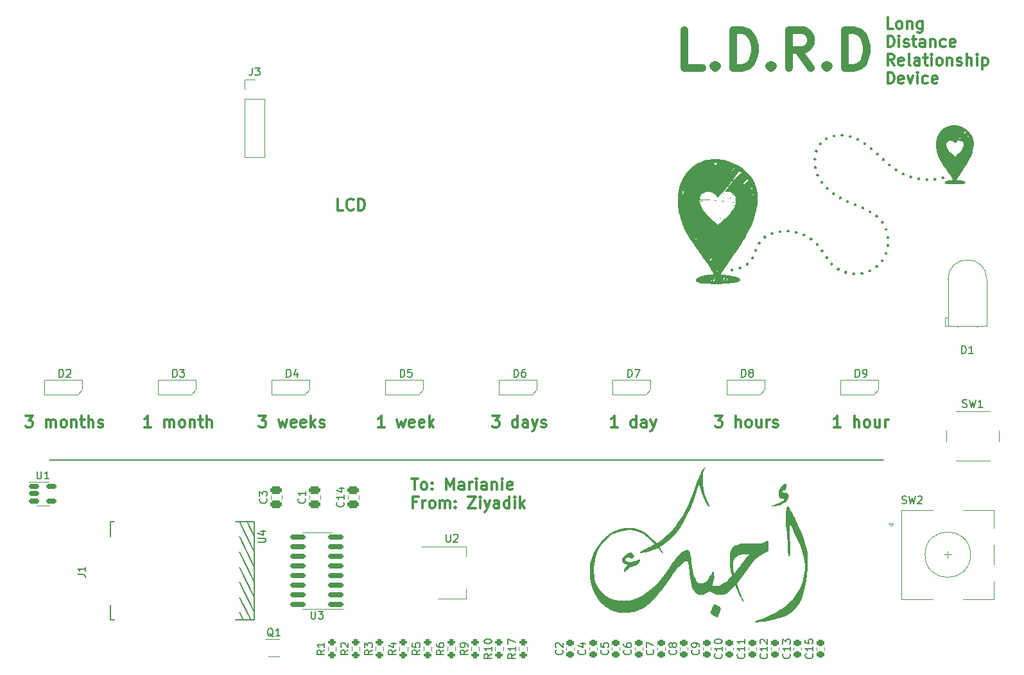
<source format=gto>
G04 #@! TF.GenerationSoftware,KiCad,Pcbnew,6.0.11*
G04 #@! TF.CreationDate,2023-05-03T19:55:58-07:00*
G04 #@! TF.ProjectId,ldrd,6c647264-2e6b-4696-9361-645f70636258,rev?*
G04 #@! TF.SameCoordinates,Original*
G04 #@! TF.FileFunction,Legend,Top*
G04 #@! TF.FilePolarity,Positive*
%FSLAX46Y46*%
G04 Gerber Fmt 4.6, Leading zero omitted, Abs format (unit mm)*
G04 Created by KiCad (PCBNEW 6.0.11) date 2023-05-03 19:55:58*
%MOMM*%
%LPD*%
G01*
G04 APERTURE LIST*
G04 Aperture macros list*
%AMRoundRect*
0 Rectangle with rounded corners*
0 $1 Rounding radius*
0 $2 $3 $4 $5 $6 $7 $8 $9 X,Y pos of 4 corners*
0 Add a 4 corners polygon primitive as box body*
4,1,4,$2,$3,$4,$5,$6,$7,$8,$9,$2,$3,0*
0 Add four circle primitives for the rounded corners*
1,1,$1+$1,$2,$3*
1,1,$1+$1,$4,$5*
1,1,$1+$1,$6,$7*
1,1,$1+$1,$8,$9*
0 Add four rect primitives between the rounded corners*
20,1,$1+$1,$2,$3,$4,$5,0*
20,1,$1+$1,$4,$5,$6,$7,0*
20,1,$1+$1,$6,$7,$8,$9,0*
20,1,$1+$1,$8,$9,$2,$3,0*%
%AMFreePoly0*
4,1,9,0.500000,-0.675000,-0.050000,-0.675000,-0.050000,-0.275000,-0.500000,-0.275000,-0.500000,0.275000,-0.050000,0.275000,-0.050000,0.525000,0.500000,0.525000,0.500000,-0.675000,0.500000,-0.675000,$1*%
%AMFreePoly1*
4,1,9,0.050000,0.275000,0.500000,0.275000,0.500000,-0.275000,0.050000,-0.275000,0.050000,-0.675000,-0.500000,-0.675000,-0.500000,0.525000,0.050000,0.525000,0.050000,0.275000,0.050000,0.275000,$1*%
G04 Aperture macros list end*
%ADD10C,0.200000*%
%ADD11C,0.300000*%
%ADD12C,1.000000*%
%ADD13C,0.150000*%
%ADD14C,0.120000*%
%ADD15C,0.100000*%
%ADD16C,3.500000*%
%ADD17RoundRect,0.250000X0.475000X-0.250000X0.475000X0.250000X-0.475000X0.250000X-0.475000X-0.250000X0*%
%ADD18RoundRect,0.225000X0.250000X-0.225000X0.250000X0.225000X-0.250000X0.225000X-0.250000X-0.225000X0*%
%ADD19FreePoly0,0.000000*%
%ADD20R,0.700000X1.200000*%
%ADD21R,0.450000X1.200000*%
%ADD22FreePoly1,0.000000*%
%ADD23RoundRect,0.200000X0.275000X-0.200000X0.275000X0.200000X-0.275000X0.200000X-0.275000X-0.200000X0*%
%ADD24RoundRect,0.200000X-0.275000X0.200000X-0.275000X-0.200000X0.275000X-0.200000X0.275000X0.200000X0*%
%ADD25R,2.000000X2.000000*%
%ADD26C,2.000000*%
%ADD27R,3.200000X2.000000*%
%ADD28RoundRect,0.150000X-0.512500X-0.150000X0.512500X-0.150000X0.512500X0.150000X-0.512500X0.150000X0*%
%ADD29RoundRect,0.150000X0.825000X0.150000X-0.825000X0.150000X-0.825000X-0.150000X0.825000X-0.150000X0*%
%ADD30R,1.800000X1.800000*%
%ADD31C,1.800000*%
%ADD32R,0.700000X2.100000*%
%ADD33R,2.100000X0.700000*%
%ADD34R,2.000000X1.500000*%
%ADD35R,2.000000X3.800000*%
%ADD36R,1.700000X1.700000*%
%ADD37O,1.700000X1.700000*%
%ADD38C,0.650000*%
%ADD39R,1.150000X0.600000*%
%ADD40R,1.150000X0.300000*%
%ADD41O,1.600000X1.000000*%
%ADD42O,2.100000X1.000000*%
%ADD43R,0.650000X0.400000*%
G04 APERTURE END LIST*
D10*
X105000000Y-120000000D02*
X215000000Y-120000000D01*
D11*
X152737857Y-122431071D02*
X153595000Y-122431071D01*
X153166428Y-123931071D02*
X153166428Y-122431071D01*
X154309285Y-123931071D02*
X154166428Y-123859642D01*
X154095000Y-123788214D01*
X154023571Y-123645357D01*
X154023571Y-123216785D01*
X154095000Y-123073928D01*
X154166428Y-123002500D01*
X154309285Y-122931071D01*
X154523571Y-122931071D01*
X154666428Y-123002500D01*
X154737857Y-123073928D01*
X154809285Y-123216785D01*
X154809285Y-123645357D01*
X154737857Y-123788214D01*
X154666428Y-123859642D01*
X154523571Y-123931071D01*
X154309285Y-123931071D01*
X155452142Y-123788214D02*
X155523571Y-123859642D01*
X155452142Y-123931071D01*
X155380714Y-123859642D01*
X155452142Y-123788214D01*
X155452142Y-123931071D01*
X155452142Y-123002500D02*
X155523571Y-123073928D01*
X155452142Y-123145357D01*
X155380714Y-123073928D01*
X155452142Y-123002500D01*
X155452142Y-123145357D01*
X157309285Y-123931071D02*
X157309285Y-122431071D01*
X157809285Y-123502500D01*
X158309285Y-122431071D01*
X158309285Y-123931071D01*
X159666428Y-123931071D02*
X159666428Y-123145357D01*
X159595000Y-123002500D01*
X159452142Y-122931071D01*
X159166428Y-122931071D01*
X159023571Y-123002500D01*
X159666428Y-123859642D02*
X159523571Y-123931071D01*
X159166428Y-123931071D01*
X159023571Y-123859642D01*
X158952142Y-123716785D01*
X158952142Y-123573928D01*
X159023571Y-123431071D01*
X159166428Y-123359642D01*
X159523571Y-123359642D01*
X159666428Y-123288214D01*
X160380714Y-123931071D02*
X160380714Y-122931071D01*
X160380714Y-123216785D02*
X160452142Y-123073928D01*
X160523571Y-123002500D01*
X160666428Y-122931071D01*
X160809285Y-122931071D01*
X161309285Y-123931071D02*
X161309285Y-122931071D01*
X161309285Y-122431071D02*
X161237857Y-122502500D01*
X161309285Y-122573928D01*
X161380714Y-122502500D01*
X161309285Y-122431071D01*
X161309285Y-122573928D01*
X162666428Y-123931071D02*
X162666428Y-123145357D01*
X162595000Y-123002500D01*
X162452142Y-122931071D01*
X162166428Y-122931071D01*
X162023571Y-123002500D01*
X162666428Y-123859642D02*
X162523571Y-123931071D01*
X162166428Y-123931071D01*
X162023571Y-123859642D01*
X161952142Y-123716785D01*
X161952142Y-123573928D01*
X162023571Y-123431071D01*
X162166428Y-123359642D01*
X162523571Y-123359642D01*
X162666428Y-123288214D01*
X163380714Y-122931071D02*
X163380714Y-123931071D01*
X163380714Y-123073928D02*
X163452142Y-123002500D01*
X163595000Y-122931071D01*
X163809285Y-122931071D01*
X163952142Y-123002500D01*
X164023571Y-123145357D01*
X164023571Y-123931071D01*
X164737857Y-123931071D02*
X164737857Y-122931071D01*
X164737857Y-122431071D02*
X164666428Y-122502500D01*
X164737857Y-122573928D01*
X164809285Y-122502500D01*
X164737857Y-122431071D01*
X164737857Y-122573928D01*
X166023571Y-123859642D02*
X165880714Y-123931071D01*
X165595000Y-123931071D01*
X165452142Y-123859642D01*
X165380714Y-123716785D01*
X165380714Y-123145357D01*
X165452142Y-123002500D01*
X165595000Y-122931071D01*
X165880714Y-122931071D01*
X166023571Y-123002500D01*
X166095000Y-123145357D01*
X166095000Y-123288214D01*
X165380714Y-123431071D01*
X153452142Y-125560357D02*
X152952142Y-125560357D01*
X152952142Y-126346071D02*
X152952142Y-124846071D01*
X153666428Y-124846071D01*
X154237857Y-126346071D02*
X154237857Y-125346071D01*
X154237857Y-125631785D02*
X154309285Y-125488928D01*
X154380714Y-125417500D01*
X154523571Y-125346071D01*
X154666428Y-125346071D01*
X155380714Y-126346071D02*
X155237857Y-126274642D01*
X155166428Y-126203214D01*
X155095000Y-126060357D01*
X155095000Y-125631785D01*
X155166428Y-125488928D01*
X155237857Y-125417500D01*
X155380714Y-125346071D01*
X155595000Y-125346071D01*
X155737857Y-125417500D01*
X155809285Y-125488928D01*
X155880714Y-125631785D01*
X155880714Y-126060357D01*
X155809285Y-126203214D01*
X155737857Y-126274642D01*
X155595000Y-126346071D01*
X155380714Y-126346071D01*
X156523571Y-126346071D02*
X156523571Y-125346071D01*
X156523571Y-125488928D02*
X156595000Y-125417500D01*
X156737857Y-125346071D01*
X156952142Y-125346071D01*
X157095000Y-125417500D01*
X157166428Y-125560357D01*
X157166428Y-126346071D01*
X157166428Y-125560357D02*
X157237857Y-125417500D01*
X157380714Y-125346071D01*
X157595000Y-125346071D01*
X157737857Y-125417500D01*
X157809285Y-125560357D01*
X157809285Y-126346071D01*
X158523571Y-126203214D02*
X158595000Y-126274642D01*
X158523571Y-126346071D01*
X158452142Y-126274642D01*
X158523571Y-126203214D01*
X158523571Y-126346071D01*
X158523571Y-125417500D02*
X158595000Y-125488928D01*
X158523571Y-125560357D01*
X158452142Y-125488928D01*
X158523571Y-125417500D01*
X158523571Y-125560357D01*
X160237857Y-124846071D02*
X161237857Y-124846071D01*
X160237857Y-126346071D01*
X161237857Y-126346071D01*
X161809285Y-126346071D02*
X161809285Y-125346071D01*
X161809285Y-124846071D02*
X161737857Y-124917500D01*
X161809285Y-124988928D01*
X161880714Y-124917500D01*
X161809285Y-124846071D01*
X161809285Y-124988928D01*
X162380714Y-125346071D02*
X162737857Y-126346071D01*
X163095000Y-125346071D02*
X162737857Y-126346071D01*
X162595000Y-126703214D01*
X162523571Y-126774642D01*
X162380714Y-126846071D01*
X164309285Y-126346071D02*
X164309285Y-125560357D01*
X164237857Y-125417500D01*
X164095000Y-125346071D01*
X163809285Y-125346071D01*
X163666428Y-125417500D01*
X164309285Y-126274642D02*
X164166428Y-126346071D01*
X163809285Y-126346071D01*
X163666428Y-126274642D01*
X163595000Y-126131785D01*
X163595000Y-125988928D01*
X163666428Y-125846071D01*
X163809285Y-125774642D01*
X164166428Y-125774642D01*
X164309285Y-125703214D01*
X165666428Y-126346071D02*
X165666428Y-124846071D01*
X165666428Y-126274642D02*
X165523571Y-126346071D01*
X165237857Y-126346071D01*
X165095000Y-126274642D01*
X165023571Y-126203214D01*
X164952142Y-126060357D01*
X164952142Y-125631785D01*
X165023571Y-125488928D01*
X165095000Y-125417500D01*
X165237857Y-125346071D01*
X165523571Y-125346071D01*
X165666428Y-125417500D01*
X166380714Y-126346071D02*
X166380714Y-125346071D01*
X166380714Y-124846071D02*
X166309285Y-124917500D01*
X166380714Y-124988928D01*
X166452142Y-124917500D01*
X166380714Y-124846071D01*
X166380714Y-124988928D01*
X167095000Y-126346071D02*
X167095000Y-124846071D01*
X167237857Y-125774642D02*
X167666428Y-126346071D01*
X167666428Y-125346071D02*
X167095000Y-125917500D01*
X163392857Y-114178571D02*
X164321428Y-114178571D01*
X163821428Y-114750000D01*
X164035714Y-114750000D01*
X164178571Y-114821428D01*
X164250000Y-114892857D01*
X164321428Y-115035714D01*
X164321428Y-115392857D01*
X164250000Y-115535714D01*
X164178571Y-115607142D01*
X164035714Y-115678571D01*
X163607142Y-115678571D01*
X163464285Y-115607142D01*
X163392857Y-115535714D01*
X166750000Y-115678571D02*
X166750000Y-114178571D01*
X166750000Y-115607142D02*
X166607142Y-115678571D01*
X166321428Y-115678571D01*
X166178571Y-115607142D01*
X166107142Y-115535714D01*
X166035714Y-115392857D01*
X166035714Y-114964285D01*
X166107142Y-114821428D01*
X166178571Y-114750000D01*
X166321428Y-114678571D01*
X166607142Y-114678571D01*
X166750000Y-114750000D01*
X168107142Y-115678571D02*
X168107142Y-114892857D01*
X168035714Y-114750000D01*
X167892857Y-114678571D01*
X167607142Y-114678571D01*
X167464285Y-114750000D01*
X168107142Y-115607142D02*
X167964285Y-115678571D01*
X167607142Y-115678571D01*
X167464285Y-115607142D01*
X167392857Y-115464285D01*
X167392857Y-115321428D01*
X167464285Y-115178571D01*
X167607142Y-115107142D01*
X167964285Y-115107142D01*
X168107142Y-115035714D01*
X168678571Y-114678571D02*
X169035714Y-115678571D01*
X169392857Y-114678571D02*
X169035714Y-115678571D01*
X168892857Y-116035714D01*
X168821428Y-116107142D01*
X168678571Y-116178571D01*
X169892857Y-115607142D02*
X170035714Y-115678571D01*
X170321428Y-115678571D01*
X170464285Y-115607142D01*
X170535714Y-115464285D01*
X170535714Y-115392857D01*
X170464285Y-115250000D01*
X170321428Y-115178571D01*
X170107142Y-115178571D01*
X169964285Y-115107142D01*
X169892857Y-114964285D01*
X169892857Y-114892857D01*
X169964285Y-114750000D01*
X170107142Y-114678571D01*
X170321428Y-114678571D01*
X170464285Y-114750000D01*
X209357142Y-115678571D02*
X208500000Y-115678571D01*
X208928571Y-115678571D02*
X208928571Y-114178571D01*
X208785714Y-114392857D01*
X208642857Y-114535714D01*
X208500000Y-114607142D01*
X211142857Y-115678571D02*
X211142857Y-114178571D01*
X211785714Y-115678571D02*
X211785714Y-114892857D01*
X211714285Y-114750000D01*
X211571428Y-114678571D01*
X211357142Y-114678571D01*
X211214285Y-114750000D01*
X211142857Y-114821428D01*
X212714285Y-115678571D02*
X212571428Y-115607142D01*
X212500000Y-115535714D01*
X212428571Y-115392857D01*
X212428571Y-114964285D01*
X212500000Y-114821428D01*
X212571428Y-114750000D01*
X212714285Y-114678571D01*
X212928571Y-114678571D01*
X213071428Y-114750000D01*
X213142857Y-114821428D01*
X213214285Y-114964285D01*
X213214285Y-115392857D01*
X213142857Y-115535714D01*
X213071428Y-115607142D01*
X212928571Y-115678571D01*
X212714285Y-115678571D01*
X214500000Y-114678571D02*
X214500000Y-115678571D01*
X213857142Y-114678571D02*
X213857142Y-115464285D01*
X213928571Y-115607142D01*
X214071428Y-115678571D01*
X214285714Y-115678571D01*
X214428571Y-115607142D01*
X214500000Y-115535714D01*
X215214285Y-115678571D02*
X215214285Y-114678571D01*
X215214285Y-114964285D02*
X215285714Y-114821428D01*
X215357142Y-114750000D01*
X215500000Y-114678571D01*
X215642857Y-114678571D01*
X179928571Y-115678571D02*
X179071428Y-115678571D01*
X179500000Y-115678571D02*
X179500000Y-114178571D01*
X179357142Y-114392857D01*
X179214285Y-114535714D01*
X179071428Y-114607142D01*
X182357142Y-115678571D02*
X182357142Y-114178571D01*
X182357142Y-115607142D02*
X182214285Y-115678571D01*
X181928571Y-115678571D01*
X181785714Y-115607142D01*
X181714285Y-115535714D01*
X181642857Y-115392857D01*
X181642857Y-114964285D01*
X181714285Y-114821428D01*
X181785714Y-114750000D01*
X181928571Y-114678571D01*
X182214285Y-114678571D01*
X182357142Y-114750000D01*
X183714285Y-115678571D02*
X183714285Y-114892857D01*
X183642857Y-114750000D01*
X183500000Y-114678571D01*
X183214285Y-114678571D01*
X183071428Y-114750000D01*
X183714285Y-115607142D02*
X183571428Y-115678571D01*
X183214285Y-115678571D01*
X183071428Y-115607142D01*
X183000000Y-115464285D01*
X183000000Y-115321428D01*
X183071428Y-115178571D01*
X183214285Y-115107142D01*
X183571428Y-115107142D01*
X183714285Y-115035714D01*
X184285714Y-114678571D02*
X184642857Y-115678571D01*
X185000000Y-114678571D02*
X184642857Y-115678571D01*
X184500000Y-116035714D01*
X184428571Y-116107142D01*
X184285714Y-116178571D01*
X143744285Y-87038571D02*
X143030000Y-87038571D01*
X143030000Y-85538571D01*
X145101428Y-86895714D02*
X145030000Y-86967142D01*
X144815714Y-87038571D01*
X144672857Y-87038571D01*
X144458571Y-86967142D01*
X144315714Y-86824285D01*
X144244285Y-86681428D01*
X144172857Y-86395714D01*
X144172857Y-86181428D01*
X144244285Y-85895714D01*
X144315714Y-85752857D01*
X144458571Y-85610000D01*
X144672857Y-85538571D01*
X144815714Y-85538571D01*
X145030000Y-85610000D01*
X145101428Y-85681428D01*
X145744285Y-87038571D02*
X145744285Y-85538571D01*
X146101428Y-85538571D01*
X146315714Y-85610000D01*
X146458571Y-85752857D01*
X146530000Y-85895714D01*
X146601428Y-86181428D01*
X146601428Y-86395714D01*
X146530000Y-86681428D01*
X146458571Y-86824285D01*
X146315714Y-86967142D01*
X146101428Y-87038571D01*
X145744285Y-87038571D01*
D12*
X191136190Y-68301904D02*
X188755238Y-68301904D01*
X188755238Y-63301904D01*
X192802857Y-67825714D02*
X193040952Y-68063809D01*
X192802857Y-68301904D01*
X192564761Y-68063809D01*
X192802857Y-67825714D01*
X192802857Y-68301904D01*
X195183809Y-68301904D02*
X195183809Y-63301904D01*
X196374285Y-63301904D01*
X197088571Y-63540000D01*
X197564761Y-64016190D01*
X197802857Y-64492380D01*
X198040952Y-65444761D01*
X198040952Y-66159047D01*
X197802857Y-67111428D01*
X197564761Y-67587619D01*
X197088571Y-68063809D01*
X196374285Y-68301904D01*
X195183809Y-68301904D01*
X200183809Y-67825714D02*
X200421904Y-68063809D01*
X200183809Y-68301904D01*
X199945714Y-68063809D01*
X200183809Y-67825714D01*
X200183809Y-68301904D01*
X205421904Y-68301904D02*
X203755238Y-65920952D01*
X202564761Y-68301904D02*
X202564761Y-63301904D01*
X204469523Y-63301904D01*
X204945714Y-63540000D01*
X205183809Y-63778095D01*
X205421904Y-64254285D01*
X205421904Y-64968571D01*
X205183809Y-65444761D01*
X204945714Y-65682857D01*
X204469523Y-65920952D01*
X202564761Y-65920952D01*
X207564761Y-67825714D02*
X207802857Y-68063809D01*
X207564761Y-68301904D01*
X207326666Y-68063809D01*
X207564761Y-67825714D01*
X207564761Y-68301904D01*
X209945714Y-68301904D02*
X209945714Y-63301904D01*
X211136190Y-63301904D01*
X211850476Y-63540000D01*
X212326666Y-64016190D01*
X212564761Y-64492380D01*
X212802857Y-65444761D01*
X212802857Y-66159047D01*
X212564761Y-67111428D01*
X212326666Y-67587619D01*
X211850476Y-68063809D01*
X211136190Y-68301904D01*
X209945714Y-68301904D01*
D11*
X101857142Y-114178571D02*
X102785714Y-114178571D01*
X102285714Y-114750000D01*
X102500000Y-114750000D01*
X102642857Y-114821428D01*
X102714285Y-114892857D01*
X102785714Y-115035714D01*
X102785714Y-115392857D01*
X102714285Y-115535714D01*
X102642857Y-115607142D01*
X102500000Y-115678571D01*
X102071428Y-115678571D01*
X101928571Y-115607142D01*
X101857142Y-115535714D01*
X104571428Y-115678571D02*
X104571428Y-114678571D01*
X104571428Y-114821428D02*
X104642857Y-114750000D01*
X104785714Y-114678571D01*
X105000000Y-114678571D01*
X105142857Y-114750000D01*
X105214285Y-114892857D01*
X105214285Y-115678571D01*
X105214285Y-114892857D02*
X105285714Y-114750000D01*
X105428571Y-114678571D01*
X105642857Y-114678571D01*
X105785714Y-114750000D01*
X105857142Y-114892857D01*
X105857142Y-115678571D01*
X106785714Y-115678571D02*
X106642857Y-115607142D01*
X106571428Y-115535714D01*
X106500000Y-115392857D01*
X106500000Y-114964285D01*
X106571428Y-114821428D01*
X106642857Y-114750000D01*
X106785714Y-114678571D01*
X107000000Y-114678571D01*
X107142857Y-114750000D01*
X107214285Y-114821428D01*
X107285714Y-114964285D01*
X107285714Y-115392857D01*
X107214285Y-115535714D01*
X107142857Y-115607142D01*
X107000000Y-115678571D01*
X106785714Y-115678571D01*
X107928571Y-114678571D02*
X107928571Y-115678571D01*
X107928571Y-114821428D02*
X108000000Y-114750000D01*
X108142857Y-114678571D01*
X108357142Y-114678571D01*
X108500000Y-114750000D01*
X108571428Y-114892857D01*
X108571428Y-115678571D01*
X109071428Y-114678571D02*
X109642857Y-114678571D01*
X109285714Y-114178571D02*
X109285714Y-115464285D01*
X109357142Y-115607142D01*
X109500000Y-115678571D01*
X109642857Y-115678571D01*
X110142857Y-115678571D02*
X110142857Y-114178571D01*
X110785714Y-115678571D02*
X110785714Y-114892857D01*
X110714285Y-114750000D01*
X110571428Y-114678571D01*
X110357142Y-114678571D01*
X110214285Y-114750000D01*
X110142857Y-114821428D01*
X111428571Y-115607142D02*
X111571428Y-115678571D01*
X111857142Y-115678571D01*
X112000000Y-115607142D01*
X112071428Y-115464285D01*
X112071428Y-115392857D01*
X112000000Y-115250000D01*
X111857142Y-115178571D01*
X111642857Y-115178571D01*
X111500000Y-115107142D01*
X111428571Y-114964285D01*
X111428571Y-114892857D01*
X111500000Y-114750000D01*
X111642857Y-114678571D01*
X111857142Y-114678571D01*
X112000000Y-114750000D01*
X132642857Y-114178571D02*
X133571428Y-114178571D01*
X133071428Y-114750000D01*
X133285714Y-114750000D01*
X133428571Y-114821428D01*
X133500000Y-114892857D01*
X133571428Y-115035714D01*
X133571428Y-115392857D01*
X133500000Y-115535714D01*
X133428571Y-115607142D01*
X133285714Y-115678571D01*
X132857142Y-115678571D01*
X132714285Y-115607142D01*
X132642857Y-115535714D01*
X135214285Y-114678571D02*
X135500000Y-115678571D01*
X135785714Y-114964285D01*
X136071428Y-115678571D01*
X136357142Y-114678571D01*
X137500000Y-115607142D02*
X137357142Y-115678571D01*
X137071428Y-115678571D01*
X136928571Y-115607142D01*
X136857142Y-115464285D01*
X136857142Y-114892857D01*
X136928571Y-114750000D01*
X137071428Y-114678571D01*
X137357142Y-114678571D01*
X137500000Y-114750000D01*
X137571428Y-114892857D01*
X137571428Y-115035714D01*
X136857142Y-115178571D01*
X138785714Y-115607142D02*
X138642857Y-115678571D01*
X138357142Y-115678571D01*
X138214285Y-115607142D01*
X138142857Y-115464285D01*
X138142857Y-114892857D01*
X138214285Y-114750000D01*
X138357142Y-114678571D01*
X138642857Y-114678571D01*
X138785714Y-114750000D01*
X138857142Y-114892857D01*
X138857142Y-115035714D01*
X138142857Y-115178571D01*
X139500000Y-115678571D02*
X139500000Y-114178571D01*
X139642857Y-115107142D02*
X140071428Y-115678571D01*
X140071428Y-114678571D02*
X139500000Y-115250000D01*
X140642857Y-115607142D02*
X140785714Y-115678571D01*
X141071428Y-115678571D01*
X141214285Y-115607142D01*
X141285714Y-115464285D01*
X141285714Y-115392857D01*
X141214285Y-115250000D01*
X141071428Y-115178571D01*
X140857142Y-115178571D01*
X140714285Y-115107142D01*
X140642857Y-114964285D01*
X140642857Y-114892857D01*
X140714285Y-114750000D01*
X140857142Y-114678571D01*
X141071428Y-114678571D01*
X141214285Y-114750000D01*
X192821428Y-114178571D02*
X193750000Y-114178571D01*
X193250000Y-114750000D01*
X193464285Y-114750000D01*
X193607142Y-114821428D01*
X193678571Y-114892857D01*
X193750000Y-115035714D01*
X193750000Y-115392857D01*
X193678571Y-115535714D01*
X193607142Y-115607142D01*
X193464285Y-115678571D01*
X193035714Y-115678571D01*
X192892857Y-115607142D01*
X192821428Y-115535714D01*
X195535714Y-115678571D02*
X195535714Y-114178571D01*
X196178571Y-115678571D02*
X196178571Y-114892857D01*
X196107142Y-114750000D01*
X195964285Y-114678571D01*
X195750000Y-114678571D01*
X195607142Y-114750000D01*
X195535714Y-114821428D01*
X197107142Y-115678571D02*
X196964285Y-115607142D01*
X196892857Y-115535714D01*
X196821428Y-115392857D01*
X196821428Y-114964285D01*
X196892857Y-114821428D01*
X196964285Y-114750000D01*
X197107142Y-114678571D01*
X197321428Y-114678571D01*
X197464285Y-114750000D01*
X197535714Y-114821428D01*
X197607142Y-114964285D01*
X197607142Y-115392857D01*
X197535714Y-115535714D01*
X197464285Y-115607142D01*
X197321428Y-115678571D01*
X197107142Y-115678571D01*
X198892857Y-114678571D02*
X198892857Y-115678571D01*
X198250000Y-114678571D02*
X198250000Y-115464285D01*
X198321428Y-115607142D01*
X198464285Y-115678571D01*
X198678571Y-115678571D01*
X198821428Y-115607142D01*
X198892857Y-115535714D01*
X199607142Y-115678571D02*
X199607142Y-114678571D01*
X199607142Y-114964285D02*
X199678571Y-114821428D01*
X199750000Y-114750000D01*
X199892857Y-114678571D01*
X200035714Y-114678571D01*
X200464285Y-115607142D02*
X200607142Y-115678571D01*
X200892857Y-115678571D01*
X201035714Y-115607142D01*
X201107142Y-115464285D01*
X201107142Y-115392857D01*
X201035714Y-115250000D01*
X200892857Y-115178571D01*
X200678571Y-115178571D01*
X200535714Y-115107142D01*
X200464285Y-114964285D01*
X200464285Y-114892857D01*
X200535714Y-114750000D01*
X200678571Y-114678571D01*
X200892857Y-114678571D01*
X201035714Y-114750000D01*
X118392857Y-115678571D02*
X117535714Y-115678571D01*
X117964285Y-115678571D02*
X117964285Y-114178571D01*
X117821428Y-114392857D01*
X117678571Y-114535714D01*
X117535714Y-114607142D01*
X120178571Y-115678571D02*
X120178571Y-114678571D01*
X120178571Y-114821428D02*
X120250000Y-114750000D01*
X120392857Y-114678571D01*
X120607142Y-114678571D01*
X120750000Y-114750000D01*
X120821428Y-114892857D01*
X120821428Y-115678571D01*
X120821428Y-114892857D02*
X120892857Y-114750000D01*
X121035714Y-114678571D01*
X121250000Y-114678571D01*
X121392857Y-114750000D01*
X121464285Y-114892857D01*
X121464285Y-115678571D01*
X122392857Y-115678571D02*
X122250000Y-115607142D01*
X122178571Y-115535714D01*
X122107142Y-115392857D01*
X122107142Y-114964285D01*
X122178571Y-114821428D01*
X122250000Y-114750000D01*
X122392857Y-114678571D01*
X122607142Y-114678571D01*
X122750000Y-114750000D01*
X122821428Y-114821428D01*
X122892857Y-114964285D01*
X122892857Y-115392857D01*
X122821428Y-115535714D01*
X122750000Y-115607142D01*
X122607142Y-115678571D01*
X122392857Y-115678571D01*
X123535714Y-114678571D02*
X123535714Y-115678571D01*
X123535714Y-114821428D02*
X123607142Y-114750000D01*
X123750000Y-114678571D01*
X123964285Y-114678571D01*
X124107142Y-114750000D01*
X124178571Y-114892857D01*
X124178571Y-115678571D01*
X124678571Y-114678571D02*
X125250000Y-114678571D01*
X124892857Y-114178571D02*
X124892857Y-115464285D01*
X124964285Y-115607142D01*
X125107142Y-115678571D01*
X125250000Y-115678571D01*
X125750000Y-115678571D02*
X125750000Y-114178571D01*
X126392857Y-115678571D02*
X126392857Y-114892857D01*
X126321428Y-114750000D01*
X126178571Y-114678571D01*
X125964285Y-114678571D01*
X125821428Y-114750000D01*
X125750000Y-114821428D01*
X149178571Y-115678571D02*
X148321428Y-115678571D01*
X148750000Y-115678571D02*
X148750000Y-114178571D01*
X148607142Y-114392857D01*
X148464285Y-114535714D01*
X148321428Y-114607142D01*
X150821428Y-114678571D02*
X151107142Y-115678571D01*
X151392857Y-114964285D01*
X151678571Y-115678571D01*
X151964285Y-114678571D01*
X153107142Y-115607142D02*
X152964285Y-115678571D01*
X152678571Y-115678571D01*
X152535714Y-115607142D01*
X152464285Y-115464285D01*
X152464285Y-114892857D01*
X152535714Y-114750000D01*
X152678571Y-114678571D01*
X152964285Y-114678571D01*
X153107142Y-114750000D01*
X153178571Y-114892857D01*
X153178571Y-115035714D01*
X152464285Y-115178571D01*
X154392857Y-115607142D02*
X154250000Y-115678571D01*
X153964285Y-115678571D01*
X153821428Y-115607142D01*
X153750000Y-115464285D01*
X153750000Y-114892857D01*
X153821428Y-114750000D01*
X153964285Y-114678571D01*
X154250000Y-114678571D01*
X154392857Y-114750000D01*
X154464285Y-114892857D01*
X154464285Y-115035714D01*
X153750000Y-115178571D01*
X155107142Y-115678571D02*
X155107142Y-114178571D01*
X155250000Y-115107142D02*
X155678571Y-115678571D01*
X155678571Y-114678571D02*
X155107142Y-115250000D01*
X216266428Y-63096071D02*
X215552142Y-63096071D01*
X215552142Y-61596071D01*
X216980714Y-63096071D02*
X216837857Y-63024642D01*
X216766428Y-62953214D01*
X216695000Y-62810357D01*
X216695000Y-62381785D01*
X216766428Y-62238928D01*
X216837857Y-62167500D01*
X216980714Y-62096071D01*
X217195000Y-62096071D01*
X217337857Y-62167500D01*
X217409285Y-62238928D01*
X217480714Y-62381785D01*
X217480714Y-62810357D01*
X217409285Y-62953214D01*
X217337857Y-63024642D01*
X217195000Y-63096071D01*
X216980714Y-63096071D01*
X218123571Y-62096071D02*
X218123571Y-63096071D01*
X218123571Y-62238928D02*
X218195000Y-62167500D01*
X218337857Y-62096071D01*
X218552142Y-62096071D01*
X218695000Y-62167500D01*
X218766428Y-62310357D01*
X218766428Y-63096071D01*
X220123571Y-62096071D02*
X220123571Y-63310357D01*
X220052142Y-63453214D01*
X219980714Y-63524642D01*
X219837857Y-63596071D01*
X219623571Y-63596071D01*
X219480714Y-63524642D01*
X220123571Y-63024642D02*
X219980714Y-63096071D01*
X219695000Y-63096071D01*
X219552142Y-63024642D01*
X219480714Y-62953214D01*
X219409285Y-62810357D01*
X219409285Y-62381785D01*
X219480714Y-62238928D01*
X219552142Y-62167500D01*
X219695000Y-62096071D01*
X219980714Y-62096071D01*
X220123571Y-62167500D01*
X215552142Y-65511071D02*
X215552142Y-64011071D01*
X215909285Y-64011071D01*
X216123571Y-64082500D01*
X216266428Y-64225357D01*
X216337857Y-64368214D01*
X216409285Y-64653928D01*
X216409285Y-64868214D01*
X216337857Y-65153928D01*
X216266428Y-65296785D01*
X216123571Y-65439642D01*
X215909285Y-65511071D01*
X215552142Y-65511071D01*
X217052142Y-65511071D02*
X217052142Y-64511071D01*
X217052142Y-64011071D02*
X216980714Y-64082500D01*
X217052142Y-64153928D01*
X217123571Y-64082500D01*
X217052142Y-64011071D01*
X217052142Y-64153928D01*
X217695000Y-65439642D02*
X217837857Y-65511071D01*
X218123571Y-65511071D01*
X218266428Y-65439642D01*
X218337857Y-65296785D01*
X218337857Y-65225357D01*
X218266428Y-65082500D01*
X218123571Y-65011071D01*
X217909285Y-65011071D01*
X217766428Y-64939642D01*
X217695000Y-64796785D01*
X217695000Y-64725357D01*
X217766428Y-64582500D01*
X217909285Y-64511071D01*
X218123571Y-64511071D01*
X218266428Y-64582500D01*
X218766428Y-64511071D02*
X219337857Y-64511071D01*
X218980714Y-64011071D02*
X218980714Y-65296785D01*
X219052142Y-65439642D01*
X219195000Y-65511071D01*
X219337857Y-65511071D01*
X220480714Y-65511071D02*
X220480714Y-64725357D01*
X220409285Y-64582500D01*
X220266428Y-64511071D01*
X219980714Y-64511071D01*
X219837857Y-64582500D01*
X220480714Y-65439642D02*
X220337857Y-65511071D01*
X219980714Y-65511071D01*
X219837857Y-65439642D01*
X219766428Y-65296785D01*
X219766428Y-65153928D01*
X219837857Y-65011071D01*
X219980714Y-64939642D01*
X220337857Y-64939642D01*
X220480714Y-64868214D01*
X221195000Y-64511071D02*
X221195000Y-65511071D01*
X221195000Y-64653928D02*
X221266428Y-64582500D01*
X221409285Y-64511071D01*
X221623571Y-64511071D01*
X221766428Y-64582500D01*
X221837857Y-64725357D01*
X221837857Y-65511071D01*
X223195000Y-65439642D02*
X223052142Y-65511071D01*
X222766428Y-65511071D01*
X222623571Y-65439642D01*
X222552142Y-65368214D01*
X222480714Y-65225357D01*
X222480714Y-64796785D01*
X222552142Y-64653928D01*
X222623571Y-64582500D01*
X222766428Y-64511071D01*
X223052142Y-64511071D01*
X223195000Y-64582500D01*
X224409285Y-65439642D02*
X224266428Y-65511071D01*
X223980714Y-65511071D01*
X223837857Y-65439642D01*
X223766428Y-65296785D01*
X223766428Y-64725357D01*
X223837857Y-64582500D01*
X223980714Y-64511071D01*
X224266428Y-64511071D01*
X224409285Y-64582500D01*
X224480714Y-64725357D01*
X224480714Y-64868214D01*
X223766428Y-65011071D01*
X216409285Y-67926071D02*
X215909285Y-67211785D01*
X215552142Y-67926071D02*
X215552142Y-66426071D01*
X216123571Y-66426071D01*
X216266428Y-66497500D01*
X216337857Y-66568928D01*
X216409285Y-66711785D01*
X216409285Y-66926071D01*
X216337857Y-67068928D01*
X216266428Y-67140357D01*
X216123571Y-67211785D01*
X215552142Y-67211785D01*
X217623571Y-67854642D02*
X217480714Y-67926071D01*
X217195000Y-67926071D01*
X217052142Y-67854642D01*
X216980714Y-67711785D01*
X216980714Y-67140357D01*
X217052142Y-66997500D01*
X217195000Y-66926071D01*
X217480714Y-66926071D01*
X217623571Y-66997500D01*
X217695000Y-67140357D01*
X217695000Y-67283214D01*
X216980714Y-67426071D01*
X218552142Y-67926071D02*
X218409285Y-67854642D01*
X218337857Y-67711785D01*
X218337857Y-66426071D01*
X219766428Y-67926071D02*
X219766428Y-67140357D01*
X219695000Y-66997500D01*
X219552142Y-66926071D01*
X219266428Y-66926071D01*
X219123571Y-66997500D01*
X219766428Y-67854642D02*
X219623571Y-67926071D01*
X219266428Y-67926071D01*
X219123571Y-67854642D01*
X219052142Y-67711785D01*
X219052142Y-67568928D01*
X219123571Y-67426071D01*
X219266428Y-67354642D01*
X219623571Y-67354642D01*
X219766428Y-67283214D01*
X220266428Y-66926071D02*
X220837857Y-66926071D01*
X220480714Y-66426071D02*
X220480714Y-67711785D01*
X220552142Y-67854642D01*
X220695000Y-67926071D01*
X220837857Y-67926071D01*
X221337857Y-67926071D02*
X221337857Y-66926071D01*
X221337857Y-66426071D02*
X221266428Y-66497500D01*
X221337857Y-66568928D01*
X221409285Y-66497500D01*
X221337857Y-66426071D01*
X221337857Y-66568928D01*
X222266428Y-67926071D02*
X222123571Y-67854642D01*
X222052142Y-67783214D01*
X221980714Y-67640357D01*
X221980714Y-67211785D01*
X222052142Y-67068928D01*
X222123571Y-66997500D01*
X222266428Y-66926071D01*
X222480714Y-66926071D01*
X222623571Y-66997500D01*
X222695000Y-67068928D01*
X222766428Y-67211785D01*
X222766428Y-67640357D01*
X222695000Y-67783214D01*
X222623571Y-67854642D01*
X222480714Y-67926071D01*
X222266428Y-67926071D01*
X223409285Y-66926071D02*
X223409285Y-67926071D01*
X223409285Y-67068928D02*
X223480714Y-66997500D01*
X223623571Y-66926071D01*
X223837857Y-66926071D01*
X223980714Y-66997500D01*
X224052142Y-67140357D01*
X224052142Y-67926071D01*
X224695000Y-67854642D02*
X224837857Y-67926071D01*
X225123571Y-67926071D01*
X225266428Y-67854642D01*
X225337857Y-67711785D01*
X225337857Y-67640357D01*
X225266428Y-67497500D01*
X225123571Y-67426071D01*
X224909285Y-67426071D01*
X224766428Y-67354642D01*
X224695000Y-67211785D01*
X224695000Y-67140357D01*
X224766428Y-66997500D01*
X224909285Y-66926071D01*
X225123571Y-66926071D01*
X225266428Y-66997500D01*
X225980714Y-67926071D02*
X225980714Y-66426071D01*
X226623571Y-67926071D02*
X226623571Y-67140357D01*
X226552142Y-66997500D01*
X226409285Y-66926071D01*
X226195000Y-66926071D01*
X226052142Y-66997500D01*
X225980714Y-67068928D01*
X227337857Y-67926071D02*
X227337857Y-66926071D01*
X227337857Y-66426071D02*
X227266428Y-66497500D01*
X227337857Y-66568928D01*
X227409285Y-66497500D01*
X227337857Y-66426071D01*
X227337857Y-66568928D01*
X228052142Y-66926071D02*
X228052142Y-68426071D01*
X228052142Y-66997500D02*
X228195000Y-66926071D01*
X228480714Y-66926071D01*
X228623571Y-66997500D01*
X228695000Y-67068928D01*
X228766428Y-67211785D01*
X228766428Y-67640357D01*
X228695000Y-67783214D01*
X228623571Y-67854642D01*
X228480714Y-67926071D01*
X228195000Y-67926071D01*
X228052142Y-67854642D01*
X215552142Y-70341071D02*
X215552142Y-68841071D01*
X215909285Y-68841071D01*
X216123571Y-68912500D01*
X216266428Y-69055357D01*
X216337857Y-69198214D01*
X216409285Y-69483928D01*
X216409285Y-69698214D01*
X216337857Y-69983928D01*
X216266428Y-70126785D01*
X216123571Y-70269642D01*
X215909285Y-70341071D01*
X215552142Y-70341071D01*
X217623571Y-70269642D02*
X217480714Y-70341071D01*
X217195000Y-70341071D01*
X217052142Y-70269642D01*
X216980714Y-70126785D01*
X216980714Y-69555357D01*
X217052142Y-69412500D01*
X217195000Y-69341071D01*
X217480714Y-69341071D01*
X217623571Y-69412500D01*
X217695000Y-69555357D01*
X217695000Y-69698214D01*
X216980714Y-69841071D01*
X218195000Y-69341071D02*
X218552142Y-70341071D01*
X218909285Y-69341071D01*
X219480714Y-70341071D02*
X219480714Y-69341071D01*
X219480714Y-68841071D02*
X219409285Y-68912500D01*
X219480714Y-68983928D01*
X219552142Y-68912500D01*
X219480714Y-68841071D01*
X219480714Y-68983928D01*
X220837857Y-70269642D02*
X220695000Y-70341071D01*
X220409285Y-70341071D01*
X220266428Y-70269642D01*
X220195000Y-70198214D01*
X220123571Y-70055357D01*
X220123571Y-69626785D01*
X220195000Y-69483928D01*
X220266428Y-69412500D01*
X220409285Y-69341071D01*
X220695000Y-69341071D01*
X220837857Y-69412500D01*
X222052142Y-70269642D02*
X221909285Y-70341071D01*
X221623571Y-70341071D01*
X221480714Y-70269642D01*
X221409285Y-70126785D01*
X221409285Y-69555357D01*
X221480714Y-69412500D01*
X221623571Y-69341071D01*
X221909285Y-69341071D01*
X222052142Y-69412500D01*
X222123571Y-69555357D01*
X222123571Y-69698214D01*
X221409285Y-69841071D01*
D13*
X133607142Y-125086666D02*
X133654761Y-125134285D01*
X133702380Y-125277142D01*
X133702380Y-125372380D01*
X133654761Y-125515238D01*
X133559523Y-125610476D01*
X133464285Y-125658095D01*
X133273809Y-125705714D01*
X133130952Y-125705714D01*
X132940476Y-125658095D01*
X132845238Y-125610476D01*
X132750000Y-125515238D01*
X132702380Y-125372380D01*
X132702380Y-125277142D01*
X132750000Y-125134285D01*
X132797619Y-125086666D01*
X132702380Y-124753333D02*
X132702380Y-124134285D01*
X133083333Y-124467619D01*
X133083333Y-124324761D01*
X133130952Y-124229523D01*
X133178571Y-124181904D01*
X133273809Y-124134285D01*
X133511904Y-124134285D01*
X133607142Y-124181904D01*
X133654761Y-124229523D01*
X133702380Y-124324761D01*
X133702380Y-124610476D01*
X133654761Y-124705714D01*
X133607142Y-124753333D01*
X202609862Y-145563437D02*
X202657481Y-145611056D01*
X202705100Y-145753913D01*
X202705100Y-145849151D01*
X202657481Y-145992008D01*
X202562243Y-146087246D01*
X202467005Y-146134865D01*
X202276529Y-146182484D01*
X202133672Y-146182484D01*
X201943196Y-146134865D01*
X201847958Y-146087246D01*
X201752720Y-145992008D01*
X201705100Y-145849151D01*
X201705100Y-145753913D01*
X201752720Y-145611056D01*
X201800339Y-145563437D01*
X202705100Y-144611056D02*
X202705100Y-145182484D01*
X202705100Y-144896770D02*
X201705100Y-144896770D01*
X201847958Y-144992008D01*
X201943196Y-145087246D01*
X201990815Y-145182484D01*
X201705100Y-144277722D02*
X201705100Y-143658675D01*
X202086053Y-143992008D01*
X202086053Y-143849151D01*
X202133672Y-143753913D01*
X202181291Y-143706294D01*
X202276529Y-143658675D01*
X202514624Y-143658675D01*
X202609862Y-143706294D01*
X202657481Y-143753913D01*
X202705100Y-143849151D01*
X202705100Y-144134865D01*
X202657481Y-144230103D01*
X202609862Y-144277722D01*
X211293904Y-109055380D02*
X211293904Y-108055380D01*
X211532000Y-108055380D01*
X211674857Y-108103000D01*
X211770095Y-108198238D01*
X211817714Y-108293476D01*
X211865333Y-108483952D01*
X211865333Y-108626809D01*
X211817714Y-108817285D01*
X211770095Y-108912523D01*
X211674857Y-109007761D01*
X211532000Y-109055380D01*
X211293904Y-109055380D01*
X212341523Y-109055380D02*
X212532000Y-109055380D01*
X212627238Y-109007761D01*
X212674857Y-108960142D01*
X212770095Y-108817285D01*
X212817714Y-108626809D01*
X212817714Y-108245857D01*
X212770095Y-108150619D01*
X212722476Y-108103000D01*
X212627238Y-108055380D01*
X212436761Y-108055380D01*
X212341523Y-108103000D01*
X212293904Y-108150619D01*
X212246285Y-108245857D01*
X212246285Y-108483952D01*
X212293904Y-108579190D01*
X212341523Y-108626809D01*
X212436761Y-108674428D01*
X212627238Y-108674428D01*
X212722476Y-108626809D01*
X212770095Y-108579190D01*
X212817714Y-108483952D01*
X150721755Y-145087246D02*
X150245565Y-145420580D01*
X150721755Y-145658675D02*
X149721755Y-145658675D01*
X149721755Y-145277722D01*
X149769375Y-145182484D01*
X149816994Y-145134865D01*
X149912232Y-145087246D01*
X150055089Y-145087246D01*
X150150327Y-145134865D01*
X150197946Y-145182484D01*
X150245565Y-145277722D01*
X150245565Y-145658675D01*
X150055089Y-144230103D02*
X150721755Y-144230103D01*
X149674136Y-144468199D02*
X150388422Y-144706294D01*
X150388422Y-144087246D01*
X199612590Y-145563437D02*
X199660209Y-145611056D01*
X199707828Y-145753913D01*
X199707828Y-145849151D01*
X199660209Y-145992008D01*
X199564971Y-146087246D01*
X199469733Y-146134865D01*
X199279257Y-146182484D01*
X199136400Y-146182484D01*
X198945924Y-146134865D01*
X198850686Y-146087246D01*
X198755448Y-145992008D01*
X198707828Y-145849151D01*
X198707828Y-145753913D01*
X198755448Y-145611056D01*
X198803067Y-145563437D01*
X199707828Y-144611056D02*
X199707828Y-145182484D01*
X199707828Y-144896770D02*
X198707828Y-144896770D01*
X198850686Y-144992008D01*
X198945924Y-145087246D01*
X198993543Y-145182484D01*
X198803067Y-144230103D02*
X198755448Y-144182484D01*
X198707828Y-144087246D01*
X198707828Y-143849151D01*
X198755448Y-143753913D01*
X198803067Y-143706294D01*
X198898305Y-143658675D01*
X198993543Y-143658675D01*
X199136400Y-143706294D01*
X199707828Y-144277722D01*
X199707828Y-143658675D01*
X166487380Y-145563437D02*
X166011190Y-145896770D01*
X166487380Y-146134865D02*
X165487380Y-146134865D01*
X165487380Y-145753913D01*
X165535000Y-145658675D01*
X165582619Y-145611056D01*
X165677857Y-145563437D01*
X165820714Y-145563437D01*
X165915952Y-145611056D01*
X165963571Y-145658675D01*
X166011190Y-145753913D01*
X166011190Y-146134865D01*
X166487380Y-144611056D02*
X166487380Y-145182484D01*
X166487380Y-144896770D02*
X165487380Y-144896770D01*
X165630238Y-144992008D01*
X165725476Y-145087246D01*
X165773095Y-145182484D01*
X165487380Y-144277722D02*
X165487380Y-143611056D01*
X166487380Y-144039627D01*
X157028005Y-145087246D02*
X156551815Y-145420580D01*
X157028005Y-145658675D02*
X156028005Y-145658675D01*
X156028005Y-145277722D01*
X156075625Y-145182484D01*
X156123244Y-145134865D01*
X156218482Y-145087246D01*
X156361339Y-145087246D01*
X156456577Y-145134865D01*
X156504196Y-145182484D01*
X156551815Y-145277722D01*
X156551815Y-145658675D01*
X156028005Y-144230103D02*
X156028005Y-144420580D01*
X156075625Y-144515818D01*
X156123244Y-144563437D01*
X156266101Y-144658675D01*
X156456577Y-144706294D01*
X156837529Y-144706294D01*
X156932767Y-144658675D01*
X156980386Y-144611056D01*
X157028005Y-144515818D01*
X157028005Y-144325341D01*
X156980386Y-144230103D01*
X156932767Y-144182484D01*
X156837529Y-144134865D01*
X156599434Y-144134865D01*
X156504196Y-144182484D01*
X156456577Y-144230103D01*
X156408958Y-144325341D01*
X156408958Y-144515818D01*
X156456577Y-144611056D01*
X156504196Y-144658675D01*
X156599434Y-144706294D01*
X205607142Y-145563437D02*
X205654761Y-145611056D01*
X205702380Y-145753913D01*
X205702380Y-145849151D01*
X205654761Y-145992008D01*
X205559523Y-146087246D01*
X205464285Y-146134865D01*
X205273809Y-146182484D01*
X205130952Y-146182484D01*
X204940476Y-146134865D01*
X204845238Y-146087246D01*
X204750000Y-145992008D01*
X204702380Y-145849151D01*
X204702380Y-145753913D01*
X204750000Y-145611056D01*
X204797619Y-145563437D01*
X205702380Y-144611056D02*
X205702380Y-145182484D01*
X205702380Y-144896770D02*
X204702380Y-144896770D01*
X204845238Y-144992008D01*
X204940476Y-145087246D01*
X204988095Y-145182484D01*
X204702380Y-143706294D02*
X204702380Y-144182484D01*
X205178571Y-144230103D01*
X205130952Y-144182484D01*
X205083333Y-144087246D01*
X205083333Y-143849151D01*
X205130952Y-143753913D01*
X205178571Y-143706294D01*
X205273809Y-143658675D01*
X205511904Y-143658675D01*
X205607142Y-143706294D01*
X205654761Y-143753913D01*
X205702380Y-143849151D01*
X205702380Y-144087246D01*
X205654761Y-144182484D01*
X205607142Y-144230103D01*
X196615318Y-145563437D02*
X196662937Y-145611056D01*
X196710556Y-145753913D01*
X196710556Y-145849151D01*
X196662937Y-145992008D01*
X196567699Y-146087246D01*
X196472461Y-146134865D01*
X196281985Y-146182484D01*
X196139128Y-146182484D01*
X195948652Y-146134865D01*
X195853414Y-146087246D01*
X195758176Y-145992008D01*
X195710556Y-145849151D01*
X195710556Y-145753913D01*
X195758176Y-145611056D01*
X195805795Y-145563437D01*
X196710556Y-144611056D02*
X196710556Y-145182484D01*
X196710556Y-144896770D02*
X195710556Y-144896770D01*
X195853414Y-144992008D01*
X195948652Y-145087246D01*
X195996271Y-145182484D01*
X196710556Y-143658675D02*
X196710556Y-144230103D01*
X196710556Y-143944389D02*
X195710556Y-143944389D01*
X195853414Y-144039627D01*
X195948652Y-144134865D01*
X195996271Y-144230103D01*
X141276638Y-145087246D02*
X140800448Y-145420580D01*
X141276638Y-145658675D02*
X140276638Y-145658675D01*
X140276638Y-145277722D01*
X140324258Y-145182484D01*
X140371877Y-145134865D01*
X140467115Y-145087246D01*
X140609972Y-145087246D01*
X140705210Y-145134865D01*
X140752829Y-145182484D01*
X140800448Y-145277722D01*
X140800448Y-145658675D01*
X141276638Y-144134865D02*
X141276638Y-144706294D01*
X141276638Y-144420580D02*
X140276638Y-144420580D01*
X140419496Y-144515818D01*
X140514734Y-144611056D01*
X140562353Y-144706294D01*
X217446666Y-125704761D02*
X217589523Y-125752380D01*
X217827619Y-125752380D01*
X217922857Y-125704761D01*
X217970476Y-125657142D01*
X218018095Y-125561904D01*
X218018095Y-125466666D01*
X217970476Y-125371428D01*
X217922857Y-125323809D01*
X217827619Y-125276190D01*
X217637142Y-125228571D01*
X217541904Y-125180952D01*
X217494285Y-125133333D01*
X217446666Y-125038095D01*
X217446666Y-124942857D01*
X217494285Y-124847619D01*
X217541904Y-124800000D01*
X217637142Y-124752380D01*
X217875238Y-124752380D01*
X218018095Y-124800000D01*
X218351428Y-124752380D02*
X218589523Y-125752380D01*
X218780000Y-125038095D01*
X218970476Y-125752380D01*
X219208571Y-124752380D01*
X219541904Y-124847619D02*
X219589523Y-124800000D01*
X219684761Y-124752380D01*
X219922857Y-124752380D01*
X220018095Y-124800000D01*
X220065714Y-124847619D01*
X220113333Y-124942857D01*
X220113333Y-125038095D01*
X220065714Y-125180952D01*
X219494285Y-125752380D01*
X220113333Y-125752380D01*
X103378095Y-121512380D02*
X103378095Y-122321904D01*
X103425714Y-122417142D01*
X103473333Y-122464761D01*
X103568571Y-122512380D01*
X103759047Y-122512380D01*
X103854285Y-122464761D01*
X103901904Y-122417142D01*
X103949523Y-122321904D01*
X103949523Y-121512380D01*
X104949523Y-122512380D02*
X104378095Y-122512380D01*
X104663809Y-122512380D02*
X104663809Y-121512380D01*
X104568571Y-121655238D01*
X104473333Y-121750476D01*
X104378095Y-121798095D01*
X139528095Y-139972380D02*
X139528095Y-140781904D01*
X139575714Y-140877142D01*
X139623333Y-140924761D01*
X139718571Y-140972380D01*
X139909047Y-140972380D01*
X140004285Y-140924761D01*
X140051904Y-140877142D01*
X140099523Y-140781904D01*
X140099523Y-139972380D01*
X140480476Y-139972380D02*
X141099523Y-139972380D01*
X140766190Y-140353333D01*
X140909047Y-140353333D01*
X141004285Y-140400952D01*
X141051904Y-140448571D01*
X141099523Y-140543809D01*
X141099523Y-140781904D01*
X141051904Y-140877142D01*
X141004285Y-140924761D01*
X140909047Y-140972380D01*
X140623333Y-140972380D01*
X140528095Y-140924761D01*
X140480476Y-140877142D01*
X106293904Y-109055380D02*
X106293904Y-108055380D01*
X106532000Y-108055380D01*
X106674857Y-108103000D01*
X106770095Y-108198238D01*
X106817714Y-108293476D01*
X106865333Y-108483952D01*
X106865333Y-108626809D01*
X106817714Y-108817285D01*
X106770095Y-108912523D01*
X106674857Y-109007761D01*
X106532000Y-109055380D01*
X106293904Y-109055380D01*
X107246285Y-108150619D02*
X107293904Y-108103000D01*
X107389142Y-108055380D01*
X107627238Y-108055380D01*
X107722476Y-108103000D01*
X107770095Y-108150619D01*
X107817714Y-108245857D01*
X107817714Y-108341095D01*
X107770095Y-108483952D01*
X107198666Y-109055380D01*
X107817714Y-109055380D01*
X143767142Y-125562857D02*
X143814761Y-125610476D01*
X143862380Y-125753333D01*
X143862380Y-125848571D01*
X143814761Y-125991428D01*
X143719523Y-126086666D01*
X143624285Y-126134285D01*
X143433809Y-126181904D01*
X143290952Y-126181904D01*
X143100476Y-126134285D01*
X143005238Y-126086666D01*
X142910000Y-125991428D01*
X142862380Y-125848571D01*
X142862380Y-125753333D01*
X142910000Y-125610476D01*
X142957619Y-125562857D01*
X143862380Y-124610476D02*
X143862380Y-125181904D01*
X143862380Y-124896190D02*
X142862380Y-124896190D01*
X143005238Y-124991428D01*
X143100476Y-125086666D01*
X143148095Y-125181904D01*
X143195714Y-123753333D02*
X143862380Y-123753333D01*
X142814761Y-123991428D02*
X143529047Y-124229523D01*
X143529047Y-123610476D01*
X163334255Y-145563437D02*
X162858065Y-145896770D01*
X163334255Y-146134865D02*
X162334255Y-146134865D01*
X162334255Y-145753913D01*
X162381875Y-145658675D01*
X162429494Y-145611056D01*
X162524732Y-145563437D01*
X162667589Y-145563437D01*
X162762827Y-145611056D01*
X162810446Y-145658675D01*
X162858065Y-145753913D01*
X162858065Y-146134865D01*
X163334255Y-144611056D02*
X163334255Y-145182484D01*
X163334255Y-144896770D02*
X162334255Y-144896770D01*
X162477113Y-144992008D01*
X162572351Y-145087246D01*
X162619970Y-145182484D01*
X162334255Y-143992008D02*
X162334255Y-143896770D01*
X162381875Y-143801532D01*
X162429494Y-143753913D01*
X162524732Y-143706294D01*
X162715208Y-143658675D01*
X162953303Y-143658675D01*
X163143779Y-143706294D01*
X163239017Y-143753913D01*
X163286636Y-143801532D01*
X163334255Y-143896770D01*
X163334255Y-143992008D01*
X163286636Y-144087246D01*
X163239017Y-144134865D01*
X163143779Y-144182484D01*
X162953303Y-144230103D01*
X162715208Y-144230103D01*
X162524732Y-144182484D01*
X162429494Y-144134865D01*
X162381875Y-144087246D01*
X162334255Y-143992008D01*
X181628958Y-145087246D02*
X181676577Y-145134865D01*
X181724196Y-145277722D01*
X181724196Y-145372960D01*
X181676577Y-145515818D01*
X181581339Y-145611056D01*
X181486101Y-145658675D01*
X181295625Y-145706294D01*
X181152768Y-145706294D01*
X180962292Y-145658675D01*
X180867054Y-145611056D01*
X180771816Y-145515818D01*
X180724196Y-145372960D01*
X180724196Y-145277722D01*
X180771816Y-145134865D01*
X180819435Y-145087246D01*
X180724196Y-144230103D02*
X180724196Y-144420580D01*
X180771816Y-144515818D01*
X180819435Y-144563437D01*
X180962292Y-144658675D01*
X181152768Y-144706294D01*
X181533720Y-144706294D01*
X181628958Y-144658675D01*
X181676577Y-144611056D01*
X181724196Y-144515818D01*
X181724196Y-144325341D01*
X181676577Y-144230103D01*
X181628958Y-144182484D01*
X181533720Y-144134865D01*
X181295625Y-144134865D01*
X181200387Y-144182484D01*
X181152768Y-144230103D01*
X181105149Y-144325341D01*
X181105149Y-144515818D01*
X181152768Y-144611056D01*
X181200387Y-144658675D01*
X181295625Y-144706294D01*
X225436666Y-112994761D02*
X225579523Y-113042380D01*
X225817619Y-113042380D01*
X225912857Y-112994761D01*
X225960476Y-112947142D01*
X226008095Y-112851904D01*
X226008095Y-112756666D01*
X225960476Y-112661428D01*
X225912857Y-112613809D01*
X225817619Y-112566190D01*
X225627142Y-112518571D01*
X225531904Y-112470952D01*
X225484285Y-112423333D01*
X225436666Y-112328095D01*
X225436666Y-112232857D01*
X225484285Y-112137619D01*
X225531904Y-112090000D01*
X225627142Y-112042380D01*
X225865238Y-112042380D01*
X226008095Y-112090000D01*
X226341428Y-112042380D02*
X226579523Y-113042380D01*
X226770000Y-112328095D01*
X226960476Y-113042380D01*
X227198571Y-112042380D01*
X228103333Y-113042380D02*
X227531904Y-113042380D01*
X227817619Y-113042380D02*
X227817619Y-112042380D01*
X227722380Y-112185238D01*
X227627142Y-112280476D01*
X227531904Y-112328095D01*
X166293904Y-109055380D02*
X166293904Y-108055380D01*
X166532000Y-108055380D01*
X166674857Y-108103000D01*
X166770095Y-108198238D01*
X166817714Y-108293476D01*
X166865333Y-108483952D01*
X166865333Y-108626809D01*
X166817714Y-108817285D01*
X166770095Y-108912523D01*
X166674857Y-109007761D01*
X166532000Y-109055380D01*
X166293904Y-109055380D01*
X167722476Y-108055380D02*
X167532000Y-108055380D01*
X167436761Y-108103000D01*
X167389142Y-108150619D01*
X167293904Y-108293476D01*
X167246285Y-108483952D01*
X167246285Y-108864904D01*
X167293904Y-108960142D01*
X167341523Y-109007761D01*
X167436761Y-109055380D01*
X167627238Y-109055380D01*
X167722476Y-109007761D01*
X167770095Y-108960142D01*
X167817714Y-108864904D01*
X167817714Y-108626809D01*
X167770095Y-108531571D01*
X167722476Y-108483952D01*
X167627238Y-108436333D01*
X167436761Y-108436333D01*
X167341523Y-108483952D01*
X167293904Y-108531571D01*
X167246285Y-108626809D01*
X181293904Y-109055380D02*
X181293904Y-108055380D01*
X181532000Y-108055380D01*
X181674857Y-108103000D01*
X181770095Y-108198238D01*
X181817714Y-108293476D01*
X181865333Y-108483952D01*
X181865333Y-108626809D01*
X181817714Y-108817285D01*
X181770095Y-108912523D01*
X181674857Y-109007761D01*
X181532000Y-109055380D01*
X181293904Y-109055380D01*
X182198666Y-108055380D02*
X182865333Y-108055380D01*
X182436761Y-109055380D01*
X138687142Y-125086666D02*
X138734761Y-125134285D01*
X138782380Y-125277142D01*
X138782380Y-125372380D01*
X138734761Y-125515238D01*
X138639523Y-125610476D01*
X138544285Y-125658095D01*
X138353809Y-125705714D01*
X138210952Y-125705714D01*
X138020476Y-125658095D01*
X137925238Y-125610476D01*
X137830000Y-125515238D01*
X137782380Y-125372380D01*
X137782380Y-125277142D01*
X137830000Y-125134285D01*
X137877619Y-125086666D01*
X138782380Y-124134285D02*
X138782380Y-124705714D01*
X138782380Y-124420000D02*
X137782380Y-124420000D01*
X137925238Y-124515238D01*
X138020476Y-124610476D01*
X138068095Y-124705714D01*
X184626230Y-145087246D02*
X184673849Y-145134865D01*
X184721468Y-145277722D01*
X184721468Y-145372960D01*
X184673849Y-145515818D01*
X184578611Y-145611056D01*
X184483373Y-145658675D01*
X184292897Y-145706294D01*
X184150040Y-145706294D01*
X183959564Y-145658675D01*
X183864326Y-145611056D01*
X183769088Y-145515818D01*
X183721468Y-145372960D01*
X183721468Y-145277722D01*
X183769088Y-145134865D01*
X183816707Y-145087246D01*
X183721468Y-144753913D02*
X183721468Y-144087246D01*
X184721468Y-144515818D01*
X225326904Y-105947380D02*
X225326904Y-104947380D01*
X225565000Y-104947380D01*
X225707857Y-104995000D01*
X225803095Y-105090238D01*
X225850714Y-105185476D01*
X225898333Y-105375952D01*
X225898333Y-105518809D01*
X225850714Y-105709285D01*
X225803095Y-105804523D01*
X225707857Y-105899761D01*
X225565000Y-105947380D01*
X225326904Y-105947380D01*
X226850714Y-105947380D02*
X226279285Y-105947380D01*
X226565000Y-105947380D02*
X226565000Y-104947380D01*
X226469761Y-105090238D01*
X226374523Y-105185476D01*
X226279285Y-105233095D01*
X190620774Y-145087246D02*
X190668393Y-145134865D01*
X190716012Y-145277722D01*
X190716012Y-145372960D01*
X190668393Y-145515818D01*
X190573155Y-145611056D01*
X190477917Y-145658675D01*
X190287441Y-145706294D01*
X190144584Y-145706294D01*
X189954108Y-145658675D01*
X189858870Y-145611056D01*
X189763632Y-145515818D01*
X189716012Y-145372960D01*
X189716012Y-145277722D01*
X189763632Y-145134865D01*
X189811251Y-145087246D01*
X190716012Y-144611056D02*
X190716012Y-144420580D01*
X190668393Y-144325341D01*
X190620774Y-144277722D01*
X190477917Y-144182484D01*
X190287441Y-144134865D01*
X189906489Y-144134865D01*
X189811251Y-144182484D01*
X189763632Y-144230103D01*
X189716012Y-144325341D01*
X189716012Y-144515818D01*
X189763632Y-144611056D01*
X189811251Y-144658675D01*
X189906489Y-144706294D01*
X190144584Y-144706294D01*
X190239822Y-144658675D01*
X190287441Y-144611056D01*
X190335060Y-144515818D01*
X190335060Y-144325341D01*
X190287441Y-144230103D01*
X190239822Y-144182484D01*
X190144584Y-144134865D01*
X147568630Y-145087246D02*
X147092440Y-145420580D01*
X147568630Y-145658675D02*
X146568630Y-145658675D01*
X146568630Y-145277722D01*
X146616250Y-145182484D01*
X146663869Y-145134865D01*
X146759107Y-145087246D01*
X146901964Y-145087246D01*
X146997202Y-145134865D01*
X147044821Y-145182484D01*
X147092440Y-145277722D01*
X147092440Y-145658675D01*
X146568630Y-144753913D02*
X146568630Y-144134865D01*
X146949583Y-144468199D01*
X146949583Y-144325341D01*
X146997202Y-144230103D01*
X147044821Y-144182484D01*
X147140059Y-144134865D01*
X147378154Y-144134865D01*
X147473392Y-144182484D01*
X147521011Y-144230103D01*
X147568630Y-144325341D01*
X147568630Y-144611056D01*
X147521011Y-144706294D01*
X147473392Y-144753913D01*
X153874880Y-145087246D02*
X153398690Y-145420580D01*
X153874880Y-145658675D02*
X152874880Y-145658675D01*
X152874880Y-145277722D01*
X152922500Y-145182484D01*
X152970119Y-145134865D01*
X153065357Y-145087246D01*
X153208214Y-145087246D01*
X153303452Y-145134865D01*
X153351071Y-145182484D01*
X153398690Y-145277722D01*
X153398690Y-145658675D01*
X152874880Y-144182484D02*
X152874880Y-144658675D01*
X153351071Y-144706294D01*
X153303452Y-144658675D01*
X153255833Y-144563437D01*
X153255833Y-144325341D01*
X153303452Y-144230103D01*
X153351071Y-144182484D01*
X153446309Y-144134865D01*
X153684404Y-144134865D01*
X153779642Y-144182484D01*
X153827261Y-144230103D01*
X153874880Y-144325341D01*
X153874880Y-144563437D01*
X153827261Y-144658675D01*
X153779642Y-144706294D01*
X144415505Y-145087246D02*
X143939315Y-145420580D01*
X144415505Y-145658675D02*
X143415505Y-145658675D01*
X143415505Y-145277722D01*
X143463125Y-145182484D01*
X143510744Y-145134865D01*
X143605982Y-145087246D01*
X143748839Y-145087246D01*
X143844077Y-145134865D01*
X143891696Y-145182484D01*
X143939315Y-145277722D01*
X143939315Y-145658675D01*
X143510744Y-144706294D02*
X143463125Y-144658675D01*
X143415505Y-144563437D01*
X143415505Y-144325341D01*
X143463125Y-144230103D01*
X143510744Y-144182484D01*
X143605982Y-144134865D01*
X143701220Y-144134865D01*
X143844077Y-144182484D01*
X144415505Y-144753913D01*
X144415505Y-144134865D01*
X178631686Y-145087246D02*
X178679305Y-145134865D01*
X178726924Y-145277722D01*
X178726924Y-145372960D01*
X178679305Y-145515818D01*
X178584067Y-145611056D01*
X178488829Y-145658675D01*
X178298353Y-145706294D01*
X178155496Y-145706294D01*
X177965020Y-145658675D01*
X177869782Y-145611056D01*
X177774544Y-145515818D01*
X177726924Y-145372960D01*
X177726924Y-145277722D01*
X177774544Y-145134865D01*
X177822163Y-145087246D01*
X177726924Y-144182484D02*
X177726924Y-144658675D01*
X178203115Y-144706294D01*
X178155496Y-144658675D01*
X178107877Y-144563437D01*
X178107877Y-144325341D01*
X178155496Y-144230103D01*
X178203115Y-144182484D01*
X178298353Y-144134865D01*
X178536448Y-144134865D01*
X178631686Y-144182484D01*
X178679305Y-144230103D01*
X178726924Y-144325341D01*
X178726924Y-144563437D01*
X178679305Y-144658675D01*
X178631686Y-144706294D01*
X175634414Y-145087246D02*
X175682033Y-145134865D01*
X175729652Y-145277722D01*
X175729652Y-145372960D01*
X175682033Y-145515818D01*
X175586795Y-145611056D01*
X175491557Y-145658675D01*
X175301081Y-145706294D01*
X175158224Y-145706294D01*
X174967748Y-145658675D01*
X174872510Y-145611056D01*
X174777272Y-145515818D01*
X174729652Y-145372960D01*
X174729652Y-145277722D01*
X174777272Y-145134865D01*
X174824891Y-145087246D01*
X175062986Y-144230103D02*
X175729652Y-144230103D01*
X174682033Y-144468199D02*
X175396319Y-144706294D01*
X175396319Y-144087246D01*
X136293904Y-109055380D02*
X136293904Y-108055380D01*
X136532000Y-108055380D01*
X136674857Y-108103000D01*
X136770095Y-108198238D01*
X136817714Y-108293476D01*
X136865333Y-108483952D01*
X136865333Y-108626809D01*
X136817714Y-108817285D01*
X136770095Y-108912523D01*
X136674857Y-109007761D01*
X136532000Y-109055380D01*
X136293904Y-109055380D01*
X137722476Y-108388714D02*
X137722476Y-109055380D01*
X137484380Y-108007761D02*
X137246285Y-108722047D01*
X137865333Y-108722047D01*
X193618046Y-145563437D02*
X193665665Y-145611056D01*
X193713284Y-145753913D01*
X193713284Y-145849151D01*
X193665665Y-145992008D01*
X193570427Y-146087246D01*
X193475189Y-146134865D01*
X193284713Y-146182484D01*
X193141856Y-146182484D01*
X192951380Y-146134865D01*
X192856142Y-146087246D01*
X192760904Y-145992008D01*
X192713284Y-145849151D01*
X192713284Y-145753913D01*
X192760904Y-145611056D01*
X192808523Y-145563437D01*
X193713284Y-144611056D02*
X193713284Y-145182484D01*
X193713284Y-144896770D02*
X192713284Y-144896770D01*
X192856142Y-144992008D01*
X192951380Y-145087246D01*
X192998999Y-145182484D01*
X192713284Y-143992008D02*
X192713284Y-143896770D01*
X192760904Y-143801532D01*
X192808523Y-143753913D01*
X192903761Y-143706294D01*
X193094237Y-143658675D01*
X193332332Y-143658675D01*
X193522808Y-143706294D01*
X193618046Y-143753913D01*
X193665665Y-143801532D01*
X193713284Y-143896770D01*
X193713284Y-143992008D01*
X193665665Y-144087246D01*
X193618046Y-144134865D01*
X193522808Y-144182484D01*
X193332332Y-144230103D01*
X193094237Y-144230103D01*
X192903761Y-144182484D01*
X192808523Y-144134865D01*
X192760904Y-144087246D01*
X192713284Y-143992008D01*
X121293904Y-109055380D02*
X121293904Y-108055380D01*
X121532000Y-108055380D01*
X121674857Y-108103000D01*
X121770095Y-108198238D01*
X121817714Y-108293476D01*
X121865333Y-108483952D01*
X121865333Y-108626809D01*
X121817714Y-108817285D01*
X121770095Y-108912523D01*
X121674857Y-109007761D01*
X121532000Y-109055380D01*
X121293904Y-109055380D01*
X122198666Y-108055380D02*
X122817714Y-108055380D01*
X122484380Y-108436333D01*
X122627238Y-108436333D01*
X122722476Y-108483952D01*
X122770095Y-108531571D01*
X122817714Y-108626809D01*
X122817714Y-108864904D01*
X122770095Y-108960142D01*
X122722476Y-109007761D01*
X122627238Y-109055380D01*
X122341523Y-109055380D01*
X122246285Y-109007761D01*
X122198666Y-108960142D01*
X132509880Y-130881904D02*
X133319404Y-130881904D01*
X133414642Y-130834285D01*
X133462261Y-130786666D01*
X133509880Y-130691428D01*
X133509880Y-130500952D01*
X133462261Y-130405714D01*
X133414642Y-130358095D01*
X133319404Y-130310476D01*
X132509880Y-130310476D01*
X132843214Y-129405714D02*
X133509880Y-129405714D01*
X132462261Y-129643809D02*
X133176547Y-129881904D01*
X133176547Y-129262857D01*
X160181130Y-145087246D02*
X159704940Y-145420580D01*
X160181130Y-145658675D02*
X159181130Y-145658675D01*
X159181130Y-145277722D01*
X159228750Y-145182484D01*
X159276369Y-145134865D01*
X159371607Y-145087246D01*
X159514464Y-145087246D01*
X159609702Y-145134865D01*
X159657321Y-145182484D01*
X159704940Y-145277722D01*
X159704940Y-145658675D01*
X160181130Y-144611056D02*
X160181130Y-144420580D01*
X160133511Y-144325341D01*
X160085892Y-144277722D01*
X159943035Y-144182484D01*
X159752559Y-144134865D01*
X159371607Y-144134865D01*
X159276369Y-144182484D01*
X159228750Y-144230103D01*
X159181130Y-144325341D01*
X159181130Y-144515818D01*
X159228750Y-144611056D01*
X159276369Y-144658675D01*
X159371607Y-144706294D01*
X159609702Y-144706294D01*
X159704940Y-144658675D01*
X159752559Y-144611056D01*
X159800178Y-144515818D01*
X159800178Y-144325341D01*
X159752559Y-144230103D01*
X159704940Y-144182484D01*
X159609702Y-144134865D01*
X151293904Y-109055380D02*
X151293904Y-108055380D01*
X151532000Y-108055380D01*
X151674857Y-108103000D01*
X151770095Y-108198238D01*
X151817714Y-108293476D01*
X151865333Y-108483952D01*
X151865333Y-108626809D01*
X151817714Y-108817285D01*
X151770095Y-108912523D01*
X151674857Y-109007761D01*
X151532000Y-109055380D01*
X151293904Y-109055380D01*
X152770095Y-108055380D02*
X152293904Y-108055380D01*
X152246285Y-108531571D01*
X152293904Y-108483952D01*
X152389142Y-108436333D01*
X152627238Y-108436333D01*
X152722476Y-108483952D01*
X152770095Y-108531571D01*
X152817714Y-108626809D01*
X152817714Y-108864904D01*
X152770095Y-108960142D01*
X152722476Y-109007761D01*
X152627238Y-109055380D01*
X152389142Y-109055380D01*
X152293904Y-109007761D01*
X152246285Y-108960142D01*
X157328095Y-129812380D02*
X157328095Y-130621904D01*
X157375714Y-130717142D01*
X157423333Y-130764761D01*
X157518571Y-130812380D01*
X157709047Y-130812380D01*
X157804285Y-130764761D01*
X157851904Y-130717142D01*
X157899523Y-130621904D01*
X157899523Y-129812380D01*
X158328095Y-129907619D02*
X158375714Y-129860000D01*
X158470952Y-129812380D01*
X158709047Y-129812380D01*
X158804285Y-129860000D01*
X158851904Y-129907619D01*
X158899523Y-130002857D01*
X158899523Y-130098095D01*
X158851904Y-130240952D01*
X158280476Y-130812380D01*
X158899523Y-130812380D01*
X196293904Y-109055380D02*
X196293904Y-108055380D01*
X196532000Y-108055380D01*
X196674857Y-108103000D01*
X196770095Y-108198238D01*
X196817714Y-108293476D01*
X196865333Y-108483952D01*
X196865333Y-108626809D01*
X196817714Y-108817285D01*
X196770095Y-108912523D01*
X196674857Y-109007761D01*
X196532000Y-109055380D01*
X196293904Y-109055380D01*
X197436761Y-108483952D02*
X197341523Y-108436333D01*
X197293904Y-108388714D01*
X197246285Y-108293476D01*
X197246285Y-108245857D01*
X197293904Y-108150619D01*
X197341523Y-108103000D01*
X197436761Y-108055380D01*
X197627238Y-108055380D01*
X197722476Y-108103000D01*
X197770095Y-108150619D01*
X197817714Y-108245857D01*
X197817714Y-108293476D01*
X197770095Y-108388714D01*
X197722476Y-108436333D01*
X197627238Y-108483952D01*
X197436761Y-108483952D01*
X197341523Y-108531571D01*
X197293904Y-108579190D01*
X197246285Y-108674428D01*
X197246285Y-108864904D01*
X197293904Y-108960142D01*
X197341523Y-109007761D01*
X197436761Y-109055380D01*
X197627238Y-109055380D01*
X197722476Y-109007761D01*
X197770095Y-108960142D01*
X197817714Y-108864904D01*
X197817714Y-108674428D01*
X197770095Y-108579190D01*
X197722476Y-108531571D01*
X197627238Y-108483952D01*
X172637142Y-145087246D02*
X172684761Y-145134865D01*
X172732380Y-145277722D01*
X172732380Y-145372960D01*
X172684761Y-145515818D01*
X172589523Y-145611056D01*
X172494285Y-145658675D01*
X172303809Y-145706294D01*
X172160952Y-145706294D01*
X171970476Y-145658675D01*
X171875238Y-145611056D01*
X171780000Y-145515818D01*
X171732380Y-145372960D01*
X171732380Y-145277722D01*
X171780000Y-145134865D01*
X171827619Y-145087246D01*
X171827619Y-144706294D02*
X171780000Y-144658675D01*
X171732380Y-144563437D01*
X171732380Y-144325341D01*
X171780000Y-144230103D01*
X171827619Y-144182484D01*
X171922857Y-144134865D01*
X172018095Y-144134865D01*
X172160952Y-144182484D01*
X172732380Y-144753913D01*
X172732380Y-144134865D01*
X187623502Y-145087246D02*
X187671121Y-145134865D01*
X187718740Y-145277722D01*
X187718740Y-145372960D01*
X187671121Y-145515818D01*
X187575883Y-145611056D01*
X187480645Y-145658675D01*
X187290169Y-145706294D01*
X187147312Y-145706294D01*
X186956836Y-145658675D01*
X186861598Y-145611056D01*
X186766360Y-145515818D01*
X186718740Y-145372960D01*
X186718740Y-145277722D01*
X186766360Y-145134865D01*
X186813979Y-145087246D01*
X187147312Y-144515818D02*
X187099693Y-144611056D01*
X187052074Y-144658675D01*
X186956836Y-144706294D01*
X186909217Y-144706294D01*
X186813979Y-144658675D01*
X186766360Y-144611056D01*
X186718740Y-144515818D01*
X186718740Y-144325341D01*
X186766360Y-144230103D01*
X186813979Y-144182484D01*
X186909217Y-144134865D01*
X186956836Y-144134865D01*
X187052074Y-144182484D01*
X187099693Y-144230103D01*
X187147312Y-144325341D01*
X187147312Y-144515818D01*
X187194931Y-144611056D01*
X187242550Y-144658675D01*
X187337788Y-144706294D01*
X187528264Y-144706294D01*
X187623502Y-144658675D01*
X187671121Y-144611056D01*
X187718740Y-144515818D01*
X187718740Y-144325341D01*
X187671121Y-144230103D01*
X187623502Y-144182484D01*
X187528264Y-144134865D01*
X187337788Y-144134865D01*
X187242550Y-144182484D01*
X187194931Y-144230103D01*
X187147312Y-144325341D01*
X131746666Y-68242380D02*
X131746666Y-68956666D01*
X131699047Y-69099523D01*
X131603809Y-69194761D01*
X131460952Y-69242380D01*
X131365714Y-69242380D01*
X132127619Y-68242380D02*
X132746666Y-68242380D01*
X132413333Y-68623333D01*
X132556190Y-68623333D01*
X132651428Y-68670952D01*
X132699047Y-68718571D01*
X132746666Y-68813809D01*
X132746666Y-69051904D01*
X132699047Y-69147142D01*
X132651428Y-69194761D01*
X132556190Y-69242380D01*
X132270476Y-69242380D01*
X132175238Y-69194761D01*
X132127619Y-69147142D01*
X108732380Y-135113333D02*
X109446666Y-135113333D01*
X109589523Y-135160952D01*
X109684761Y-135256190D01*
X109732380Y-135399047D01*
X109732380Y-135494285D01*
X109732380Y-134113333D02*
X109732380Y-134684761D01*
X109732380Y-134399047D02*
X108732380Y-134399047D01*
X108875238Y-134494285D01*
X108970476Y-134589523D01*
X109018095Y-134684761D01*
X134524761Y-143327619D02*
X134429523Y-143280000D01*
X134334285Y-143184761D01*
X134191428Y-143041904D01*
X134096190Y-142994285D01*
X134000952Y-142994285D01*
X134048571Y-143232380D02*
X133953333Y-143184761D01*
X133858095Y-143089523D01*
X133810476Y-142899047D01*
X133810476Y-142565714D01*
X133858095Y-142375238D01*
X133953333Y-142280000D01*
X134048571Y-142232380D01*
X134239047Y-142232380D01*
X134334285Y-142280000D01*
X134429523Y-142375238D01*
X134477142Y-142565714D01*
X134477142Y-142899047D01*
X134429523Y-143089523D01*
X134334285Y-143184761D01*
X134239047Y-143232380D01*
X134048571Y-143232380D01*
X135429523Y-143232380D02*
X134858095Y-143232380D01*
X135143809Y-143232380D02*
X135143809Y-142232380D01*
X135048571Y-142375238D01*
X134953333Y-142470476D01*
X134858095Y-142518095D01*
G36*
X223074437Y-83473715D02*
G01*
X223475692Y-83473715D01*
X223493313Y-83464942D01*
X223526245Y-83422061D01*
X223527754Y-83419606D01*
X223670148Y-83419606D01*
X223691002Y-83440460D01*
X223693457Y-83438005D01*
X223840271Y-83438005D01*
X223846950Y-83480544D01*
X223856558Y-83461314D01*
X224003810Y-83461314D01*
X224024663Y-83482168D01*
X224045517Y-83461314D01*
X224045007Y-83460804D01*
X224177214Y-83460804D01*
X224184604Y-83482168D01*
X224209914Y-83447224D01*
X224246080Y-83361687D01*
X224251109Y-83347570D01*
X224272354Y-83270181D01*
X224265624Y-83248791D01*
X224259877Y-83253727D01*
X224223572Y-83313096D01*
X224192260Y-83393526D01*
X224177214Y-83460804D01*
X224045007Y-83460804D01*
X224024663Y-83440460D01*
X224003810Y-83461314D01*
X223856558Y-83461314D01*
X223866131Y-83442156D01*
X223866761Y-83440460D01*
X223903510Y-83350434D01*
X223928331Y-83294483D01*
X223953274Y-83236984D01*
X223939313Y-83245973D01*
X223901841Y-83292028D01*
X223852298Y-83380128D01*
X223840271Y-83438005D01*
X223693457Y-83438005D01*
X223711856Y-83419606D01*
X223691002Y-83398752D01*
X223670148Y-83419606D01*
X223527754Y-83419606D01*
X223573379Y-83345399D01*
X223586732Y-83304904D01*
X223571136Y-83278951D01*
X223536454Y-83308270D01*
X223500844Y-83373492D01*
X223489572Y-83408529D01*
X223475692Y-83473715D01*
X223074437Y-83473715D01*
X223048527Y-83410984D01*
X223055455Y-83398752D01*
X223294778Y-83398752D01*
X223309008Y-83439376D01*
X223313171Y-83440460D01*
X223348780Y-83411234D01*
X223357340Y-83398752D01*
X223354033Y-83360319D01*
X223338948Y-83357044D01*
X223296476Y-83387321D01*
X223294778Y-83398752D01*
X223055455Y-83398752D01*
X223098925Y-83322005D01*
X223119047Y-83302538D01*
X223291573Y-83195812D01*
X223536270Y-83120244D01*
X223839168Y-83078288D01*
X223993426Y-83064332D01*
X224109442Y-83049911D01*
X224167472Y-83037609D01*
X224170640Y-83034905D01*
X224147079Y-82973349D01*
X224080322Y-82853315D01*
X224067696Y-82832742D01*
X224359142Y-82832742D01*
X224367608Y-82856552D01*
X224427551Y-82827724D01*
X224463431Y-82792982D01*
X224501528Y-82728409D01*
X224484139Y-82710579D01*
X224428228Y-82744888D01*
X224400264Y-82772881D01*
X224359142Y-82832742D01*
X224067696Y-82832742D01*
X223976265Y-82683765D01*
X223840801Y-82473663D01*
X223679824Y-82231972D01*
X223614289Y-82136056D01*
X223948273Y-82136056D01*
X223952516Y-82165740D01*
X223995236Y-82159927D01*
X224033515Y-82121615D01*
X224068299Y-82056684D01*
X224067926Y-82030904D01*
X224028299Y-82041126D01*
X223986928Y-82075029D01*
X223948273Y-82136056D01*
X223614289Y-82136056D01*
X223499228Y-81967655D01*
X223304907Y-81689675D01*
X223102754Y-81406997D01*
X223075337Y-81369173D01*
X222786186Y-80954439D01*
X222723824Y-80854581D01*
X223044532Y-80854581D01*
X223059792Y-80888912D01*
X223072337Y-80882387D01*
X223077329Y-80832889D01*
X223072337Y-80826776D01*
X223047542Y-80832501D01*
X223044532Y-80854581D01*
X222723824Y-80854581D01*
X222551700Y-80578968D01*
X222363782Y-80227079D01*
X222214333Y-79883090D01*
X222095258Y-79531319D01*
X222058110Y-79399171D01*
X221994299Y-79089635D01*
X221954786Y-78744593D01*
X221942221Y-78438448D01*
X223289791Y-78438448D01*
X223342888Y-78666866D01*
X223466242Y-78917398D01*
X223657917Y-79185995D01*
X223915982Y-79468607D01*
X224194382Y-79723910D01*
X224440051Y-79933548D01*
X224545165Y-79842652D01*
X224619032Y-79775772D01*
X224734739Y-79667606D01*
X224874339Y-79535038D01*
X224975655Y-79437734D01*
X225228516Y-79171574D01*
X225408634Y-78929334D01*
X225520560Y-78703560D01*
X225568841Y-78486801D01*
X225570450Y-78463402D01*
X225558087Y-78238082D01*
X225490136Y-78073357D01*
X225474704Y-78060164D01*
X226631396Y-78060164D01*
X226646656Y-78094494D01*
X226659201Y-78087969D01*
X226664193Y-78038472D01*
X226659201Y-78032359D01*
X226634406Y-78038084D01*
X226631396Y-78060164D01*
X225474704Y-78060164D01*
X225361908Y-77963736D01*
X225168717Y-77903730D01*
X225083726Y-77893333D01*
X224841633Y-77872480D01*
X224995784Y-77687256D01*
X226506273Y-77687256D01*
X226538085Y-77725379D01*
X226547980Y-77726503D01*
X226584584Y-77692554D01*
X226589688Y-77661480D01*
X226569468Y-77618310D01*
X226547980Y-77622233D01*
X226507864Y-77675555D01*
X226506273Y-77687256D01*
X224995784Y-77687256D01*
X225153054Y-77498284D01*
X225922365Y-77498284D01*
X225952283Y-77484654D01*
X226030969Y-77430651D01*
X226141816Y-77347717D01*
X226149369Y-77341884D01*
X226274250Y-77237885D01*
X226334476Y-77166926D01*
X226337404Y-77119954D01*
X226333817Y-77114963D01*
X226294960Y-77102764D01*
X226231257Y-77143048D01*
X226132271Y-77243004D01*
X226106812Y-77271363D01*
X226013389Y-77379221D01*
X225947037Y-77460920D01*
X225922365Y-77498284D01*
X225153054Y-77498284D01*
X225270789Y-77356816D01*
X225424968Y-77175602D01*
X225569266Y-77013373D01*
X225691748Y-76883008D01*
X225780482Y-76797385D01*
X225811155Y-76773675D01*
X225897762Y-76714058D01*
X225914181Y-76671612D01*
X225865035Y-76626610D01*
X225848142Y-76615814D01*
X225815907Y-76606024D01*
X225776106Y-76620875D01*
X225720996Y-76668563D01*
X225642833Y-76757283D01*
X225533876Y-76895230D01*
X225386381Y-77090598D01*
X225337222Y-77156572D01*
X225174513Y-77370761D01*
X225008465Y-77581399D01*
X224853499Y-77770729D01*
X224724036Y-77920994D01*
X224663577Y-77986062D01*
X224546172Y-78104546D01*
X224471871Y-78170708D01*
X224425827Y-78192228D01*
X224393194Y-78176783D01*
X224365019Y-78140480D01*
X224218793Y-77995079D01*
X224036198Y-77906452D01*
X223837290Y-77876189D01*
X223642129Y-77905880D01*
X223470772Y-77997115D01*
X223402092Y-78064152D01*
X223308881Y-78236194D01*
X223289791Y-78438448D01*
X221942221Y-78438448D01*
X221940224Y-78389802D01*
X221951268Y-78051014D01*
X221965551Y-77937296D01*
X222211842Y-77937296D01*
X222211856Y-77945468D01*
X222213334Y-78081018D01*
X222270758Y-77977272D01*
X222306294Y-77891894D01*
X222308526Y-77841722D01*
X222263266Y-77807050D01*
X222227114Y-77843119D01*
X222211842Y-77937296D01*
X221965551Y-77937296D01*
X221986874Y-77767522D01*
X224103890Y-77767522D01*
X224104971Y-77768210D01*
X224136795Y-77736305D01*
X224201348Y-77652174D01*
X224285385Y-77533191D01*
X224295764Y-77517964D01*
X224375294Y-77396999D01*
X224428712Y-77308169D01*
X224445930Y-77268405D01*
X224444849Y-77267718D01*
X224413025Y-77299622D01*
X224348471Y-77383754D01*
X224264435Y-77502737D01*
X224254056Y-77517964D01*
X224174526Y-77638929D01*
X224121108Y-77727759D01*
X224103890Y-77767522D01*
X221986874Y-77767522D01*
X221988574Y-77753987D01*
X222013495Y-77643087D01*
X222166838Y-77208902D01*
X222168919Y-77205156D01*
X224462594Y-77205156D01*
X224483448Y-77226010D01*
X224504302Y-77205156D01*
X224483448Y-77184302D01*
X224462594Y-77205156D01*
X222168919Y-77205156D01*
X222379372Y-76826297D01*
X222444524Y-76746371D01*
X225206443Y-76746371D01*
X225333889Y-76600394D01*
X225410029Y-76507241D01*
X225456205Y-76439313D01*
X225462458Y-76423136D01*
X225447239Y-76387302D01*
X225403353Y-76415896D01*
X225341109Y-76499599D01*
X225300984Y-76569113D01*
X225206443Y-76746371D01*
X222444524Y-76746371D01*
X222645519Y-76499800D01*
X222959706Y-76233941D01*
X222980377Y-76222309D01*
X224723067Y-76222309D01*
X224728772Y-76225025D01*
X224766834Y-76195663D01*
X224775402Y-76183317D01*
X224786030Y-76144325D01*
X224780325Y-76141609D01*
X224742263Y-76170971D01*
X224733695Y-76183317D01*
X224723067Y-76222309D01*
X222980377Y-76222309D01*
X223123790Y-76141609D01*
X224233202Y-76141609D01*
X224284606Y-76181691D01*
X224295764Y-76183317D01*
X224349776Y-76153121D01*
X224358325Y-76141609D01*
X224345226Y-76109083D01*
X224295764Y-76099902D01*
X224236560Y-76115577D01*
X224233202Y-76141609D01*
X223123790Y-76141609D01*
X223316356Y-76033250D01*
X223709893Y-75902256D01*
X224134742Y-75845488D01*
X224228914Y-75843417D01*
X224592191Y-75860418D01*
X224921821Y-75918889D01*
X225256869Y-76026743D01*
X225380484Y-76076712D01*
X225809730Y-76296247D01*
X226171117Y-76564098D01*
X226464491Y-76880095D01*
X226689702Y-77244070D01*
X226846598Y-77655853D01*
X226865437Y-77726503D01*
X226917834Y-78063364D01*
X226921306Y-78445739D01*
X226877402Y-78852731D01*
X226787672Y-79263444D01*
X226739572Y-79423246D01*
X226634821Y-79719934D01*
X226513208Y-80015382D01*
X226369642Y-80318556D01*
X226199034Y-80638421D01*
X225996294Y-80983944D01*
X225756331Y-81364089D01*
X225474056Y-81787823D01*
X225144378Y-82264111D01*
X225053518Y-82393064D01*
X224916088Y-82589468D01*
X224797234Y-82763050D01*
X224704736Y-82902139D01*
X224646377Y-82995066D01*
X224629425Y-83029107D01*
X224666024Y-83053201D01*
X224755647Y-83064884D01*
X224770795Y-83065090D01*
X224908839Y-83074949D01*
X225090462Y-83101018D01*
X225289593Y-83138038D01*
X225480160Y-83180747D01*
X225636092Y-83223887D01*
X225722005Y-83257005D01*
X225818917Y-83328028D01*
X225835291Y-83396922D01*
X225774007Y-83461728D01*
X225637942Y-83520487D01*
X225429975Y-83571241D01*
X225210361Y-83605193D01*
X225028046Y-83621742D01*
X224795084Y-83633603D01*
X224530451Y-83640778D01*
X224253120Y-83643264D01*
X223982066Y-83641062D01*
X223736261Y-83634172D01*
X223534682Y-83622593D01*
X223396301Y-83606325D01*
X223390562Y-83605227D01*
X223194179Y-83552410D01*
X223180648Y-83544729D01*
X224333992Y-83544729D01*
X224372507Y-83480804D01*
X224742253Y-83480804D01*
X224746783Y-83482168D01*
X224748454Y-83480804D01*
X224950791Y-83480804D01*
X224955321Y-83482168D01*
X224996698Y-83448393D01*
X225030609Y-83390787D01*
X225172264Y-83390787D01*
X225179014Y-83437463D01*
X225207847Y-83407145D01*
X225211724Y-83401214D01*
X225338457Y-83401214D01*
X225351860Y-83439109D01*
X225382616Y-83406050D01*
X225395116Y-83377898D01*
X225546995Y-83377898D01*
X225567849Y-83398752D01*
X225588703Y-83377898D01*
X225567849Y-83357044D01*
X225546995Y-83377898D01*
X225395116Y-83377898D01*
X225396078Y-83375732D01*
X225398993Y-83332678D01*
X225379687Y-83336486D01*
X225339939Y-83389885D01*
X225338457Y-83401214D01*
X225211724Y-83401214D01*
X225213333Y-83398752D01*
X225248742Y-83327432D01*
X225254402Y-83302448D01*
X225228871Y-83287309D01*
X225213333Y-83294483D01*
X225177043Y-83354004D01*
X225172264Y-83390787D01*
X225030609Y-83390787D01*
X225041369Y-83372509D01*
X225075221Y-83275526D01*
X225065978Y-83246000D01*
X225024401Y-83287684D01*
X224985945Y-83353169D01*
X224951092Y-83437784D01*
X224950791Y-83480804D01*
X224748454Y-83480804D01*
X224788160Y-83448393D01*
X224832831Y-83372509D01*
X224866682Y-83275526D01*
X224857440Y-83246000D01*
X224815862Y-83287684D01*
X224777407Y-83353169D01*
X224742554Y-83437784D01*
X224742253Y-83480804D01*
X224372507Y-83480804D01*
X224384250Y-83461314D01*
X224547287Y-83461314D01*
X224564498Y-83468774D01*
X224587718Y-83440460D01*
X224623010Y-83364426D01*
X224628148Y-83336191D01*
X224610937Y-83328730D01*
X224587718Y-83357044D01*
X224552425Y-83433078D01*
X224547287Y-83461314D01*
X224384250Y-83461314D01*
X224396815Y-83440460D01*
X224443020Y-83352019D01*
X224461117Y-83296568D01*
X224449123Y-83274008D01*
X224418227Y-83307806D01*
X224382492Y-83377695D01*
X224361273Y-83440460D01*
X224333992Y-83544729D01*
X223180648Y-83544729D01*
X223080223Y-83487724D01*
X223074437Y-83473715D01*
G37*
G36*
X207585367Y-93132157D02*
G01*
X207671803Y-93186049D01*
X207703726Y-93273390D01*
X207686604Y-93369657D01*
X207625899Y-93450326D01*
X207527079Y-93490874D01*
X207505173Y-93492020D01*
X207408777Y-93465905D01*
X207364335Y-93431754D01*
X207327782Y-93331696D01*
X207347023Y-93220731D01*
X207408110Y-93146049D01*
X207496970Y-93124181D01*
X207585367Y-93132157D01*
G37*
G36*
X214173727Y-87625428D02*
G01*
X214258593Y-87687504D01*
X214319391Y-87782032D01*
X214306859Y-87867566D01*
X214244204Y-87944893D01*
X214137607Y-88018109D01*
X214039384Y-88010416D01*
X213976083Y-87962768D01*
X213918211Y-87876157D01*
X213928677Y-87783770D01*
X213975468Y-87703927D01*
X214069157Y-87624413D01*
X214173727Y-87625428D01*
G37*
G36*
X213492981Y-78756754D02*
G01*
X213564393Y-78842349D01*
X213576880Y-78922047D01*
X213544025Y-79024357D01*
X213462904Y-79083189D01*
X213359684Y-79092718D01*
X213260531Y-79047123D01*
X213220362Y-79001385D01*
X213180642Y-78884759D01*
X213212300Y-78788867D01*
X213305033Y-78733705D01*
X213361467Y-78727488D01*
X213492981Y-78756754D01*
G37*
G36*
X194881396Y-86372958D02*
G01*
X194894376Y-86385047D01*
X194836705Y-86391628D01*
X194808407Y-86392032D01*
X194732528Y-86387683D01*
X194723585Y-86376857D01*
X194735419Y-86372958D01*
X194841199Y-86366471D01*
X194881396Y-86372958D01*
G37*
G36*
X206095105Y-81220064D02*
G01*
X206178856Y-81294447D01*
X206204559Y-81391279D01*
X206167992Y-81478558D01*
X206090130Y-81541438D01*
X205991950Y-81565071D01*
X205894429Y-81534608D01*
X205869294Y-81513563D01*
X205824348Y-81418560D01*
X205831939Y-81307006D01*
X205879511Y-81231856D01*
X205982260Y-81194354D01*
X206095105Y-81220064D01*
G37*
G36*
X215445928Y-89422038D02*
G01*
X215466130Y-89440237D01*
X215523808Y-89515706D01*
X215520872Y-89590459D01*
X215503830Y-89632288D01*
X215427630Y-89712423D01*
X215317318Y-89740981D01*
X215207473Y-89713704D01*
X215160748Y-89674529D01*
X215129153Y-89598251D01*
X215153099Y-89511315D01*
X215233611Y-89409509D01*
X215338035Y-89378202D01*
X215445928Y-89422038D01*
G37*
G36*
X194881396Y-85955880D02*
G01*
X194894376Y-85967969D01*
X194836705Y-85974551D01*
X194808407Y-85974954D01*
X194732528Y-85970606D01*
X194723585Y-85959780D01*
X194735419Y-85955880D01*
X194841199Y-85949394D01*
X194881396Y-85955880D01*
G37*
G36*
X203584619Y-89800928D02*
G01*
X203666370Y-89863061D01*
X203689777Y-89954667D01*
X203644508Y-90056565D01*
X203615879Y-90086377D01*
X203505035Y-90148955D01*
X203404444Y-90133672D01*
X203360583Y-90095363D01*
X203327911Y-90011133D01*
X203324195Y-89918105D01*
X203352837Y-89828029D01*
X203428475Y-89791238D01*
X203454854Y-89787446D01*
X203584619Y-89800928D01*
G37*
G36*
X213315329Y-87051713D02*
G01*
X213392161Y-87130008D01*
X213410049Y-87211774D01*
X213378735Y-87323270D01*
X213301788Y-87389239D01*
X213204707Y-87403475D01*
X213112989Y-87359772D01*
X213067323Y-87295185D01*
X213044847Y-87171746D01*
X213093669Y-87079129D01*
X213197639Y-87034549D01*
X213315329Y-87051713D01*
G37*
G36*
X214282465Y-79441157D02*
G01*
X214362478Y-79526879D01*
X214373712Y-79552322D01*
X214382690Y-79666214D01*
X214331448Y-79754029D01*
X214242267Y-79802010D01*
X214137428Y-79796398D01*
X214059498Y-79746348D01*
X213999736Y-79647693D01*
X214021307Y-79546933D01*
X214074278Y-79481322D01*
X214178442Y-79424085D01*
X214282465Y-79441157D01*
G37*
G36*
X206311802Y-91389800D02*
G01*
X206407981Y-91458745D01*
X206441232Y-91558874D01*
X206407951Y-91662729D01*
X206354546Y-91715409D01*
X206273230Y-91767276D01*
X206218146Y-91774162D01*
X206148140Y-91740247D01*
X206142480Y-91736955D01*
X206086120Y-91662144D01*
X206071678Y-91552890D01*
X206100063Y-91447388D01*
X206134544Y-91404566D01*
X206222008Y-91371748D01*
X206311802Y-91389800D01*
G37*
G36*
X219713881Y-82716849D02*
G01*
X219789304Y-82785553D01*
X219826774Y-82878914D01*
X219807908Y-82977940D01*
X219789425Y-83004825D01*
X219715147Y-83047115D01*
X219608976Y-83065090D01*
X219514179Y-83054129D01*
X219485473Y-83037285D01*
X219458528Y-82962118D01*
X219464550Y-82855205D01*
X219498406Y-82759006D01*
X219522722Y-82729361D01*
X219618893Y-82691788D01*
X219713881Y-82716849D01*
G37*
G36*
X194666353Y-84952644D02*
G01*
X194671927Y-84953207D01*
X194711393Y-84960941D01*
X194675660Y-84966808D01*
X194572940Y-84969786D01*
X194537307Y-84969959D01*
X194415554Y-84968122D01*
X194355323Y-84962949D01*
X194366438Y-84955466D01*
X194379973Y-84953544D01*
X194517895Y-84946541D01*
X194666353Y-84952644D01*
G37*
G36*
X211195673Y-95275105D02*
G01*
X211203183Y-95281171D01*
X211269569Y-95344537D01*
X211277552Y-95400667D01*
X211239814Y-95480739D01*
X211157930Y-95583730D01*
X211065032Y-95604964D01*
X210953162Y-95546045D01*
X210945651Y-95539979D01*
X210879265Y-95476613D01*
X210871283Y-95420483D01*
X210909020Y-95340410D01*
X210990904Y-95237420D01*
X211083802Y-95216185D01*
X211195673Y-95275105D01*
G37*
G36*
X196150820Y-94478321D02*
G01*
X196225218Y-94552586D01*
X196258335Y-94659587D01*
X196247324Y-94743251D01*
X196190033Y-94804926D01*
X196092435Y-94827995D01*
X195990073Y-94808564D01*
X195942857Y-94776618D01*
X195897678Y-94680729D01*
X195906389Y-94568428D01*
X195954828Y-94493455D01*
X196054303Y-94453156D01*
X196150820Y-94478321D01*
G37*
G36*
X192900279Y-86207255D02*
G01*
X192905519Y-86222478D01*
X192848145Y-86228292D01*
X192788935Y-86221737D01*
X192796010Y-86207255D01*
X192881400Y-86201746D01*
X192900279Y-86207255D01*
G37*
G36*
X194548220Y-85914266D02*
G01*
X194557970Y-85925540D01*
X194498075Y-85931866D01*
X194453892Y-85932405D01*
X194373121Y-85928298D01*
X194360867Y-85918878D01*
X194381389Y-85913425D01*
X194490064Y-85906710D01*
X194548220Y-85914266D01*
G37*
G36*
X199433461Y-90425073D02*
G01*
X199510382Y-90487755D01*
X199542040Y-90592015D01*
X199518122Y-90703687D01*
X199517771Y-90704346D01*
X199443623Y-90766688D01*
X199337944Y-90781146D01*
X199236859Y-90748629D01*
X199186874Y-90696027D01*
X199159846Y-90577280D01*
X199199739Y-90479606D01*
X199290110Y-90421073D01*
X199414518Y-90419747D01*
X199433461Y-90425073D01*
G37*
G36*
X210136342Y-95074283D02*
G01*
X210148506Y-95085255D01*
X210193169Y-95179276D01*
X210183605Y-95290692D01*
X210130899Y-95389944D01*
X210046134Y-95447474D01*
X210010870Y-95452283D01*
X209937595Y-95424935D01*
X209888726Y-95386742D01*
X209834937Y-95299615D01*
X209823186Y-95243744D01*
X209856189Y-95137535D01*
X209937292Y-95065164D01*
X210039630Y-95039718D01*
X210136342Y-95074283D01*
G37*
G36*
X193228459Y-85778380D02*
G01*
X193385134Y-85786820D01*
X193570296Y-85800604D01*
X193765825Y-85818279D01*
X193953600Y-85838391D01*
X194115501Y-85859488D01*
X194203645Y-85874045D01*
X194238180Y-85884820D01*
X194206689Y-85889762D01*
X194126318Y-85889452D01*
X194014208Y-85884472D01*
X193887505Y-85875406D01*
X193763351Y-85862834D01*
X193724007Y-85857760D01*
X193540476Y-85837788D01*
X193344944Y-85824378D01*
X193273187Y-85821925D01*
X193154695Y-85813907D01*
X193083418Y-85797612D01*
X193073052Y-85783349D01*
X193118391Y-85776739D01*
X193228459Y-85778380D01*
G37*
G36*
X223743883Y-78364025D02*
G01*
X223766921Y-78372716D01*
X223717296Y-78378784D01*
X223607586Y-78380902D01*
X223500553Y-78378395D01*
X223459322Y-78372227D01*
X223492639Y-78363724D01*
X223493637Y-78363599D01*
X223629652Y-78356788D01*
X223743883Y-78364025D01*
G37*
G36*
X218638916Y-82454887D02*
G01*
X218721319Y-82515747D01*
X218784109Y-82626010D01*
X218764100Y-82729119D01*
X218714072Y-82787526D01*
X218652775Y-82838970D01*
X218605018Y-82848063D01*
X218527522Y-82820913D01*
X218514592Y-82815681D01*
X218427040Y-82742212D01*
X218402432Y-82634296D01*
X218442805Y-82525588D01*
X218534436Y-82450872D01*
X218638916Y-82454887D01*
G37*
G36*
X209700508Y-77012958D02*
G01*
X209732545Y-77097015D01*
X209716491Y-77210361D01*
X209645905Y-77284725D01*
X209544694Y-77309509D01*
X209436763Y-77274115D01*
X209400482Y-77244216D01*
X209351423Y-77146237D01*
X209367087Y-77042317D01*
X209438832Y-76964584D01*
X209480073Y-76948321D01*
X209609858Y-76948080D01*
X209700508Y-77012958D01*
G37*
G36*
X208317565Y-94009584D02*
G01*
X208341594Y-94033151D01*
X208390063Y-94097907D01*
X208386306Y-94154368D01*
X208347097Y-94220836D01*
X208256342Y-94304106D01*
X208151408Y-94324333D01*
X208058548Y-94280153D01*
X208026930Y-94237483D01*
X207998830Y-94120795D01*
X208033709Y-94026761D01*
X208111701Y-93968282D01*
X208212941Y-93958256D01*
X208317565Y-94009584D01*
G37*
G36*
X215708211Y-91568452D02*
G01*
X215713519Y-91574895D01*
X215778162Y-91684247D01*
X215767560Y-91771238D01*
X215694694Y-91842200D01*
X215608794Y-91894869D01*
X215546633Y-91896046D01*
X215468343Y-91843850D01*
X215452060Y-91830748D01*
X215383604Y-91733101D01*
X215386035Y-91628893D01*
X215453390Y-91543998D01*
X215525471Y-91512326D01*
X215628554Y-91507808D01*
X215708211Y-91568452D01*
G37*
G36*
X221922460Y-82804988D02*
G01*
X221934485Y-82822530D01*
X221977450Y-82941144D01*
X221957992Y-83047578D01*
X221882163Y-83116579D01*
X221862433Y-83123226D01*
X221765949Y-83144334D01*
X221708345Y-83133001D01*
X221650303Y-83082965D01*
X221586928Y-82974461D01*
X221598657Y-82868259D01*
X221679013Y-82784068D01*
X221759068Y-82751914D01*
X221854197Y-82747250D01*
X221922460Y-82804988D01*
G37*
G36*
X195340667Y-85455481D02*
G01*
X195350417Y-85466755D01*
X195290522Y-85473081D01*
X195246338Y-85473620D01*
X195165568Y-85469514D01*
X195153314Y-85460094D01*
X195173836Y-85454640D01*
X195282511Y-85447925D01*
X195340667Y-85455481D01*
G37*
G36*
X212349495Y-86561953D02*
G01*
X212422274Y-86644530D01*
X212450772Y-86735370D01*
X212417768Y-86841578D01*
X212336666Y-86913949D01*
X212234327Y-86939396D01*
X212137615Y-86904830D01*
X212125452Y-86893859D01*
X212080788Y-86799837D01*
X212090352Y-86688421D01*
X212143059Y-86589169D01*
X212227824Y-86531639D01*
X212263087Y-86526831D01*
X212349495Y-86561953D01*
G37*
G36*
X193835227Y-84914133D02*
G01*
X193829502Y-84938928D01*
X193807422Y-84941938D01*
X193773092Y-84926678D01*
X193779617Y-84914133D01*
X193829114Y-84909141D01*
X193835227Y-84914133D01*
G37*
G36*
X193442480Y-86247150D02*
G01*
X193462244Y-86257464D01*
X193409843Y-86264008D01*
X193348637Y-86265225D01*
X193258430Y-86261971D01*
X193233667Y-86253653D01*
X193254795Y-86247150D01*
X193376330Y-86240250D01*
X193442480Y-86247150D01*
G37*
G36*
X193192233Y-88084102D02*
G01*
X193197473Y-88099325D01*
X193140099Y-88105139D01*
X193080889Y-88098584D01*
X193087964Y-88084102D01*
X193173354Y-88078593D01*
X193192233Y-88084102D01*
G37*
G36*
X209374598Y-85211706D02*
G01*
X209454403Y-85262688D01*
X209501318Y-85348445D01*
X209496988Y-85453764D01*
X209470673Y-85507789D01*
X209377207Y-85592437D01*
X209269266Y-85599672D01*
X209179695Y-85543720D01*
X209121155Y-85452429D01*
X209135819Y-85355695D01*
X209189732Y-85274922D01*
X209280256Y-85210713D01*
X209374598Y-85211706D01*
G37*
G36*
X215420472Y-92583830D02*
G01*
X215434916Y-92592807D01*
X215520547Y-92684847D01*
X215525853Y-92788251D01*
X215460870Y-92880794D01*
X215372629Y-92940270D01*
X215291386Y-92933791D01*
X215204911Y-92875949D01*
X215139413Y-92795582D01*
X215140689Y-92694595D01*
X215141876Y-92689759D01*
X215201199Y-92584749D01*
X215299481Y-92547647D01*
X215420472Y-92583830D01*
G37*
G36*
X205562478Y-90691540D02*
G01*
X205572094Y-90700698D01*
X205640449Y-90790684D01*
X205641484Y-90878124D01*
X205609239Y-90950591D01*
X205533457Y-91016617D01*
X205428207Y-91024498D01*
X205324088Y-90973968D01*
X205302792Y-90953257D01*
X205256457Y-90878774D01*
X205268949Y-90796245D01*
X205280559Y-90769107D01*
X205358999Y-90668613D01*
X205458855Y-90641376D01*
X205562478Y-90691540D01*
G37*
G36*
X194380034Y-85375524D02*
G01*
X194367595Y-85394481D01*
X194325293Y-85397430D01*
X194280789Y-85387244D01*
X194300094Y-85372231D01*
X194365279Y-85367259D01*
X194380034Y-85375524D01*
G37*
G36*
X206943749Y-83152473D02*
G01*
X206984363Y-83176335D01*
X207053752Y-83267048D01*
X207066376Y-83379505D01*
X207020427Y-83473826D01*
X206943469Y-83511348D01*
X206854391Y-83523875D01*
X206759961Y-83503481D01*
X206714808Y-83429546D01*
X206712989Y-83422616D01*
X206705284Y-83282492D01*
X206750737Y-83182083D01*
X206835006Y-83134405D01*
X206943749Y-83152473D01*
G37*
G36*
X214935374Y-88438800D02*
G01*
X215008153Y-88521377D01*
X215036650Y-88612217D01*
X215006990Y-88704325D01*
X214937768Y-88784782D01*
X214858621Y-88819508D01*
X214856413Y-88819487D01*
X214781186Y-88798728D01*
X214734269Y-88775707D01*
X214675343Y-88700875D01*
X214669045Y-88598074D01*
X214706594Y-88495787D01*
X214779207Y-88422500D01*
X214848966Y-88403678D01*
X214935374Y-88438800D01*
G37*
G36*
X207639592Y-83963486D02*
G01*
X207740541Y-84034155D01*
X207774240Y-84137764D01*
X207735242Y-84251227D01*
X207713833Y-84278054D01*
X207651829Y-84338988D01*
X207598421Y-84351182D01*
X207517092Y-84318868D01*
X207487923Y-84304233D01*
X207392654Y-84227323D01*
X207378282Y-84132186D01*
X207439728Y-84021565D01*
X207509864Y-83953953D01*
X207583938Y-83946983D01*
X207639592Y-83963486D01*
G37*
G36*
X208463661Y-84636465D02*
G01*
X208538581Y-84700803D01*
X208598129Y-84770948D01*
X208613662Y-84807534D01*
X208591945Y-84862691D01*
X208548735Y-84932657D01*
X208453230Y-85011784D01*
X208343910Y-85013120D01*
X208262125Y-84959812D01*
X208208858Y-84881572D01*
X208196585Y-84834689D01*
X208225628Y-84762129D01*
X208292908Y-84679767D01*
X208368652Y-84619927D01*
X208405123Y-84608276D01*
X208463661Y-84636465D01*
G37*
G36*
X193880411Y-86289542D02*
G01*
X193893391Y-86301631D01*
X193835720Y-86308213D01*
X193807422Y-86308616D01*
X193731542Y-86304268D01*
X193722600Y-86293441D01*
X193734434Y-86289542D01*
X193840214Y-86283056D01*
X193880411Y-86289542D01*
G37*
G36*
X208583633Y-77052478D02*
G01*
X208647740Y-77146720D01*
X208655370Y-77205156D01*
X208620363Y-77321104D01*
X208526121Y-77385211D01*
X208467685Y-77392841D01*
X208371973Y-77370254D01*
X208330049Y-77342792D01*
X208278867Y-77243112D01*
X208292168Y-77137202D01*
X208358233Y-77052759D01*
X208465343Y-77017485D01*
X208467685Y-77017471D01*
X208583633Y-77052478D01*
G37*
G36*
X210349808Y-85729199D02*
G01*
X210431058Y-85803652D01*
X210455144Y-85906122D01*
X210422791Y-86005733D01*
X210341817Y-86069078D01*
X210252805Y-86101062D01*
X210204591Y-86101073D01*
X210159155Y-86064451D01*
X210138973Y-86044213D01*
X210077371Y-85938666D01*
X210081610Y-85833937D01*
X210137937Y-85750574D01*
X210232599Y-85709125D01*
X210349808Y-85729199D01*
G37*
G36*
X190275609Y-96411560D02*
G01*
X191516244Y-96411560D01*
X191521219Y-96453149D01*
X191533815Y-96436708D01*
X191857817Y-96436708D01*
X191889757Y-96446020D01*
X191928978Y-96400675D01*
X191982587Y-96298172D01*
X192039027Y-96160630D01*
X192039419Y-96159558D01*
X192084449Y-96036191D01*
X192389360Y-96036191D01*
X192404620Y-96070521D01*
X192417165Y-96063996D01*
X192422156Y-96014498D01*
X192417165Y-96008385D01*
X192392370Y-96014111D01*
X192389360Y-96036191D01*
X192084449Y-96036191D01*
X192093798Y-96010577D01*
X192123904Y-95923640D01*
X192126766Y-95911067D01*
X192431067Y-95911067D01*
X192446328Y-95945398D01*
X192458873Y-95938873D01*
X192463864Y-95889375D01*
X192458873Y-95883262D01*
X192434077Y-95888987D01*
X192431067Y-95911067D01*
X192126766Y-95911067D01*
X192133343Y-95882172D01*
X192125720Y-95869598D01*
X192104640Y-95869344D01*
X192102542Y-95869360D01*
X192067974Y-95905125D01*
X192015937Y-95998078D01*
X191956607Y-96126704D01*
X191900158Y-96269492D01*
X191868411Y-96364360D01*
X191857817Y-96436708D01*
X191533815Y-96436708D01*
X191546620Y-96419993D01*
X191551428Y-96411560D01*
X191589836Y-96322431D01*
X191614462Y-96244729D01*
X191642100Y-96140460D01*
X191579277Y-96244729D01*
X191532844Y-96342136D01*
X191516244Y-96411560D01*
X190275609Y-96411560D01*
X190272460Y-96405396D01*
X190266936Y-96383666D01*
X191141361Y-96383666D01*
X191172732Y-96405820D01*
X191186878Y-96402261D01*
X191230161Y-96355622D01*
X191278531Y-96259136D01*
X191291848Y-96223627D01*
X191329423Y-96092221D01*
X191332418Y-96025848D01*
X191304864Y-96029214D01*
X191250789Y-96107025D01*
X191228127Y-96149225D01*
X191159724Y-96298760D01*
X191141361Y-96383666D01*
X190266936Y-96383666D01*
X190241829Y-96284895D01*
X190247421Y-96266427D01*
X190736609Y-96266427D01*
X190740190Y-96283662D01*
X190797313Y-96325974D01*
X190859727Y-96288603D01*
X190886414Y-96247471D01*
X190925625Y-96158354D01*
X190915422Y-96122925D01*
X190898309Y-96120932D01*
X190830084Y-96148645D01*
X190766643Y-96206963D01*
X190736609Y-96266427D01*
X190247421Y-96266427D01*
X190276103Y-96171706D01*
X190381219Y-96051723D01*
X190443236Y-95999616D01*
X190697303Y-95844331D01*
X191028186Y-95720528D01*
X191435401Y-95628337D01*
X191918464Y-95567887D01*
X192107833Y-95554102D01*
X192298741Y-95541564D01*
X192454889Y-95529498D01*
X192560022Y-95519288D01*
X192597898Y-95512387D01*
X192578719Y-95473666D01*
X192526143Y-95375863D01*
X192447614Y-95232628D01*
X192359735Y-95074134D01*
X192981081Y-95074134D01*
X192987581Y-95095763D01*
X193023101Y-95150547D01*
X193070719Y-95141358D01*
X193140155Y-95063603D01*
X193181806Y-95003982D01*
X193272302Y-94867604D01*
X193318269Y-94791328D01*
X193322428Y-94766508D01*
X193287497Y-94784502D01*
X193240029Y-94818845D01*
X193103485Y-94922308D01*
X193022833Y-94990546D01*
X192986042Y-95036756D01*
X192981081Y-95074134D01*
X192359735Y-95074134D01*
X192350574Y-95057612D01*
X192322421Y-95007137D01*
X192104501Y-94634103D01*
X191843565Y-94216236D01*
X191551473Y-93771526D01*
X191449287Y-93622684D01*
X192114065Y-93622684D01*
X192132560Y-93671558D01*
X192137695Y-93677996D01*
X192187368Y-93730707D01*
X192204830Y-93742266D01*
X192227949Y-93707708D01*
X192272075Y-93619255D01*
X192304498Y-93548136D01*
X192350828Y-93435390D01*
X192375651Y-93358769D01*
X192376588Y-93340222D01*
X192342527Y-93359101D01*
X192271207Y-93422582D01*
X192223580Y-93470082D01*
X192141455Y-93562667D01*
X192114065Y-93622684D01*
X191449287Y-93622684D01*
X191240086Y-93317965D01*
X190921262Y-92873541D01*
X190869879Y-92803842D01*
X190571390Y-92396213D01*
X190279074Y-91988719D01*
X190001340Y-91593510D01*
X189746596Y-91222734D01*
X189524058Y-90889750D01*
X190178851Y-90889750D01*
X190201231Y-90942525D01*
X190257007Y-90929607D01*
X190304810Y-90884280D01*
X190339081Y-90823401D01*
X190336741Y-90799882D01*
X190281463Y-90792548D01*
X190215496Y-90828098D01*
X190179281Y-90883514D01*
X190178851Y-90889750D01*
X189524058Y-90889750D01*
X189523250Y-90888541D01*
X189339709Y-90603081D01*
X189280696Y-90507523D01*
X188840074Y-89710570D01*
X188481805Y-88903578D01*
X188206038Y-88087050D01*
X188012921Y-87261485D01*
X187902603Y-86427386D01*
X187874065Y-85755238D01*
X187874470Y-85742363D01*
X190729697Y-85742363D01*
X190742886Y-85777736D01*
X190806622Y-85806637D01*
X190933558Y-85833415D01*
X191042505Y-85849879D01*
X191367521Y-85895226D01*
X191061654Y-85876752D01*
X190755788Y-85858277D01*
X190774702Y-85998626D01*
X190851399Y-86312321D01*
X191000382Y-86646038D01*
X191223057Y-87001975D01*
X191520828Y-87382332D01*
X191895103Y-87789305D01*
X191965242Y-87860100D01*
X192245666Y-88137226D01*
X192475098Y-88356557D01*
X192658398Y-88522254D01*
X192800426Y-88638479D01*
X192906041Y-88709395D01*
X192980102Y-88739164D01*
X192993306Y-88740633D01*
X193042037Y-88750104D01*
X193019176Y-88767038D01*
X192993451Y-88796088D01*
X193034865Y-88846399D01*
X193060884Y-88867350D01*
X193134208Y-88917841D01*
X193179637Y-88914788D01*
X193230199Y-88861799D01*
X193294726Y-88799101D01*
X193334469Y-88778683D01*
X193378625Y-88752084D01*
X193468311Y-88680970D01*
X193588180Y-88577855D01*
X193661445Y-88512009D01*
X193953399Y-88245699D01*
X193807422Y-88218883D01*
X193670405Y-88192631D01*
X193511969Y-88160840D01*
X193473760Y-88152941D01*
X193286076Y-88113816D01*
X193484187Y-88133624D01*
X193652106Y-88152132D01*
X193822758Y-88173465D01*
X193860489Y-88178654D01*
X194038680Y-88203875D01*
X194468868Y-87757239D01*
X194633610Y-87577802D01*
X194802375Y-87379346D01*
X194965985Y-87174327D01*
X195115261Y-86975204D01*
X195241022Y-86794432D01*
X195334090Y-86644468D01*
X195385286Y-86537771D01*
X195392315Y-86504055D01*
X195355385Y-86461016D01*
X195263699Y-86432806D01*
X195256765Y-86431879D01*
X195173789Y-86420760D01*
X195166400Y-86414710D01*
X195237939Y-86410142D01*
X195278651Y-86408383D01*
X195391908Y-86391777D01*
X195453431Y-86342998D01*
X195476763Y-86294723D01*
X195510348Y-86188254D01*
X195503770Y-86120577D01*
X195444678Y-86078334D01*
X195320716Y-86048164D01*
X195235911Y-86034260D01*
X194954384Y-85990719D01*
X195256765Y-86012762D01*
X195559146Y-86034804D01*
X195559146Y-85905448D01*
X195544215Y-85812015D01*
X195507012Y-85772799D01*
X195476277Y-85764416D01*
X195507012Y-85748470D01*
X195551374Y-85696487D01*
X195558839Y-85617185D01*
X195532519Y-85548236D01*
X195488613Y-85525846D01*
X195440715Y-85521041D01*
X195461437Y-85494632D01*
X195489392Y-85473701D01*
X195528632Y-85436744D01*
X195534185Y-85390431D01*
X195503676Y-85310313D01*
X195466082Y-85233882D01*
X195406780Y-85125546D01*
X195349878Y-85066637D01*
X195265926Y-85037871D01*
X195142069Y-85021724D01*
X194912677Y-84997242D01*
X195121215Y-84988749D01*
X195149449Y-84987599D01*
X197751481Y-84987599D01*
X197775288Y-85029505D01*
X197780085Y-85032682D01*
X197831303Y-85060772D01*
X197849987Y-85041024D01*
X197851785Y-84955901D01*
X197851744Y-84952365D01*
X197847345Y-84874712D01*
X197826844Y-84872351D01*
X197789186Y-84918624D01*
X197751481Y-84987599D01*
X195149449Y-84987599D01*
X195329754Y-84980255D01*
X195183777Y-84855430D01*
X195049881Y-84758844D01*
X194904306Y-84696289D01*
X194727025Y-84662941D01*
X194498016Y-84653980D01*
X194359943Y-84657063D01*
X194193718Y-84660184D01*
X194065813Y-84657200D01*
X193993887Y-84648810D01*
X193984573Y-84642181D01*
X194014257Y-84601251D01*
X194093533Y-84501126D01*
X194218479Y-84346596D01*
X194265425Y-84289102D01*
X197538066Y-84289102D01*
X197594820Y-84302593D01*
X197620812Y-84301660D01*
X197700634Y-84292751D01*
X197727918Y-84282656D01*
X197718472Y-84238434D01*
X197694394Y-84140221D01*
X197677573Y-84074118D01*
X197627198Y-83878391D01*
X197599788Y-84024368D01*
X197572857Y-84143704D01*
X197544720Y-84235073D01*
X197543057Y-84239098D01*
X197538066Y-84289102D01*
X194265425Y-84289102D01*
X194385170Y-84142452D01*
X194555348Y-83935282D01*
X196199708Y-83935282D01*
X196237893Y-83910952D01*
X196321731Y-83842580D01*
X196449791Y-83733388D01*
X196601839Y-83602731D01*
X196756391Y-83474002D01*
X196906844Y-83355405D01*
X197029616Y-83265271D01*
X197071051Y-83237955D01*
X197165754Y-83175296D01*
X197221337Y-83130056D01*
X197227455Y-83120402D01*
X197204364Y-83075884D01*
X197150329Y-83001051D01*
X197073203Y-82903002D01*
X196743679Y-83283546D01*
X196532126Y-83527750D01*
X196373385Y-83711803D01*
X196266022Y-83838929D01*
X196208607Y-83912348D01*
X196199708Y-83935282D01*
X194555348Y-83935282D01*
X194589683Y-83893483D01*
X194828093Y-83604479D01*
X195096478Y-83280231D01*
X195384003Y-82933841D01*
X195634709Y-82646999D01*
X195854577Y-82428115D01*
X196050504Y-82270757D01*
X196178945Y-82192813D01*
X196319105Y-82120125D01*
X196152089Y-81987846D01*
X196053577Y-81912540D01*
X195984309Y-81864630D01*
X195965914Y-81855567D01*
X195935860Y-81887882D01*
X195871925Y-81974214D01*
X195785691Y-82098642D01*
X195745932Y-82157948D01*
X195640507Y-82311732D01*
X195502193Y-82506022D01*
X195337832Y-82731849D01*
X195154268Y-82980243D01*
X194958345Y-83242234D01*
X194756907Y-83508853D01*
X194556798Y-83771131D01*
X194364862Y-84020098D01*
X194187943Y-84246785D01*
X194032884Y-84442222D01*
X193906529Y-84597440D01*
X193815723Y-84703469D01*
X193767309Y-84751340D01*
X193766945Y-84751567D01*
X193693339Y-84807046D01*
X193592257Y-84895920D01*
X193481324Y-85000930D01*
X193378164Y-85104815D01*
X193300402Y-85190315D01*
X193265662Y-85240169D01*
X193265222Y-85242921D01*
X193238743Y-85302153D01*
X193209028Y-85337752D01*
X193157630Y-85369233D01*
X193105021Y-85336926D01*
X193083905Y-85313442D01*
X193031230Y-85239106D01*
X193014975Y-85197019D01*
X192982941Y-85139919D01*
X192899105Y-85052963D01*
X192781867Y-84951348D01*
X192649628Y-84850270D01*
X192520788Y-84764927D01*
X192438394Y-84720812D01*
X192307783Y-84672453D01*
X192161514Y-84644347D01*
X191972040Y-84632141D01*
X191868013Y-84630686D01*
X191680621Y-84632441D01*
X191548603Y-84643513D01*
X191443984Y-84669822D01*
X191338793Y-84717288D01*
X191263251Y-84758677D01*
X191042669Y-84920634D01*
X190915695Y-85077812D01*
X190833377Y-85230232D01*
X190776327Y-85375834D01*
X190749582Y-85496082D01*
X190758181Y-85572440D01*
X190776956Y-85588259D01*
X190831501Y-85594974D01*
X190956280Y-85605060D01*
X191138221Y-85617628D01*
X191364251Y-85631790D01*
X191621297Y-85646658D01*
X191701182Y-85651051D01*
X192005058Y-85668783D01*
X192280600Y-85687179D01*
X192520205Y-85705480D01*
X192716268Y-85722926D01*
X192861184Y-85738758D01*
X192947349Y-85752215D01*
X192967159Y-85762538D01*
X192913008Y-85768968D01*
X192889852Y-85769800D01*
X192796525Y-85768748D01*
X192639160Y-85763060D01*
X192436955Y-85753583D01*
X192209107Y-85741164D01*
X192118259Y-85735756D01*
X191728106Y-85713071D01*
X191413994Y-85697559D01*
X191168856Y-85689253D01*
X190985624Y-85688188D01*
X190857230Y-85694396D01*
X190776606Y-85707912D01*
X190736685Y-85728769D01*
X190729697Y-85742363D01*
X187874470Y-85742363D01*
X187893601Y-85134313D01*
X187902357Y-85058255D01*
X188438932Y-85058255D01*
X188443374Y-85067061D01*
X188470649Y-85032959D01*
X188522518Y-84944191D01*
X188578447Y-84838064D01*
X188640790Y-84711491D01*
X188667526Y-84637200D01*
X188661265Y-84593327D01*
X188624613Y-84558008D01*
X188612897Y-84549336D01*
X188601555Y-84542717D01*
X192333627Y-84542717D01*
X192337961Y-84551558D01*
X192340460Y-84550159D01*
X192379166Y-84507664D01*
X192455864Y-84409040D01*
X192561187Y-84266827D01*
X192685769Y-84093566D01*
X192757665Y-83991635D01*
X192951058Y-83713278D01*
X193116441Y-83470522D01*
X193249705Y-83269682D01*
X193346739Y-83117077D01*
X193403434Y-83019022D01*
X193415679Y-82981835D01*
X193414781Y-82981675D01*
X193385418Y-83014092D01*
X193317368Y-83103547D01*
X193219208Y-83238342D01*
X193099513Y-83406780D01*
X193024878Y-83513448D01*
X192807911Y-83826008D01*
X192636013Y-84075549D01*
X192505909Y-84267031D01*
X192414327Y-84405413D01*
X192357991Y-84495655D01*
X192333627Y-84542717D01*
X188601555Y-84542717D01*
X188548937Y-84512009D01*
X188516794Y-84533591D01*
X188506137Y-84559367D01*
X188485798Y-84639674D01*
X188465641Y-84756137D01*
X188448934Y-84882337D01*
X188438942Y-84991850D01*
X188438932Y-85058255D01*
X187902357Y-85058255D01*
X187958909Y-84566999D01*
X188074102Y-84034638D01*
X188243293Y-83518575D01*
X188470593Y-83000153D01*
X188490015Y-82960821D01*
X188812462Y-82397241D01*
X188921733Y-82251790D01*
X191388374Y-82251790D01*
X191409228Y-82272644D01*
X191430082Y-82251790D01*
X191429543Y-82251251D01*
X194766700Y-82251251D01*
X194790292Y-82232248D01*
X194854504Y-82158589D01*
X194949490Y-82042032D01*
X195063710Y-81896530D01*
X195194445Y-81723030D01*
X195275900Y-81602947D01*
X195313515Y-81526741D01*
X195312732Y-81484869D01*
X195303530Y-81475996D01*
X195219854Y-81441037D01*
X195184724Y-81471556D01*
X195183777Y-81484832D01*
X195163332Y-81538632D01*
X195108395Y-81645226D01*
X195028560Y-81786598D01*
X194975238Y-81876420D01*
X194885778Y-82027405D01*
X194815518Y-82151462D01*
X194773939Y-82231550D01*
X194766700Y-82251251D01*
X191429543Y-82251251D01*
X191409228Y-82230936D01*
X191388374Y-82251790D01*
X188921733Y-82251790D01*
X189187069Y-81898599D01*
X189614582Y-81464284D01*
X189922353Y-81227235D01*
X194526679Y-81227235D01*
X194532384Y-81229951D01*
X194570446Y-81200589D01*
X194579015Y-81188243D01*
X194589643Y-81149251D01*
X194583938Y-81146535D01*
X194545876Y-81175897D01*
X194537307Y-81188243D01*
X194526679Y-81227235D01*
X189922353Y-81227235D01*
X190032488Y-81142408D01*
X193764992Y-81142408D01*
X193795887Y-81129570D01*
X193820467Y-81110148D01*
X193877799Y-81039273D01*
X193890837Y-80995452D01*
X193866593Y-80943308D01*
X193849130Y-80937997D01*
X193808609Y-80967232D01*
X193807422Y-80976293D01*
X193793923Y-81044734D01*
X193778759Y-81090990D01*
X193764992Y-81142408D01*
X190032488Y-81142408D01*
X190095745Y-81093687D01*
X190511478Y-80854996D01*
X192618752Y-80854996D01*
X192743875Y-80957558D01*
X192824147Y-81023106D01*
X192869013Y-81059261D01*
X192872155Y-81061620D01*
X192899417Y-81035844D01*
X192962116Y-80970690D01*
X192973268Y-80958851D01*
X193071224Y-80854581D01*
X192844988Y-80854789D01*
X192618752Y-80854996D01*
X190511478Y-80854996D01*
X190631303Y-80786199D01*
X191222000Y-80541209D01*
X191583142Y-80429438D01*
X191794477Y-80387344D01*
X192068520Y-80356464D01*
X192385303Y-80336959D01*
X192724855Y-80328987D01*
X193067206Y-80332709D01*
X193392385Y-80348284D01*
X193680422Y-80375872D01*
X193890837Y-80410982D01*
X194492339Y-80573118D01*
X195091432Y-80791893D01*
X195664196Y-81057140D01*
X196186709Y-81358694D01*
X196303433Y-81436337D01*
X196527750Y-81606054D01*
X196774432Y-81819466D01*
X197025191Y-82058378D01*
X197261742Y-82304594D01*
X197465797Y-82539918D01*
X197617682Y-82744044D01*
X197790963Y-83038132D01*
X197961207Y-83382625D01*
X198113901Y-83745309D01*
X198234532Y-84093965D01*
X198250798Y-84149491D01*
X198290869Y-84298150D01*
X198320981Y-84434047D01*
X198343014Y-84574447D01*
X198358850Y-84736613D01*
X198370370Y-84937809D01*
X198379458Y-85195301D01*
X198384277Y-85374152D01*
X198390177Y-85780227D01*
X198385826Y-86118042D01*
X198371363Y-86382209D01*
X198355185Y-86521114D01*
X198241404Y-87091800D01*
X198074865Y-87704552D01*
X197861568Y-88342228D01*
X197607516Y-88987687D01*
X197318708Y-89623787D01*
X197155900Y-89946864D01*
X196994813Y-90250593D01*
X196833511Y-90544297D01*
X196667156Y-90835507D01*
X196490912Y-91131752D01*
X196299940Y-91440564D01*
X196089402Y-91769473D01*
X195854462Y-92126008D01*
X195590282Y-92517700D01*
X195292023Y-92952079D01*
X194954849Y-93436676D01*
X194573922Y-93979020D01*
X194480342Y-94111685D01*
X194274290Y-94405065D01*
X194084248Y-94678481D01*
X193915465Y-94924166D01*
X193773191Y-95134352D01*
X193662674Y-95301273D01*
X193589163Y-95417161D01*
X193557909Y-95474251D01*
X193557176Y-95477613D01*
X193586340Y-95516069D01*
X193681099Y-95533753D01*
X193755287Y-95535806D01*
X193898674Y-95544087D01*
X194103566Y-95566641D01*
X194349915Y-95600210D01*
X194617673Y-95641534D01*
X194886792Y-95687354D01*
X195137227Y-95734412D01*
X195348928Y-95779447D01*
X195501848Y-95819201D01*
X195505518Y-95820341D01*
X195721864Y-95898950D01*
X195906900Y-95987053D01*
X196046910Y-96076426D01*
X196128180Y-96158843D01*
X196143054Y-96202657D01*
X196107038Y-96284317D01*
X196012861Y-96376542D01*
X195881325Y-96463017D01*
X195733235Y-96527430D01*
X195725977Y-96529715D01*
X195527727Y-96579842D01*
X195265124Y-96629649D01*
X194957188Y-96676209D01*
X194622942Y-96716595D01*
X194336924Y-96743511D01*
X194111039Y-96757222D01*
X193821541Y-96767716D01*
X193485261Y-96775004D01*
X193119033Y-96779099D01*
X192739688Y-96780010D01*
X192364058Y-96777749D01*
X192008975Y-96772327D01*
X191691272Y-96763754D01*
X191427780Y-96752043D01*
X191279068Y-96741495D01*
X190990133Y-96704022D01*
X190732583Y-96648082D01*
X190519181Y-96577935D01*
X190362688Y-96497841D01*
X190333250Y-96468757D01*
X192226867Y-96468757D01*
X192238074Y-96494272D01*
X192244415Y-96494975D01*
X192255521Y-96482203D01*
X192564043Y-96482203D01*
X192574877Y-96494975D01*
X192605173Y-96460022D01*
X192611502Y-96448532D01*
X192941191Y-96448532D01*
X192945361Y-96490163D01*
X192972804Y-96488179D01*
X193013646Y-96447292D01*
X193352484Y-96447292D01*
X193369821Y-96477872D01*
X193404134Y-96471061D01*
X193438381Y-96431320D01*
X193771693Y-96431320D01*
X193790562Y-96456609D01*
X193816628Y-96435163D01*
X194182792Y-96435163D01*
X194212452Y-96451984D01*
X194277718Y-96429828D01*
X194291565Y-96421348D01*
X194327375Y-96376943D01*
X194647997Y-96376943D01*
X194649992Y-96405609D01*
X194674571Y-96411527D01*
X194679835Y-96411560D01*
X194715658Y-96376072D01*
X194738916Y-96332569D01*
X195058654Y-96332569D01*
X195074008Y-96363242D01*
X195110719Y-96333660D01*
X195142826Y-96279305D01*
X195457509Y-96279305D01*
X195510441Y-96273136D01*
X195552216Y-96249895D01*
X195584547Y-96215486D01*
X195545241Y-96190605D01*
X195479433Y-96199899D01*
X195459638Y-96226509D01*
X195457509Y-96279305D01*
X195142826Y-96279305D01*
X195154760Y-96259102D01*
X195177500Y-96203098D01*
X195198389Y-96117709D01*
X195190545Y-96078219D01*
X195188302Y-96077898D01*
X195150222Y-96111884D01*
X195104435Y-96190812D01*
X195068525Y-96280135D01*
X195058654Y-96332569D01*
X194738916Y-96332569D01*
X194763944Y-96285756D01*
X194790125Y-96222945D01*
X194833130Y-96087810D01*
X194838713Y-96019520D01*
X194813213Y-96022352D01*
X194762968Y-96100580D01*
X194726040Y-96179722D01*
X194672157Y-96307618D01*
X194647997Y-96376943D01*
X194327375Y-96376943D01*
X194337056Y-96364939D01*
X194391915Y-96262994D01*
X194444442Y-96143014D01*
X194482941Y-96032501D01*
X194495714Y-95958956D01*
X194492798Y-95948242D01*
X194454359Y-95914290D01*
X194410251Y-95939654D01*
X194353794Y-96031533D01*
X194292513Y-96164063D01*
X194236714Y-96295256D01*
X194197207Y-96392979D01*
X194182792Y-96435163D01*
X193816628Y-96435163D01*
X193834342Y-96420589D01*
X193895868Y-96329408D01*
X193967976Y-96189218D01*
X193973838Y-96176399D01*
X194042287Y-96024676D01*
X194080767Y-95933556D01*
X194093585Y-95887594D01*
X194085045Y-95871343D01*
X194059454Y-95869360D01*
X194059426Y-95869360D01*
X194014750Y-95903826D01*
X193951191Y-95991560D01*
X193882497Y-96109058D01*
X193822420Y-96232822D01*
X193784900Y-96338572D01*
X193771693Y-96431320D01*
X193438381Y-96431320D01*
X193446288Y-96422144D01*
X193496728Y-96318343D01*
X193530940Y-96223545D01*
X193576592Y-96095543D01*
X193619479Y-96002876D01*
X193642274Y-95972589D01*
X193679768Y-95912911D01*
X193680972Y-95898179D01*
X193662481Y-95884237D01*
X193614934Y-95934321D01*
X193546252Y-96037685D01*
X193464357Y-96183585D01*
X193449580Y-96212062D01*
X193378664Y-96361007D01*
X193352484Y-96447292D01*
X193013646Y-96447292D01*
X193018514Y-96442419D01*
X193079052Y-96343529D01*
X193123067Y-96253095D01*
X193174694Y-96123789D01*
X193186652Y-96055298D01*
X193163120Y-96036191D01*
X193131065Y-96049486D01*
X193094516Y-96097737D01*
X193046722Y-96193490D01*
X192980928Y-96349289D01*
X192941191Y-96448532D01*
X192611502Y-96448532D01*
X192654973Y-96369608D01*
X192698814Y-96276010D01*
X192781106Y-96080611D01*
X192825956Y-95952250D01*
X192835292Y-95884424D01*
X192819462Y-95869360D01*
X192790700Y-95898436D01*
X192744536Y-95989393D01*
X192678489Y-96147817D01*
X192590080Y-96379297D01*
X192574249Y-96421987D01*
X192564043Y-96482203D01*
X192255521Y-96482203D01*
X192273924Y-96461039D01*
X192301407Y-96401133D01*
X192344185Y-96276346D01*
X192362184Y-96201929D01*
X192354914Y-96186700D01*
X192321885Y-96239481D01*
X192308944Y-96265583D01*
X192249257Y-96396913D01*
X192226867Y-96468757D01*
X190333250Y-96468757D01*
X190275866Y-96412063D01*
X190275609Y-96411560D01*
G37*
G36*
X198689302Y-91203952D02*
G01*
X198728933Y-91239803D01*
X198802148Y-91346400D01*
X198794455Y-91444623D01*
X198746807Y-91507924D01*
X198639246Y-91567955D01*
X198527278Y-91547463D01*
X198460972Y-91493519D01*
X198413073Y-91418872D01*
X198427311Y-91341603D01*
X198439898Y-91316261D01*
X198519555Y-91199634D01*
X198599283Y-91163100D01*
X198689302Y-91203952D01*
G37*
G36*
X200342585Y-89954277D02*
G01*
X200432661Y-89982919D01*
X200469452Y-90058557D01*
X200473244Y-90084936D01*
X200459762Y-90214701D01*
X200397629Y-90296452D01*
X200306023Y-90319859D01*
X200204124Y-90274590D01*
X200174313Y-90245961D01*
X200112995Y-90134991D01*
X200124969Y-90037568D01*
X200200202Y-89971085D01*
X200328660Y-89952934D01*
X200342585Y-89954277D01*
G37*
G36*
X197117360Y-93984327D02*
G01*
X197195500Y-94061880D01*
X197212253Y-94104454D01*
X197206210Y-94212278D01*
X197146858Y-94300215D01*
X197057084Y-94352516D01*
X196959776Y-94353432D01*
X196902135Y-94317833D01*
X196859408Y-94226153D01*
X196858432Y-94108856D01*
X196897577Y-94010123D01*
X196914105Y-93992962D01*
X197012918Y-93957374D01*
X197117360Y-93984327D01*
G37*
G36*
X202506960Y-89624971D02*
G01*
X202586923Y-89690859D01*
X202595409Y-89707044D01*
X202618370Y-89831102D01*
X202580301Y-89931495D01*
X202499057Y-89991867D01*
X202392494Y-89995859D01*
X202318495Y-89960742D01*
X202244155Y-89867211D01*
X202245768Y-89757915D01*
X202297922Y-89678743D01*
X202400839Y-89620001D01*
X202506960Y-89624971D01*
G37*
G36*
X211658325Y-77515686D02*
G01*
X211745383Y-77567622D01*
X211776035Y-77657686D01*
X211761594Y-77785877D01*
X211697181Y-77867984D01*
X211602629Y-77892849D01*
X211497774Y-77849317D01*
X211473620Y-77827793D01*
X211416413Y-77725198D01*
X211426231Y-77622761D01*
X211489739Y-77543016D01*
X211593603Y-77508493D01*
X211658325Y-77515686D01*
G37*
G36*
X212627208Y-78097845D02*
G01*
X212684700Y-78165502D01*
X212728936Y-78245106D01*
X212721919Y-78299841D01*
X212679197Y-78353187D01*
X212578324Y-78420454D01*
X212470213Y-78428683D01*
X212383999Y-78377717D01*
X212368824Y-78354860D01*
X212328150Y-78227435D01*
X212362342Y-78135674D01*
X212406322Y-78103339D01*
X212530531Y-78063104D01*
X212627208Y-78097845D01*
G37*
G36*
X207026329Y-92269348D02*
G01*
X207086738Y-92347961D01*
X207089360Y-92420119D01*
X207039088Y-92540915D01*
X206949866Y-92604960D01*
X206843257Y-92603696D01*
X206760647Y-92550617D01*
X206698856Y-92445143D01*
X206709381Y-92344705D01*
X206782565Y-92269767D01*
X206906880Y-92240788D01*
X207026329Y-92269348D01*
G37*
G36*
X209117664Y-94651405D02*
G01*
X209196622Y-94730199D01*
X209233885Y-94822952D01*
X209232506Y-94849861D01*
X209176944Y-94942824D01*
X209076044Y-94997137D01*
X208965546Y-94993780D01*
X208963552Y-94993020D01*
X208880458Y-94935067D01*
X208847910Y-94886842D01*
X208849776Y-94794361D01*
X208900846Y-94697386D01*
X208978562Y-94630100D01*
X209025236Y-94618128D01*
X209117664Y-94651405D01*
G37*
G36*
X214899896Y-93507890D02*
G01*
X214987073Y-93569821D01*
X215019819Y-93639174D01*
X215015253Y-93752667D01*
X214955754Y-93839605D01*
X214863814Y-93883016D01*
X214761925Y-93865933D01*
X214738818Y-93851192D01*
X214658324Y-93751354D01*
X214658337Y-93639632D01*
X214698043Y-93571186D01*
X214793890Y-93506303D01*
X214899896Y-93507890D01*
G37*
G36*
X207551048Y-77413492D02*
G01*
X207622025Y-77483053D01*
X207648978Y-77597079D01*
X207646971Y-77625639D01*
X207601986Y-77733059D01*
X207513710Y-77780618D01*
X207403945Y-77760619D01*
X207354876Y-77728772D01*
X207290407Y-77660110D01*
X207285907Y-77584331D01*
X207301477Y-77532756D01*
X207368024Y-77432227D01*
X207458798Y-77394511D01*
X207551048Y-77413492D01*
G37*
G36*
X215856012Y-80877115D02*
G01*
X215954215Y-80946190D01*
X215993304Y-81047616D01*
X215964187Y-81153772D01*
X215952315Y-81169685D01*
X215865093Y-81219528D01*
X215751957Y-81225044D01*
X215680078Y-81198031D01*
X215614224Y-81109906D01*
X215619896Y-80999562D01*
X215659992Y-80930448D01*
X215728614Y-80865987D01*
X215804302Y-80861478D01*
X215856012Y-80877115D01*
G37*
G36*
X194380903Y-86331250D02*
G01*
X194393884Y-86343339D01*
X194336213Y-86349920D01*
X194307915Y-86350324D01*
X194232035Y-86345975D01*
X194223092Y-86335149D01*
X194234926Y-86331250D01*
X194340706Y-86324764D01*
X194380903Y-86331250D01*
G37*
G36*
X193901264Y-85331393D02*
G01*
X193906504Y-85346616D01*
X193849130Y-85352429D01*
X193789920Y-85345875D01*
X193796995Y-85331393D01*
X193882385Y-85325884D01*
X193901264Y-85331393D01*
G37*
G36*
X210712691Y-77139871D02*
G01*
X210754544Y-77176495D01*
X210803188Y-77262723D01*
X210786848Y-77360453D01*
X210713637Y-77459733D01*
X210608518Y-77489193D01*
X210492121Y-77443805D01*
X210480770Y-77435049D01*
X210417908Y-77367334D01*
X210414248Y-77291249D01*
X210429555Y-77240802D01*
X210500081Y-77141380D01*
X210603290Y-77105989D01*
X210712691Y-77139871D01*
G37*
G36*
X191336240Y-86414665D02*
G01*
X191349220Y-86426754D01*
X191291549Y-86433336D01*
X191263251Y-86433739D01*
X191187372Y-86429391D01*
X191178429Y-86418565D01*
X191190263Y-86414665D01*
X191296043Y-86408179D01*
X191336240Y-86414665D01*
G37*
G36*
X206181367Y-79046784D02*
G01*
X206277552Y-79093719D01*
X206346992Y-79164480D01*
X206361445Y-79210830D01*
X206330037Y-79336308D01*
X206250765Y-79413366D01*
X206146059Y-79432491D01*
X206038348Y-79384172D01*
X206012208Y-79358937D01*
X205970918Y-79259375D01*
X205989852Y-79148733D01*
X206059916Y-79062333D01*
X206093027Y-79045038D01*
X206181367Y-79046784D01*
G37*
G36*
X193960350Y-84914133D02*
G01*
X193954625Y-84938928D01*
X193932545Y-84941938D01*
X193898215Y-84926678D01*
X193904740Y-84914133D01*
X193954237Y-84909141D01*
X193960350Y-84914133D01*
G37*
G36*
X212234680Y-95186616D02*
G01*
X212326294Y-95251952D01*
X212367186Y-95341927D01*
X212367356Y-95348013D01*
X212331856Y-95442800D01*
X212244636Y-95506851D01*
X212134613Y-95530769D01*
X212030707Y-95505159D01*
X211989919Y-95470644D01*
X211955913Y-95373928D01*
X211982553Y-95270603D01*
X212056108Y-95191828D01*
X212123061Y-95168491D01*
X212234680Y-95186616D01*
G37*
G36*
X206774312Y-78137682D02*
G01*
X206839402Y-78223961D01*
X206855277Y-78328978D01*
X206834621Y-78386638D01*
X206756620Y-78446289D01*
X206646386Y-78470246D01*
X206550015Y-78448972D01*
X206546088Y-78446338D01*
X206483365Y-78360780D01*
X206482276Y-78258590D01*
X206532842Y-78165920D01*
X206625088Y-78108919D01*
X206677512Y-78101872D01*
X206774312Y-78137682D01*
G37*
G36*
X220836955Y-82864480D02*
G01*
X220900022Y-82946964D01*
X220912268Y-83043046D01*
X220863245Y-83126394D01*
X220856383Y-83131708D01*
X220722684Y-83184544D01*
X220594204Y-83162591D01*
X220556286Y-83108585D01*
X220543726Y-83011590D01*
X220558471Y-82908683D01*
X220578514Y-82863639D01*
X220643426Y-82826706D01*
X220733512Y-82821931D01*
X220836955Y-82864480D01*
G37*
G36*
X194903043Y-85415073D02*
G01*
X194904430Y-85428765D01*
X194839138Y-85434357D01*
X194829261Y-85434299D01*
X194764574Y-85428285D01*
X194770749Y-85415591D01*
X194777920Y-85413527D01*
X194868773Y-85407421D01*
X194903043Y-85415073D01*
G37*
G36*
X216782773Y-81552228D02*
G01*
X216845531Y-81631228D01*
X216839310Y-81740954D01*
X216811231Y-81795802D01*
X216721329Y-81876614D01*
X216616319Y-81894870D01*
X216523642Y-81849466D01*
X216493597Y-81808583D01*
X216467121Y-81688398D01*
X216509202Y-81587265D01*
X216606281Y-81528421D01*
X216660890Y-81521905D01*
X216782773Y-81552228D01*
G37*
G36*
X211304174Y-86141445D02*
G01*
X211340109Y-86156586D01*
X211426843Y-86231894D01*
X211454198Y-86332598D01*
X211427690Y-86432517D01*
X211352835Y-86505473D01*
X211262102Y-86526831D01*
X211166390Y-86504244D01*
X211124466Y-86476782D01*
X211078192Y-86378276D01*
X211093527Y-86262602D01*
X211152424Y-86177210D01*
X211224769Y-86131180D01*
X211304174Y-86141445D01*
G37*
G36*
X195235911Y-85706762D02*
G01*
X195241151Y-85721985D01*
X195183777Y-85727799D01*
X195124567Y-85721244D01*
X195131642Y-85706762D01*
X195217032Y-85701253D01*
X195235911Y-85706762D01*
G37*
G36*
X198194024Y-92164598D02*
G01*
X198282619Y-92213242D01*
X198336161Y-92307239D01*
X198341078Y-92412276D01*
X198313924Y-92467689D01*
X198221329Y-92523096D01*
X198107960Y-92524838D01*
X198028243Y-92482693D01*
X197976369Y-92383528D01*
X197989488Y-92280329D01*
X198054469Y-92198293D01*
X198158179Y-92162618D01*
X198194024Y-92164598D01*
G37*
G36*
X197797001Y-93147757D02*
G01*
X197870530Y-93212492D01*
X197905724Y-93307737D01*
X197885568Y-93416181D01*
X197866949Y-93447614D01*
X197775318Y-93522330D01*
X197670837Y-93518315D01*
X197588435Y-93457455D01*
X197525846Y-93348409D01*
X197545839Y-93245664D01*
X197602994Y-93179059D01*
X197702151Y-93130842D01*
X197797001Y-93147757D01*
G37*
G36*
X206440918Y-82259426D02*
G01*
X206507352Y-82336609D01*
X206505246Y-82447900D01*
X206437462Y-82560462D01*
X206337808Y-82606551D01*
X206227127Y-82580274D01*
X206176739Y-82540765D01*
X206120676Y-82438655D01*
X206133675Y-82336881D01*
X206204866Y-82259617D01*
X206316098Y-82230936D01*
X206440918Y-82259426D01*
G37*
G36*
X201391542Y-89678227D02*
G01*
X201433192Y-89700068D01*
X201533626Y-89788261D01*
X201554532Y-89890418D01*
X201499688Y-89991675D01*
X201395866Y-90062238D01*
X201291242Y-90057648D01*
X201239737Y-90021938D01*
X201196336Y-89928350D01*
X201197263Y-89809493D01*
X201240310Y-89709329D01*
X201256229Y-89693315D01*
X201318278Y-89660596D01*
X201391542Y-89678227D01*
G37*
G36*
X222950775Y-82600877D02*
G01*
X222957232Y-82604226D01*
X223032508Y-82678880D01*
X223032912Y-82785199D01*
X223001357Y-82859294D01*
X222925609Y-82925070D01*
X222820368Y-82933635D01*
X222717445Y-82884346D01*
X222698061Y-82865441D01*
X222648884Y-82766141D01*
X222666044Y-82673429D01*
X222733062Y-82603911D01*
X222833465Y-82574191D01*
X222950775Y-82600877D01*
G37*
G36*
X195052009Y-94724767D02*
G01*
X195093914Y-94746662D01*
X195186666Y-94831931D01*
X195218439Y-94935023D01*
X195184257Y-95030920D01*
X195155840Y-95058116D01*
X195059439Y-95110387D01*
X194968663Y-95097269D01*
X194923103Y-95073572D01*
X194866550Y-94998606D01*
X194852437Y-94889261D01*
X194881496Y-94783397D01*
X194916656Y-94739949D01*
X194978692Y-94707232D01*
X195052009Y-94724767D01*
G37*
G36*
X206022115Y-80127949D02*
G01*
X206104183Y-80185647D01*
X206149110Y-80272596D01*
X206138411Y-80372554D01*
X206109293Y-80418946D01*
X206018236Y-80471180D01*
X205902732Y-80469105D01*
X205801370Y-80413671D01*
X205742053Y-80320900D01*
X205762053Y-80230880D01*
X205820508Y-80165261D01*
X205921394Y-80115740D01*
X206022115Y-80127949D01*
G37*
G36*
X215701681Y-90478710D02*
G01*
X215761015Y-90559442D01*
X215753428Y-90669555D01*
X215726830Y-90721253D01*
X215634907Y-90806402D01*
X215531402Y-90811253D01*
X215439338Y-90746453D01*
X215376971Y-90634345D01*
X215389796Y-90536091D01*
X215469636Y-90468396D01*
X215585725Y-90447356D01*
X215701681Y-90478710D01*
G37*
G36*
X215076048Y-80171795D02*
G01*
X215134455Y-80221823D01*
X215195253Y-80316351D01*
X215182721Y-80401885D01*
X215120066Y-80479212D01*
X215017815Y-80551746D01*
X214926529Y-80544976D01*
X214855430Y-80486355D01*
X214792639Y-80376092D01*
X214812648Y-80272983D01*
X214862677Y-80214576D01*
X214972940Y-80151786D01*
X215076048Y-80171795D01*
G37*
G36*
X213292627Y-94859122D02*
G01*
X213357170Y-94953851D01*
X213368342Y-95041085D01*
X213334767Y-95154207D01*
X213248792Y-95218596D01*
X213132538Y-95222997D01*
X213064008Y-95195937D01*
X213003800Y-95122275D01*
X212996092Y-95020263D01*
X213032394Y-94918457D01*
X213104217Y-94845415D01*
X213173783Y-94826667D01*
X213292627Y-94859122D01*
G37*
G36*
X214197338Y-94313052D02*
G01*
X214275811Y-94386667D01*
X214304081Y-94488005D01*
X214278401Y-94572948D01*
X214192621Y-94641623D01*
X214078421Y-94657402D01*
X213973877Y-94617752D01*
X213950182Y-94594782D01*
X213915827Y-94497770D01*
X213942734Y-94394693D01*
X214017200Y-94316070D01*
X214085956Y-94292375D01*
X214197338Y-94313052D01*
G37*
G36*
X193348637Y-85296453D02*
G01*
X193327783Y-85317307D01*
X193306929Y-85296453D01*
X193327783Y-85275599D01*
X193348637Y-85296453D01*
G37*
G36*
X204561861Y-90124203D02*
G01*
X204651237Y-90174010D01*
X204705497Y-90252266D01*
X204702126Y-90345523D01*
X204695505Y-90359516D01*
X204606494Y-90467301D01*
X204501406Y-90499352D01*
X204407631Y-90463862D01*
X204335751Y-90372173D01*
X204321466Y-90259696D01*
X204367816Y-90163744D01*
X204459882Y-90116298D01*
X204561861Y-90124203D01*
G37*
G36*
X217710621Y-82100622D02*
G01*
X217771654Y-82178474D01*
X217791700Y-82270979D01*
X217758233Y-82357141D01*
X217708686Y-82396299D01*
X217583524Y-82436640D01*
X217486776Y-82402013D01*
X217434859Y-82341082D01*
X217391833Y-82224918D01*
X217429177Y-82131025D01*
X217515705Y-82072858D01*
X217621129Y-82058418D01*
X217710621Y-82100622D01*
G37*
D14*
X134195000Y-125181252D02*
X134195000Y-124658748D01*
X135665000Y-125181252D02*
X135665000Y-124658748D01*
G36*
X192777060Y-139054120D02*
G01*
X192949267Y-139128555D01*
X193143725Y-139229536D01*
X193324365Y-139338004D01*
X193455117Y-139434902D01*
X193474959Y-139454205D01*
X193594192Y-139581123D01*
X193455179Y-139950448D01*
X193372669Y-140157778D01*
X193280731Y-140370629D01*
X193191324Y-140563568D01*
X193116407Y-140711161D01*
X193067940Y-140787974D01*
X193058860Y-140793282D01*
X193006898Y-140764303D01*
X192879998Y-140691584D01*
X192702136Y-140588887D01*
X192635287Y-140550151D01*
X192440984Y-140435502D01*
X192285626Y-140340187D01*
X192195457Y-140280426D01*
X192184980Y-140271795D01*
X192184110Y-140201180D01*
X192220745Y-140053445D01*
X192284759Y-139854982D01*
X192366028Y-139632184D01*
X192454426Y-139411444D01*
X192539829Y-139219155D01*
X192612112Y-139081709D01*
X192661149Y-139025501D01*
X192663173Y-139025288D01*
X192777060Y-139054120D01*
G37*
G36*
X202243105Y-123196863D02*
G01*
X202265897Y-123273106D01*
X202249704Y-123400092D01*
X202187743Y-123687610D01*
X202120663Y-123875613D01*
X202040968Y-123978975D01*
X201941157Y-124012572D01*
X201940934Y-124012580D01*
X201768255Y-124023483D01*
X201683708Y-124051616D01*
X201661043Y-124111554D01*
X201665728Y-124165383D01*
X201690274Y-124240933D01*
X201755942Y-124283057D01*
X201891919Y-124304622D01*
X201997970Y-124311863D01*
X202252180Y-124347406D01*
X202412273Y-124428081D01*
X202493969Y-124566983D01*
X202513514Y-124741295D01*
X202457751Y-125038935D01*
X202295193Y-125319305D01*
X202032932Y-125576095D01*
X201678060Y-125802996D01*
X201237669Y-125993697D01*
X201030045Y-126061142D01*
X200831811Y-126107007D01*
X200613858Y-126137651D01*
X200404970Y-126151784D01*
X200233927Y-126148115D01*
X200129510Y-126125355D01*
X200110811Y-126102364D01*
X200161316Y-126064058D01*
X200298872Y-125997307D01*
X200502540Y-125911466D01*
X200751383Y-125815893D01*
X200754392Y-125814786D01*
X201176866Y-125652071D01*
X201494108Y-125512597D01*
X201712198Y-125393145D01*
X201837215Y-125290497D01*
X201873642Y-125222168D01*
X201866386Y-125160944D01*
X201796797Y-125131495D01*
X201639660Y-125123614D01*
X201630156Y-125123603D01*
X201458977Y-125113772D01*
X201354195Y-125068801D01*
X201268415Y-124965476D01*
X201250573Y-124937680D01*
X201173838Y-124728270D01*
X201165417Y-124475950D01*
X201215205Y-124200409D01*
X201313098Y-123921337D01*
X201448993Y-123658423D01*
X201612786Y-123431358D01*
X201794373Y-123259831D01*
X201983650Y-123163532D01*
X202162783Y-123160025D01*
X202243105Y-123196863D01*
G37*
G36*
X181810352Y-132237796D02*
G01*
X181914544Y-132316294D01*
X182012989Y-132448345D01*
X182165890Y-132679394D01*
X181789496Y-133067734D01*
X181630258Y-132950004D01*
X181441256Y-132858888D01*
X181253049Y-132846327D01*
X181092115Y-132902994D01*
X180984931Y-133019561D01*
X180957975Y-133186701D01*
X180957990Y-133186835D01*
X181025657Y-133317391D01*
X181180940Y-133404496D01*
X181405443Y-133447725D01*
X181680766Y-133446654D01*
X181988512Y-133400858D01*
X182310283Y-133309913D01*
X182525687Y-133222992D01*
X182744059Y-133135933D01*
X182873218Y-133118618D01*
X182916829Y-133173975D01*
X182878557Y-133304931D01*
X182803809Y-133445200D01*
X182718292Y-133582905D01*
X182633368Y-133688661D01*
X182527404Y-133777636D01*
X182378766Y-133864996D01*
X182165823Y-133965908D01*
X181890623Y-134085420D01*
X181494287Y-134280218D01*
X181191612Y-134488313D01*
X181103524Y-134567060D01*
X180961780Y-134695547D01*
X180853587Y-134779479D01*
X180802878Y-134800656D01*
X180775253Y-134699717D01*
X180807457Y-134541296D01*
X180885154Y-134355033D01*
X180994006Y-134170568D01*
X181119678Y-134017540D01*
X181219419Y-133939482D01*
X181284468Y-133892770D01*
X181246769Y-133859748D01*
X181203829Y-133843838D01*
X180885906Y-133717699D01*
X180670756Y-133592591D01*
X180547566Y-133455777D01*
X180505526Y-133294523D01*
X180533824Y-133096091D01*
X180542681Y-133064961D01*
X180654804Y-132851304D01*
X180847881Y-132637285D01*
X181090877Y-132445963D01*
X181352754Y-132300396D01*
X181602477Y-132223642D01*
X181683622Y-132217297D01*
X181810352Y-132237796D01*
G37*
G36*
X202446214Y-126069967D02*
G01*
X202516152Y-126167776D01*
X202617825Y-126339338D01*
X202755134Y-126591647D01*
X202931979Y-126931698D01*
X203152260Y-127366483D01*
X203221472Y-127504590D01*
X203582440Y-128251265D01*
X203915090Y-128989054D01*
X204213182Y-129702059D01*
X204470476Y-130374382D01*
X204680734Y-130990125D01*
X204837716Y-131533389D01*
X204891421Y-131759639D01*
X204977525Y-132308853D01*
X205020101Y-132942591D01*
X205021423Y-133640532D01*
X204983765Y-134382354D01*
X204909399Y-135147733D01*
X204800600Y-135916348D01*
X204659641Y-136667877D01*
X204488794Y-137381996D01*
X204290334Y-138038384D01*
X204145180Y-138430471D01*
X203892956Y-138967912D01*
X203593675Y-139434895D01*
X203237807Y-139838300D01*
X202815817Y-140185007D01*
X202318173Y-140481895D01*
X201735342Y-140735845D01*
X201057792Y-140953735D01*
X200435111Y-141108049D01*
X200059321Y-141185310D01*
X199672525Y-141254093D01*
X199291973Y-141312445D01*
X198934920Y-141358413D01*
X198618616Y-141390043D01*
X198360314Y-141405384D01*
X198177266Y-141402482D01*
X198086725Y-141379384D01*
X198082385Y-141374382D01*
X198066007Y-141288163D01*
X198145895Y-141224849D01*
X198330573Y-141178096D01*
X198350421Y-141174835D01*
X198592993Y-141114756D01*
X198913365Y-141003620D01*
X199292075Y-140850627D01*
X199709663Y-140664978D01*
X200146666Y-140455874D01*
X200583625Y-140232514D01*
X201001076Y-140004099D01*
X201379560Y-139779829D01*
X201594964Y-139640967D01*
X201982177Y-139369551D01*
X202300759Y-139116252D01*
X202585372Y-138849975D01*
X202870676Y-138539623D01*
X203023315Y-138359531D01*
X203553472Y-137648890D01*
X203973958Y-136921181D01*
X204289361Y-136165305D01*
X204504270Y-135370167D01*
X204623271Y-134524670D01*
X204626764Y-134481148D01*
X204645102Y-133933006D01*
X204609869Y-133397906D01*
X204516687Y-132850651D01*
X204361183Y-132266044D01*
X204138978Y-131618889D01*
X204121661Y-131572838D01*
X204051572Y-131398777D01*
X203948411Y-131157757D01*
X203819034Y-130864497D01*
X203670296Y-130533717D01*
X203509053Y-130180136D01*
X203342161Y-129818475D01*
X203176475Y-129463453D01*
X203018851Y-129129789D01*
X202876144Y-128832204D01*
X202755209Y-128585416D01*
X202662903Y-128404145D01*
X202606082Y-128303111D01*
X202591476Y-128287383D01*
X202588746Y-128347137D01*
X202591327Y-128503461D01*
X202598657Y-128738660D01*
X202610174Y-129035039D01*
X202625317Y-129374906D01*
X202627322Y-129417175D01*
X202652308Y-129986753D01*
X202671977Y-130531610D01*
X202686183Y-131039390D01*
X202694777Y-131497737D01*
X202697613Y-131894293D01*
X202694543Y-132216702D01*
X202685419Y-132452607D01*
X202670094Y-132589651D01*
X202665391Y-132606699D01*
X202592254Y-132706698D01*
X202522928Y-132720452D01*
X202489831Y-132702507D01*
X202464044Y-132653260D01*
X202443921Y-132558187D01*
X202427813Y-132402762D01*
X202414075Y-132172460D01*
X202401058Y-131852757D01*
X202391199Y-131558753D01*
X202373972Y-131146524D01*
X202348942Y-130715717D01*
X202318608Y-130301130D01*
X202285466Y-129937564D01*
X202257904Y-129701613D01*
X202197042Y-129188649D01*
X202150323Y-128662793D01*
X202119246Y-128151955D01*
X202105309Y-127684042D01*
X202110011Y-127286961D01*
X202119641Y-127125856D01*
X202148245Y-126891702D01*
X202193643Y-126644367D01*
X202249078Y-126409668D01*
X202307796Y-126213416D01*
X202363040Y-126081428D01*
X202404110Y-126038919D01*
X202446214Y-126069967D01*
G37*
G36*
X194730405Y-133415342D02*
G01*
X194716188Y-133007331D01*
X194720839Y-132644475D01*
X194746246Y-132355110D01*
X194760812Y-132274504D01*
X194899575Y-131888554D01*
X195131555Y-131568253D01*
X195453550Y-131317658D01*
X195562838Y-131258835D01*
X195772490Y-131166244D01*
X195984708Y-131099526D01*
X196220891Y-131056164D01*
X196502439Y-131033646D01*
X196850752Y-131029457D01*
X197287229Y-131041083D01*
X197383414Y-131044936D01*
X197857716Y-131059580D01*
X198240516Y-131057637D01*
X198553904Y-131036207D01*
X198819971Y-130992392D01*
X199060808Y-130923292D01*
X199298504Y-130826011D01*
X199391923Y-130781385D01*
X199599108Y-130689171D01*
X199723454Y-130659205D01*
X199772101Y-130680038D01*
X199804066Y-130785034D01*
X199832065Y-130969811D01*
X199853568Y-131199745D01*
X199866043Y-131440213D01*
X199866960Y-131656591D01*
X199854646Y-131809346D01*
X199821354Y-131942515D01*
X199757452Y-132032977D01*
X199633178Y-132112705D01*
X199522350Y-132166330D01*
X199147325Y-132365442D01*
X198743814Y-132621807D01*
X198356664Y-132904855D01*
X198034271Y-133180643D01*
X197876052Y-133349584D01*
X197678040Y-133589243D01*
X197460910Y-133873207D01*
X197245336Y-134175063D01*
X197176284Y-134276756D01*
X196634666Y-135058156D01*
X196105154Y-135763706D01*
X195852343Y-136080000D01*
X195711374Y-136252839D01*
X195956782Y-137058547D01*
X196060776Y-137385106D01*
X196172025Y-137709656D01*
X196278469Y-137998469D01*
X196368050Y-138217818D01*
X196383077Y-138250803D01*
X196495950Y-138509636D01*
X196553849Y-138684619D01*
X196555604Y-138770808D01*
X196505057Y-138766472D01*
X196450369Y-138696434D01*
X196360672Y-138541862D01*
X196246069Y-138323370D01*
X196116660Y-138061571D01*
X195982546Y-137777077D01*
X195853827Y-137490501D01*
X195740606Y-137222457D01*
X195706620Y-137137117D01*
X195618477Y-136917221D01*
X195542500Y-136738182D01*
X195490245Y-136626781D01*
X195477217Y-136605463D01*
X195417865Y-136615731D01*
X195305672Y-136690415D01*
X195163847Y-136808451D01*
X195015603Y-136948774D01*
X194884149Y-137090323D01*
X194792696Y-137212031D01*
X194776688Y-137241197D01*
X194666865Y-137369198D01*
X194456861Y-137514036D01*
X194309476Y-137594358D01*
X194101194Y-137694930D01*
X193934311Y-137754929D01*
X193763354Y-137784651D01*
X193542854Y-137794391D01*
X193423335Y-137795000D01*
X193166782Y-137790462D01*
X192984101Y-137771209D01*
X192834922Y-137728785D01*
X192678873Y-137654732D01*
X192632226Y-137629273D01*
X192452605Y-137521262D01*
X192304295Y-137417223D01*
X192240084Y-137360713D01*
X192183209Y-137308559D01*
X192122910Y-137300071D01*
X192030464Y-137342611D01*
X191877150Y-137443541D01*
X191853471Y-137459807D01*
X191542997Y-137653539D01*
X191279815Y-137770078D01*
X191037752Y-137819945D01*
X190948392Y-137823603D01*
X190626084Y-137769151D01*
X190335840Y-137609238D01*
X190080522Y-137349029D01*
X189862991Y-136993686D01*
X189686111Y-136548375D01*
X189552744Y-136018259D01*
X189465751Y-135408503D01*
X189442305Y-135106261D01*
X189408959Y-134598487D01*
X189373313Y-134194850D01*
X189332324Y-133885073D01*
X189282947Y-133658882D01*
X189222140Y-133506000D01*
X189146858Y-133416153D01*
X189054058Y-133379065D01*
X188940696Y-133384460D01*
X188932747Y-133385995D01*
X188758394Y-133457002D01*
X188535750Y-133601424D01*
X188286494Y-133802149D01*
X188032304Y-134042066D01*
X187845901Y-134243845D01*
X187715269Y-134405663D01*
X187538510Y-134640043D01*
X187332378Y-134923960D01*
X187113624Y-135234389D01*
X186927025Y-135506711D01*
X186365462Y-136320495D01*
X185844450Y-137036358D01*
X185357321Y-137660596D01*
X184897404Y-138199505D01*
X184458032Y-138659379D01*
X184032534Y-139046514D01*
X183614243Y-139367205D01*
X183196488Y-139627749D01*
X182772602Y-139834439D01*
X182335915Y-139993571D01*
X182104784Y-140058790D01*
X181795904Y-140120420D01*
X181428613Y-140166570D01*
X181039619Y-140195107D01*
X180665630Y-140203900D01*
X180343352Y-140190818D01*
X180183238Y-140170358D01*
X179521102Y-140002219D01*
X178926275Y-139747934D01*
X178382334Y-139399331D01*
X178024242Y-139095920D01*
X177521778Y-138547887D01*
X177097496Y-137921670D01*
X176755705Y-137226455D01*
X176500714Y-136471430D01*
X176336833Y-135665779D01*
X176308494Y-135438267D01*
X176269683Y-134587774D01*
X176340427Y-133770089D01*
X176520439Y-132985998D01*
X176809430Y-132236290D01*
X177207113Y-131521752D01*
X177713200Y-130843172D01*
X178163981Y-130358063D01*
X178594244Y-129963469D01*
X179006597Y-129653307D01*
X179431398Y-129408276D01*
X179899006Y-129209074D01*
X180059685Y-129152845D01*
X180418636Y-129060534D01*
X180840512Y-128996089D01*
X181289134Y-128961387D01*
X181728324Y-128958305D01*
X182121902Y-128988721D01*
X182360826Y-129033463D01*
X182894762Y-129221904D01*
X183432565Y-129514843D01*
X183978514Y-129915058D01*
X184536889Y-130425329D01*
X184595515Y-130484490D01*
X185069633Y-130967080D01*
X185322190Y-130819072D01*
X185672304Y-130585220D01*
X186063603Y-130274974D01*
X186475320Y-129908130D01*
X186886690Y-129504486D01*
X187276945Y-129083837D01*
X187625320Y-128665982D01*
X187742854Y-128511434D01*
X188166427Y-127905460D01*
X188552718Y-127281752D01*
X188911743Y-126620724D01*
X189253519Y-125902791D01*
X189588062Y-125108366D01*
X189892886Y-124307298D01*
X190152816Y-123603159D01*
X190382076Y-123000568D01*
X190584101Y-122491860D01*
X190762327Y-122069371D01*
X190920190Y-121725435D01*
X191061125Y-121452388D01*
X191188568Y-121242564D01*
X191305955Y-121088299D01*
X191362142Y-121029424D01*
X191491728Y-120923024D01*
X191555563Y-120909379D01*
X191548879Y-120984440D01*
X191477092Y-121127111D01*
X191327299Y-121472188D01*
X191225923Y-121914389D01*
X191174357Y-122446531D01*
X191167742Y-122720901D01*
X191188292Y-123262404D01*
X191258538Y-123783398D01*
X191384841Y-124309927D01*
X191573560Y-124868041D01*
X191831055Y-125483784D01*
X191855570Y-125537973D01*
X191979908Y-125826042D01*
X192049071Y-126025927D01*
X192065313Y-126148401D01*
X192030884Y-126204240D01*
X191996144Y-126210540D01*
X191938503Y-126163184D01*
X191840969Y-126034858D01*
X191716292Y-125846178D01*
X191577225Y-125617757D01*
X191436518Y-125370209D01*
X191306922Y-125124150D01*
X191243556Y-124993840D01*
X191076058Y-124598723D01*
X190939144Y-124201379D01*
X190841289Y-123831115D01*
X190790963Y-123517235D01*
X190786036Y-123411397D01*
X190776881Y-123270244D01*
X190753401Y-123205657D01*
X190738067Y-123210022D01*
X190704219Y-123280274D01*
X190641440Y-123439596D01*
X190556976Y-123668515D01*
X190458074Y-123947554D01*
X190387944Y-124151081D01*
X189974657Y-125300849D01*
X189554042Y-126342410D01*
X189122177Y-127281920D01*
X188675141Y-128125536D01*
X188209014Y-128879415D01*
X187719874Y-129549712D01*
X187203800Y-130142585D01*
X186656872Y-130664190D01*
X186075169Y-131120682D01*
X185851914Y-131273278D01*
X185688189Y-131383240D01*
X185570379Y-131466544D01*
X185523053Y-131505792D01*
X185522973Y-131506206D01*
X185549983Y-131559661D01*
X185621021Y-131684777D01*
X185721100Y-131855198D01*
X185728002Y-131866793D01*
X185854153Y-132098632D01*
X185914624Y-132251659D01*
X185913885Y-132320345D01*
X185856407Y-132299160D01*
X185746660Y-132182577D01*
X185616151Y-132005122D01*
X185338020Y-131598063D01*
X184881516Y-131793455D01*
X184587763Y-131907972D01*
X184270914Y-132012595D01*
X183949031Y-132103567D01*
X183640175Y-132177132D01*
X183362408Y-132229533D01*
X183133793Y-132257013D01*
X182972392Y-132255816D01*
X182896265Y-132222185D01*
X182892674Y-132207112D01*
X182941941Y-132157676D01*
X183077425Y-132069255D01*
X183281948Y-131951853D01*
X183538333Y-131815478D01*
X183736480Y-131715556D01*
X184031833Y-131567093D01*
X184300413Y-131427152D01*
X184521069Y-131307128D01*
X184672652Y-131218414D01*
X184722072Y-131184614D01*
X184865090Y-131069603D01*
X184439953Y-130670894D01*
X183861631Y-130174763D01*
X183299681Y-129788349D01*
X182748384Y-129509107D01*
X182202023Y-129334491D01*
X181654878Y-129261957D01*
X181289640Y-129268839D01*
X180529281Y-129376072D01*
X179836929Y-129575254D01*
X179211475Y-129867154D01*
X178651811Y-130252541D01*
X178156828Y-130732183D01*
X177725418Y-131306851D01*
X177356472Y-131977312D01*
X177342522Y-132007158D01*
X177165422Y-132424608D01*
X177033939Y-132827020D01*
X176941620Y-133244936D01*
X176882011Y-133708896D01*
X176848656Y-134249445D01*
X176844778Y-134362567D01*
X176837734Y-134869535D01*
X176854038Y-135290100D01*
X176898268Y-135650725D01*
X176975000Y-135977871D01*
X177088812Y-136298000D01*
X177235055Y-136618930D01*
X177552523Y-137135869D01*
X177958823Y-137587949D01*
X178443441Y-137967067D01*
X178995863Y-138265121D01*
X179605577Y-138474007D01*
X179659234Y-138487277D01*
X179989148Y-138544528D01*
X180381184Y-138578502D01*
X180798986Y-138589082D01*
X181206198Y-138576151D01*
X181566463Y-138539593D01*
X181793150Y-138494152D01*
X182522997Y-138238865D01*
X183243202Y-137870796D01*
X183953995Y-137389740D01*
X184655605Y-136795491D01*
X185348261Y-136087845D01*
X186032193Y-135266597D01*
X186707631Y-134331541D01*
X187072623Y-133773358D01*
X187455170Y-133205162D01*
X187821880Y-132734116D01*
X188169950Y-132362879D01*
X188496577Y-132094108D01*
X188798957Y-131930460D01*
X189074288Y-131874594D01*
X189075255Y-131874591D01*
X189206254Y-131885611D01*
X189312911Y-131927341D01*
X189399755Y-132011647D01*
X189471315Y-132150396D01*
X189532119Y-132355458D01*
X189586696Y-132638700D01*
X189639574Y-133011988D01*
X189695282Y-133487192D01*
X189697189Y-133504459D01*
X189768824Y-134081329D01*
X189847416Y-134561884D01*
X189937285Y-134964197D01*
X190042750Y-135306337D01*
X190168133Y-135606375D01*
X190227929Y-135724477D01*
X190394477Y-135996235D01*
X190558495Y-136169567D01*
X190737362Y-136258721D01*
X190904441Y-136279009D01*
X191114580Y-136253497D01*
X191337922Y-136186274D01*
X191546184Y-136091305D01*
X191711080Y-135982557D01*
X191804327Y-135873997D01*
X191815375Y-135829202D01*
X191848253Y-135748563D01*
X191934824Y-135606583D01*
X192057601Y-135431499D01*
X192081062Y-135400148D01*
X192222776Y-135201812D01*
X192344968Y-135011728D01*
X192422415Y-134869268D01*
X192425073Y-134863130D01*
X192503508Y-134720715D01*
X192569571Y-134689175D01*
X192621970Y-134765512D01*
X192659409Y-134946723D01*
X192680595Y-135229809D01*
X192685035Y-135465992D01*
X192663956Y-135834616D01*
X192593771Y-136143223D01*
X192566952Y-136218392D01*
X192506594Y-136388886D01*
X192472581Y-136511093D01*
X192470487Y-136552348D01*
X192535146Y-136569203D01*
X192679811Y-136589816D01*
X192834136Y-136605989D01*
X193065225Y-136615184D01*
X193252758Y-136585332D01*
X193462808Y-136505057D01*
X193488802Y-136493266D01*
X193748418Y-136363787D01*
X193999804Y-136219880D01*
X194220348Y-136076470D01*
X194387434Y-135948485D01*
X194478449Y-135850852D01*
X194485968Y-135835072D01*
X194542590Y-135742509D01*
X194654491Y-135603093D01*
X194770431Y-135475690D01*
X195020261Y-135215840D01*
X194938124Y-134932222D01*
X194867347Y-134626948D01*
X194807874Y-134253486D01*
X194794555Y-134134530D01*
X195139848Y-134134530D01*
X195187549Y-134497294D01*
X195190889Y-134511801D01*
X195248237Y-134738897D01*
X195295211Y-134866610D01*
X195342203Y-134908074D01*
X195399603Y-134876421D01*
X195442117Y-134829303D01*
X195494999Y-134761230D01*
X195604724Y-134617010D01*
X195759603Y-134412112D01*
X195947944Y-134162006D01*
X196158056Y-133882163D01*
X196179034Y-133854180D01*
X196404728Y-133556115D01*
X196624196Y-133271757D01*
X196821887Y-133020849D01*
X196982253Y-132823133D01*
X197087334Y-132700958D01*
X197322230Y-132446126D01*
X196986002Y-132446558D01*
X196481271Y-132473957D01*
X196055933Y-132553191D01*
X195718574Y-132681904D01*
X195477779Y-132857739D01*
X195474225Y-132861489D01*
X195322208Y-133092733D01*
X195212355Y-133402093D01*
X195149843Y-133759410D01*
X195139848Y-134134530D01*
X194794555Y-134134530D01*
X194761597Y-133840172D01*
X194730405Y-133415342D01*
G37*
X204192720Y-145061160D02*
X204192720Y-144780000D01*
X203172720Y-145061160D02*
X203172720Y-144780000D01*
D15*
X213700000Y-111400000D02*
X209300000Y-111400000D01*
X209300000Y-109400000D02*
X214300000Y-109400000D01*
X209300000Y-111400000D02*
X209300000Y-109400000D01*
X214300000Y-110700000D02*
X213700000Y-111400000D01*
X214300000Y-109400000D02*
X214300000Y-110700000D01*
D14*
X151176875Y-145157838D02*
X151176875Y-144683322D01*
X152221875Y-145157838D02*
X152221875Y-144683322D01*
X201195448Y-145061160D02*
X201195448Y-144780000D01*
X200175448Y-145061160D02*
X200175448Y-144780000D01*
X166942500Y-145157838D02*
X166942500Y-144683322D01*
X167987500Y-145157838D02*
X167987500Y-144683322D01*
X158528125Y-145157838D02*
X158528125Y-144683322D01*
X157483125Y-145157838D02*
X157483125Y-144683322D01*
X206170000Y-145061160D02*
X206170000Y-144780000D01*
X207190000Y-145061160D02*
X207190000Y-144780000D01*
X198198176Y-145061160D02*
X198198176Y-144780000D01*
X197178176Y-145061160D02*
X197178176Y-144780000D01*
X141717500Y-144683322D02*
X141717500Y-145157838D01*
X142762500Y-144683322D02*
X142762500Y-145157838D01*
X223480000Y-132000000D02*
X223480000Y-133000000D01*
X217380000Y-126600000D02*
X217380000Y-138400000D01*
X221480000Y-138400000D02*
X217380000Y-138400000D01*
X229580000Y-131200000D02*
X229580000Y-133800000D01*
X229580000Y-136000000D02*
X229580000Y-138400000D01*
X215980000Y-128700000D02*
X215680000Y-128400000D01*
X222980000Y-132500000D02*
X223980000Y-132500000D01*
X215680000Y-128400000D02*
X216280000Y-128400000D01*
X221480000Y-126600000D02*
X217380000Y-126600000D01*
X229580000Y-126600000D02*
X229580000Y-129000000D01*
X225480000Y-126600000D02*
X229580000Y-126600000D01*
X216280000Y-128400000D02*
X215980000Y-128700000D01*
X229580000Y-138400000D02*
X225480000Y-138400000D01*
X226480000Y-132500000D02*
G75*
G03*
X226480000Y-132500000I-3000000J0D01*
G01*
X104140000Y-122900000D02*
X102340000Y-122900000D01*
X104140000Y-126020000D02*
X104940000Y-126020000D01*
X104140000Y-126020000D02*
X103340000Y-126020000D01*
X104140000Y-122900000D02*
X104940000Y-122900000D01*
X140290000Y-129560000D02*
X138340000Y-129560000D01*
X140290000Y-129560000D02*
X142240000Y-129560000D01*
X140290000Y-139680000D02*
X138340000Y-139680000D01*
X140290000Y-139680000D02*
X143740000Y-139680000D01*
D15*
X104300000Y-111400000D02*
X104300000Y-109400000D01*
X108700000Y-111400000D02*
X104300000Y-111400000D01*
X109300000Y-110700000D02*
X108700000Y-111400000D01*
X104300000Y-109400000D02*
X109300000Y-109400000D01*
X109300000Y-109400000D02*
X109300000Y-110700000D01*
D14*
X144355000Y-125181252D02*
X144355000Y-124658748D01*
X145825000Y-125181252D02*
X145825000Y-124658748D01*
X164834375Y-145157838D02*
X164834375Y-144683322D01*
X163789375Y-145157838D02*
X163789375Y-144683322D01*
X182191816Y-145061160D02*
X182191816Y-144780000D01*
X183211816Y-145061160D02*
X183211816Y-144780000D01*
X223270000Y-116090000D02*
X223270000Y-117590000D01*
X229020000Y-113590000D02*
X224520000Y-113590000D01*
X230270000Y-117590000D02*
X230270000Y-116090000D01*
X224520000Y-120090000D02*
X229020000Y-120090000D01*
D15*
X164300000Y-111400000D02*
X164300000Y-109400000D01*
X169300000Y-109400000D02*
X169300000Y-110700000D01*
X164300000Y-109400000D02*
X169300000Y-109400000D01*
X168700000Y-111400000D02*
X164300000Y-111400000D01*
X169300000Y-110700000D02*
X168700000Y-111400000D01*
X183700000Y-111400000D02*
X179300000Y-111400000D01*
X179300000Y-111400000D02*
X179300000Y-109400000D01*
X179300000Y-109400000D02*
X184300000Y-109400000D01*
X184300000Y-109400000D02*
X184300000Y-110700000D01*
X184300000Y-110700000D02*
X183700000Y-111400000D01*
D14*
X139275000Y-125181252D02*
X139275000Y-124658748D01*
X140745000Y-125181252D02*
X140745000Y-124658748D01*
X185189088Y-145061160D02*
X185189088Y-144780000D01*
X186209088Y-145061160D02*
X186209088Y-144780000D01*
X227335000Y-102325000D02*
X227335000Y-102455000D01*
X223105000Y-102325000D02*
X223105000Y-101205000D01*
X223505000Y-101205000D02*
X223505000Y-102325000D01*
X224795000Y-102325000D02*
X224795000Y-102455000D01*
X227335000Y-102455000D02*
X227335000Y-102325000D01*
X223505000Y-102325000D02*
X223505000Y-96165000D01*
X223105000Y-101205000D02*
X223505000Y-101205000D01*
X224795000Y-102455000D02*
X224795000Y-102325000D01*
X224795000Y-102455000D02*
X224795000Y-102455000D01*
X227335000Y-102325000D02*
X227335000Y-102325000D01*
X228625000Y-102325000D02*
X228625000Y-96165000D01*
X223505000Y-102325000D02*
X223105000Y-102325000D01*
X228625000Y-102325000D02*
X223505000Y-102325000D01*
X224795000Y-102325000D02*
X224795000Y-102325000D01*
X227335000Y-102455000D02*
X227335000Y-102455000D01*
X228625000Y-96165000D02*
G75*
G03*
X223505000Y-96165000I-2560000J0D01*
G01*
X191183632Y-145061160D02*
X191183632Y-144780000D01*
X192203632Y-145061160D02*
X192203632Y-144780000D01*
X148023750Y-145157838D02*
X148023750Y-144683322D01*
X149068750Y-145157838D02*
X149068750Y-144683322D01*
X154330000Y-145157838D02*
X154330000Y-144683322D01*
X155375000Y-145157838D02*
X155375000Y-144683322D01*
X145915625Y-145157838D02*
X145915625Y-144683322D01*
X144870625Y-145157838D02*
X144870625Y-144683322D01*
X180214544Y-145061160D02*
X180214544Y-144780000D01*
X179194544Y-145061160D02*
X179194544Y-144780000D01*
X176197272Y-145061160D02*
X176197272Y-144780000D01*
X177217272Y-145061160D02*
X177217272Y-144780000D01*
D15*
X138700000Y-111400000D02*
X134300000Y-111400000D01*
X134300000Y-111400000D02*
X134300000Y-109400000D01*
X134300000Y-109400000D02*
X139300000Y-109400000D01*
X139300000Y-110700000D02*
X138700000Y-111400000D01*
X139300000Y-109400000D02*
X139300000Y-110700000D01*
D14*
X195200904Y-145061160D02*
X195200904Y-144780000D01*
X194180904Y-145061160D02*
X194180904Y-144780000D01*
D15*
X124300000Y-110700000D02*
X123700000Y-111400000D01*
X123700000Y-111400000D02*
X119300000Y-111400000D01*
X119300000Y-111400000D02*
X119300000Y-109400000D01*
X124300000Y-109400000D02*
X124300000Y-110700000D01*
X119300000Y-109400000D02*
X124300000Y-109400000D01*
D13*
X130057500Y-130120000D02*
X132057500Y-134120000D01*
X130057500Y-134120000D02*
X132057500Y-138120000D01*
X129557500Y-128120000D02*
X132057500Y-128120000D01*
X113057500Y-128120000D02*
X113057500Y-130120000D01*
X113057500Y-139120000D02*
X113057500Y-141120000D01*
X132057500Y-136120000D02*
X130057500Y-132120000D01*
X132057500Y-141120000D02*
X129557500Y-141120000D01*
X132057500Y-128120000D02*
X132057500Y-141120000D01*
X131057500Y-128120000D02*
X132057500Y-130120000D01*
X130057500Y-136120000D02*
X132057500Y-140120000D01*
X113557500Y-128120000D02*
X113057500Y-128120000D01*
X130057500Y-138120000D02*
X131557500Y-141120000D01*
X113057500Y-141120000D02*
X113557500Y-141120000D01*
X130057500Y-128120000D02*
X132057500Y-132120000D01*
X130057500Y-140120000D02*
X130557500Y-141120000D01*
D14*
X160636250Y-145157838D02*
X160636250Y-144683322D01*
X161681250Y-145157838D02*
X161681250Y-144683322D01*
D15*
X154300000Y-109400000D02*
X154300000Y-110700000D01*
X153700000Y-111400000D02*
X149300000Y-111400000D01*
X149300000Y-111400000D02*
X149300000Y-109400000D01*
X154300000Y-110700000D02*
X153700000Y-111400000D01*
X149300000Y-109400000D02*
X154300000Y-109400000D01*
D14*
X156240000Y-138270000D02*
X160000000Y-138270000D01*
X160000000Y-138270000D02*
X160000000Y-137010000D01*
X160000000Y-131450000D02*
X160000000Y-132710000D01*
X153990000Y-131450000D02*
X160000000Y-131450000D01*
D15*
X194300000Y-109400000D02*
X199300000Y-109400000D01*
X194300000Y-111400000D02*
X194300000Y-109400000D01*
X199300000Y-110700000D02*
X198700000Y-111400000D01*
X198700000Y-111400000D02*
X194300000Y-111400000D01*
X199300000Y-109400000D02*
X199300000Y-110700000D01*
D14*
X174220000Y-145061160D02*
X174220000Y-144780000D01*
X173200000Y-145061160D02*
X173200000Y-144780000D01*
X188186360Y-145061160D02*
X188186360Y-144780000D01*
X189206360Y-145061160D02*
X189206360Y-144780000D01*
X130750000Y-72390000D02*
X130750000Y-80070000D01*
X130750000Y-80070000D02*
X133410000Y-80070000D01*
X130750000Y-71120000D02*
X130750000Y-69790000D01*
X133410000Y-72390000D02*
X133410000Y-80070000D01*
X130750000Y-69790000D02*
X132080000Y-69790000D01*
X130750000Y-72390000D02*
X133410000Y-72390000D01*
X133920000Y-145940000D02*
X135320000Y-145940000D01*
X135320000Y-143620000D02*
X133420000Y-143620000D01*
%LPC*%
D16*
X106200000Y-97040000D03*
D17*
X134930000Y-125870000D03*
X134930000Y-123970000D03*
D16*
X233680000Y-53340000D03*
D18*
X203682720Y-145695580D03*
X203682720Y-144145580D03*
D19*
X210000000Y-110000000D03*
D20*
X211350000Y-110075000D03*
D21*
X212375000Y-110075000D03*
D22*
X213600000Y-110000000D03*
D23*
X151699375Y-145745580D03*
X151699375Y-144095580D03*
D18*
X200685448Y-145695580D03*
X200685448Y-144145580D03*
D16*
X233680000Y-146530000D03*
D23*
X167465000Y-145745580D03*
X167465000Y-144095580D03*
X158005625Y-145745580D03*
X158005625Y-144095580D03*
D18*
X206680000Y-145695580D03*
X206680000Y-144145580D03*
X197688176Y-145695580D03*
X197688176Y-144145580D03*
D24*
X142240000Y-144095580D03*
X142240000Y-145745580D03*
D25*
X215980000Y-130000000D03*
D26*
X215980000Y-135000000D03*
X215980000Y-132500000D03*
D27*
X223480000Y-126900000D03*
X223480000Y-138100000D03*
D26*
X230480000Y-135000000D03*
X230480000Y-130000000D03*
D16*
X181200000Y-66040000D03*
D28*
X103002500Y-123510000D03*
X103002500Y-124460000D03*
X103002500Y-125410000D03*
X105277500Y-125410000D03*
X105277500Y-123510000D03*
D29*
X142765000Y-139065000D03*
X142765000Y-137795000D03*
X142765000Y-136525000D03*
X142765000Y-135255000D03*
X142765000Y-133985000D03*
X142765000Y-132715000D03*
X142765000Y-131445000D03*
X142765000Y-130175000D03*
X137815000Y-130175000D03*
X137815000Y-131445000D03*
X137815000Y-132715000D03*
X137815000Y-133985000D03*
X137815000Y-135255000D03*
X137815000Y-136525000D03*
X137815000Y-137795000D03*
X137815000Y-139065000D03*
D19*
X105000000Y-110000000D03*
D20*
X106350000Y-110075000D03*
D21*
X107375000Y-110075000D03*
D22*
X108600000Y-110000000D03*
D17*
X145090000Y-125870000D03*
X145090000Y-123970000D03*
D23*
X164311875Y-145745580D03*
X164311875Y-144095580D03*
D18*
X182701816Y-145695580D03*
X182701816Y-144145580D03*
D26*
X230020000Y-114590000D03*
X223520000Y-114590000D03*
X223520000Y-119090000D03*
X230020000Y-119090000D03*
D19*
X165000000Y-110000000D03*
D20*
X166350000Y-110075000D03*
D21*
X167375000Y-110075000D03*
D22*
X168600000Y-110000000D03*
D16*
X181200000Y-97040000D03*
D19*
X180000000Y-110000000D03*
D20*
X181350000Y-110075000D03*
D21*
X182375000Y-110075000D03*
D22*
X183600000Y-110000000D03*
D16*
X106200000Y-66040000D03*
D17*
X140010000Y-125870000D03*
X140010000Y-123970000D03*
D18*
X185699088Y-145695580D03*
X185699088Y-144145580D03*
D30*
X227335000Y-103535000D03*
D31*
X224795000Y-103535000D03*
D16*
X104140000Y-53340000D03*
D18*
X191693632Y-145695580D03*
X191693632Y-144145580D03*
D23*
X148546250Y-145745580D03*
X148546250Y-144095580D03*
X154852500Y-145745580D03*
X154852500Y-144095580D03*
X145393125Y-145745580D03*
X145393125Y-144095580D03*
D18*
X179704544Y-145695580D03*
X179704544Y-144145580D03*
X176707272Y-145695580D03*
X176707272Y-144145580D03*
D19*
X135000000Y-110000000D03*
D20*
X136350000Y-110075000D03*
D21*
X137375000Y-110075000D03*
D22*
X138600000Y-110000000D03*
D18*
X194690904Y-145695580D03*
X194690904Y-144145580D03*
D19*
X120000000Y-110000000D03*
D20*
X121350000Y-110075000D03*
D21*
X122375000Y-110075000D03*
D22*
X123600000Y-110000000D03*
D32*
X128557500Y-127820000D03*
X127557500Y-127820000D03*
X126557500Y-127820000D03*
X125557500Y-127820000D03*
X124557500Y-127820000D03*
X123557500Y-127820000D03*
X122557500Y-127820000D03*
X121557500Y-127820000D03*
X120557500Y-127820000D03*
X119557500Y-127820000D03*
X118557500Y-127820000D03*
X117557500Y-127820000D03*
X116557500Y-127820000D03*
X115557500Y-127820000D03*
X114557500Y-127820000D03*
D33*
X112757500Y-131120000D03*
X112757500Y-132120000D03*
X112757500Y-133120000D03*
X112757500Y-134120000D03*
X112757500Y-135120000D03*
X112757500Y-136120000D03*
X112757500Y-137120000D03*
X112757500Y-138120000D03*
D32*
X114557500Y-141420000D03*
X115557500Y-141420000D03*
X116557500Y-141420000D03*
X117557500Y-141420000D03*
X118557500Y-141420000D03*
X119557500Y-141420000D03*
X120557500Y-141420000D03*
X121557500Y-141420000D03*
X122557500Y-141420000D03*
X123557500Y-141420000D03*
X124557500Y-141420000D03*
X125557500Y-141420000D03*
X126557500Y-141420000D03*
X127557500Y-141420000D03*
X128557500Y-141420000D03*
D23*
X161158750Y-145745580D03*
X161158750Y-144095580D03*
D19*
X150000000Y-110000000D03*
D20*
X151350000Y-110075000D03*
D21*
X152375000Y-110075000D03*
D22*
X153600000Y-110000000D03*
D34*
X154940000Y-132560000D03*
X154940000Y-134860000D03*
D35*
X161240000Y-134860000D03*
D34*
X154940000Y-137160000D03*
D19*
X195000000Y-110000000D03*
D20*
X196350000Y-110075000D03*
D21*
X197375000Y-110075000D03*
D22*
X198600000Y-110000000D03*
D18*
X173710000Y-145695580D03*
X173710000Y-144145580D03*
X188696360Y-145695580D03*
X188696360Y-144145580D03*
D16*
X104160000Y-146290000D03*
D36*
X132080000Y-71120000D03*
D37*
X132080000Y-73660000D03*
X132080000Y-76200000D03*
X132080000Y-78740000D03*
D38*
X106385000Y-138010000D03*
X106385000Y-132230000D03*
D39*
X107360000Y-131920000D03*
X107360000Y-132720000D03*
D40*
X107360000Y-133870000D03*
X107360000Y-134870000D03*
X107360000Y-135370000D03*
X107360000Y-136370000D03*
D39*
X107360000Y-137520000D03*
X107360000Y-138320000D03*
D40*
X107360000Y-136870000D03*
X107360000Y-135870000D03*
X107360000Y-134370000D03*
X107360000Y-133370000D03*
D41*
X102735000Y-139440000D03*
X102735000Y-130800000D03*
D42*
X106885000Y-130800000D03*
X106885000Y-139440000D03*
D43*
X133670000Y-144130000D03*
X133670000Y-144780000D03*
X133670000Y-145430000D03*
X135570000Y-145430000D03*
X135570000Y-144780000D03*
X135570000Y-144130000D03*
D36*
X118120000Y-147320000D03*
D37*
X120660000Y-147320000D03*
X123200000Y-147320000D03*
X125740000Y-147320000D03*
M02*

</source>
